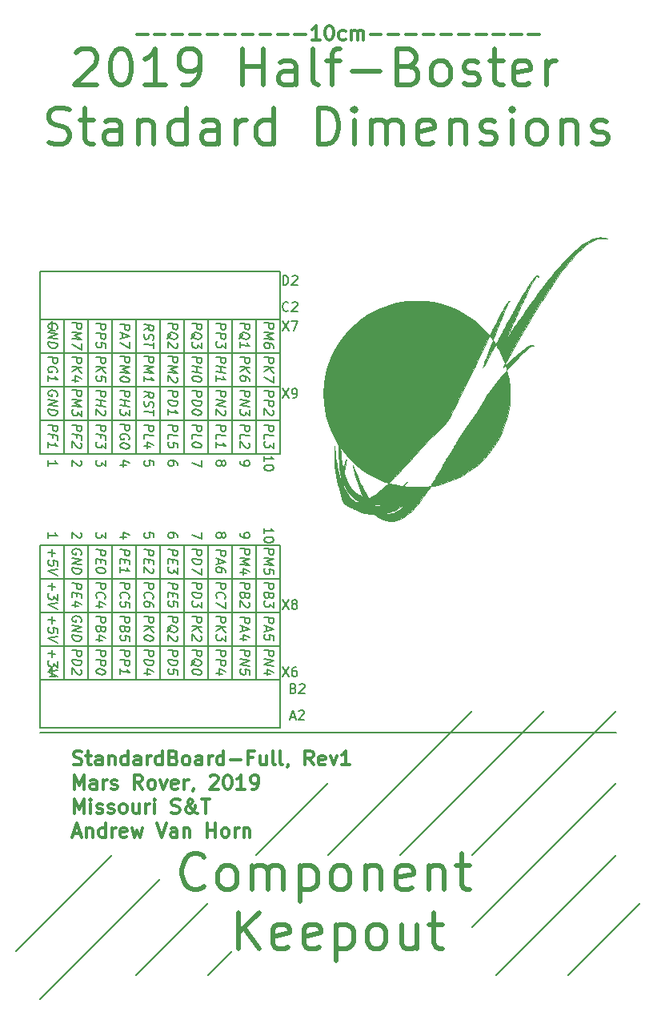
<source format=gbr>
G04 #@! TF.GenerationSoftware,KiCad,Pcbnew,(5.0.0)*
G04 #@! TF.CreationDate,2018-10-11T16:39:52-05:00*
G04 #@! TF.ProjectId,StandardBoard_HalfTiva,5374616E64617264426F6172645F4861,rev?*
G04 #@! TF.SameCoordinates,Original*
G04 #@! TF.FileFunction,Legend,Top*
G04 #@! TF.FilePolarity,Positive*
%FSLAX46Y46*%
G04 Gerber Fmt 4.6, Leading zero omitted, Abs format (unit mm)*
G04 Created by KiCad (PCBNEW (5.0.0)) date 10/11/18 16:39:52*
%MOMM*%
%LPD*%
G01*
G04 APERTURE LIST*
%ADD10C,0.150000*%
%ADD11C,0.300000*%
%ADD12C,0.148400*%
%ADD13C,0.508000*%
%ADD14C,0.010000*%
G04 APERTURE END LIST*
D10*
X157480000Y-137160000D02*
X152400000Y-142240000D01*
X200660000Y-116840000D02*
X198120000Y-119380000D01*
X208280000Y-116840000D02*
X205740000Y-119380000D01*
X215900000Y-116840000D02*
X213360000Y-119380000D01*
X210820000Y-144780000D02*
X218440000Y-137160000D01*
X203200000Y-144780000D02*
X205740000Y-142240000D01*
X205740000Y-142240000D02*
X215900000Y-132080000D01*
X200660000Y-139700000D02*
X215900000Y-124460000D01*
X200660000Y-132080000D02*
X213360000Y-119380000D01*
X193040000Y-132080000D02*
X205740000Y-119380000D01*
X185420000Y-132080000D02*
X198120000Y-119380000D01*
X177800000Y-132080000D02*
X180340000Y-129540000D01*
X180340000Y-129540000D02*
X185420000Y-124460000D01*
X172720000Y-144780000D02*
X175260000Y-142240000D01*
X165100000Y-144780000D02*
X172720000Y-137160000D01*
X167640000Y-134620000D02*
X154940000Y-147320000D01*
X162560000Y-132080000D02*
X157480000Y-137160000D01*
X154940000Y-119126000D02*
X215900000Y-119126000D01*
D11*
X165150285Y-45319142D02*
X166293142Y-45319142D01*
X167007428Y-45319142D02*
X168150285Y-45319142D01*
X168864571Y-45319142D02*
X170007428Y-45319142D01*
X170721714Y-45319142D02*
X171864571Y-45319142D01*
X172578857Y-45319142D02*
X173721714Y-45319142D01*
X174436000Y-45319142D02*
X175578857Y-45319142D01*
X176293142Y-45319142D02*
X177436000Y-45319142D01*
X178150285Y-45319142D02*
X179293142Y-45319142D01*
X180007428Y-45319142D02*
X181150285Y-45319142D01*
X181864571Y-45319142D02*
X183007428Y-45319142D01*
X184507428Y-45890571D02*
X183650285Y-45890571D01*
X184078857Y-45890571D02*
X184078857Y-44390571D01*
X183936000Y-44604857D01*
X183793142Y-44747714D01*
X183650285Y-44819142D01*
X185436000Y-44390571D02*
X185578857Y-44390571D01*
X185721714Y-44462000D01*
X185793142Y-44533428D01*
X185864571Y-44676285D01*
X185936000Y-44962000D01*
X185936000Y-45319142D01*
X185864571Y-45604857D01*
X185793142Y-45747714D01*
X185721714Y-45819142D01*
X185578857Y-45890571D01*
X185436000Y-45890571D01*
X185293142Y-45819142D01*
X185221714Y-45747714D01*
X185150285Y-45604857D01*
X185078857Y-45319142D01*
X185078857Y-44962000D01*
X185150285Y-44676285D01*
X185221714Y-44533428D01*
X185293142Y-44462000D01*
X185436000Y-44390571D01*
X187221714Y-45819142D02*
X187078857Y-45890571D01*
X186793142Y-45890571D01*
X186650285Y-45819142D01*
X186578857Y-45747714D01*
X186507428Y-45604857D01*
X186507428Y-45176285D01*
X186578857Y-45033428D01*
X186650285Y-44962000D01*
X186793142Y-44890571D01*
X187078857Y-44890571D01*
X187221714Y-44962000D01*
X187864571Y-45890571D02*
X187864571Y-44890571D01*
X187864571Y-45033428D02*
X187936000Y-44962000D01*
X188078857Y-44890571D01*
X188293142Y-44890571D01*
X188436000Y-44962000D01*
X188507428Y-45104857D01*
X188507428Y-45890571D01*
X188507428Y-45104857D02*
X188578857Y-44962000D01*
X188721714Y-44890571D01*
X188936000Y-44890571D01*
X189078857Y-44962000D01*
X189150285Y-45104857D01*
X189150285Y-45890571D01*
X189864571Y-45319142D02*
X191007428Y-45319142D01*
X191721714Y-45319142D02*
X192864571Y-45319142D01*
X193578857Y-45319142D02*
X194721714Y-45319142D01*
X195436000Y-45319142D02*
X196578857Y-45319142D01*
X197293142Y-45319142D02*
X198436000Y-45319142D01*
X199150285Y-45319142D02*
X200293142Y-45319142D01*
X201007428Y-45319142D02*
X202150285Y-45319142D01*
X202864571Y-45319142D02*
X204007428Y-45319142D01*
X204721714Y-45319142D02*
X205864571Y-45319142D01*
X206578857Y-45319142D02*
X207721714Y-45319142D01*
D10*
X180546476Y-105116380D02*
X181213142Y-106116380D01*
X181213142Y-105116380D02*
X180546476Y-106116380D01*
X181736952Y-105544952D02*
X181641714Y-105497333D01*
X181594095Y-105449714D01*
X181546476Y-105354476D01*
X181546476Y-105306857D01*
X181594095Y-105211619D01*
X181641714Y-105164000D01*
X181736952Y-105116380D01*
X181927428Y-105116380D01*
X182022666Y-105164000D01*
X182070285Y-105211619D01*
X182117904Y-105306857D01*
X182117904Y-105354476D01*
X182070285Y-105449714D01*
X182022666Y-105497333D01*
X181927428Y-105544952D01*
X181736952Y-105544952D01*
X181641714Y-105592571D01*
X181594095Y-105640190D01*
X181546476Y-105735428D01*
X181546476Y-105925904D01*
X181594095Y-106021142D01*
X181641714Y-106068761D01*
X181736952Y-106116380D01*
X181927428Y-106116380D01*
X182022666Y-106068761D01*
X182070285Y-106021142D01*
X182117904Y-105925904D01*
X182117904Y-105735428D01*
X182070285Y-105640190D01*
X182022666Y-105592571D01*
X181927428Y-105544952D01*
X180546476Y-82764380D02*
X181213142Y-83764380D01*
X181213142Y-82764380D02*
X180546476Y-83764380D01*
X181641714Y-83764380D02*
X181832190Y-83764380D01*
X181927428Y-83716761D01*
X181975047Y-83669142D01*
X182070285Y-83526285D01*
X182117904Y-83335809D01*
X182117904Y-82954857D01*
X182070285Y-82859619D01*
X182022666Y-82812000D01*
X181927428Y-82764380D01*
X181736952Y-82764380D01*
X181641714Y-82812000D01*
X181594095Y-82859619D01*
X181546476Y-82954857D01*
X181546476Y-83192952D01*
X181594095Y-83288190D01*
X181641714Y-83335809D01*
X181736952Y-83383428D01*
X181927428Y-83383428D01*
X182022666Y-83335809D01*
X182070285Y-83288190D01*
X182117904Y-83192952D01*
D12*
X165917619Y-99801668D02*
X166917619Y-99926668D01*
X166917619Y-100307621D01*
X166870000Y-100396906D01*
X166822380Y-100438573D01*
X166727142Y-100474287D01*
X166584285Y-100456430D01*
X166489047Y-100396906D01*
X166441428Y-100343335D01*
X166393809Y-100242144D01*
X166393809Y-99861192D01*
X166441428Y-100867144D02*
X166441428Y-101200478D01*
X165917619Y-101277859D02*
X165917619Y-100801668D01*
X166917619Y-100926668D01*
X166917619Y-101402859D01*
X166822380Y-101771906D02*
X166870000Y-101825478D01*
X166917619Y-101926668D01*
X166917619Y-102164763D01*
X166870000Y-102254049D01*
X166822380Y-102295716D01*
X166727142Y-102331430D01*
X166631904Y-102319525D01*
X166489047Y-102254049D01*
X165917619Y-101611192D01*
X165917619Y-102230240D01*
X173537619Y-99825478D02*
X174537619Y-99950478D01*
X174537619Y-100331430D01*
X174490000Y-100420716D01*
X174442380Y-100462382D01*
X174347142Y-100498097D01*
X174204285Y-100480240D01*
X174109047Y-100420716D01*
X174061428Y-100367144D01*
X174013809Y-100265954D01*
X174013809Y-99885002D01*
X173823333Y-100813573D02*
X173823333Y-101289763D01*
X173537619Y-100682621D02*
X174537619Y-101140954D01*
X173537619Y-101349287D01*
X174537619Y-102236192D02*
X174537619Y-102045716D01*
X174490000Y-101944525D01*
X174442380Y-101890954D01*
X174299523Y-101777859D01*
X174109047Y-101706430D01*
X173728095Y-101658811D01*
X173632857Y-101694525D01*
X173585238Y-101736192D01*
X173537619Y-101825478D01*
X173537619Y-102015954D01*
X173585238Y-102117144D01*
X173632857Y-102170716D01*
X173728095Y-102230240D01*
X173966190Y-102260002D01*
X174061428Y-102224287D01*
X174109047Y-102182621D01*
X174156666Y-102093335D01*
X174156666Y-101902859D01*
X174109047Y-101801668D01*
X174061428Y-101748097D01*
X173966190Y-101688573D01*
X165917619Y-103310049D02*
X166917619Y-103435049D01*
X166917619Y-103816002D01*
X166870000Y-103905287D01*
X166822380Y-103946954D01*
X166727142Y-103982668D01*
X166584285Y-103964811D01*
X166489047Y-103905287D01*
X166441428Y-103851716D01*
X166393809Y-103750525D01*
X166393809Y-103369573D01*
X166012857Y-104893382D02*
X165965238Y-104839811D01*
X165917619Y-104691002D01*
X165917619Y-104595763D01*
X165965238Y-104458859D01*
X166060476Y-104375525D01*
X166155714Y-104339811D01*
X166346190Y-104316002D01*
X166489047Y-104333859D01*
X166679523Y-104405287D01*
X166774761Y-104464811D01*
X166870000Y-104571954D01*
X166917619Y-104720763D01*
X166917619Y-104816002D01*
X166870000Y-104952906D01*
X166822380Y-104994573D01*
X166917619Y-105863621D02*
X166917619Y-105673144D01*
X166870000Y-105571954D01*
X166822380Y-105518382D01*
X166679523Y-105405287D01*
X166489047Y-105333859D01*
X166108095Y-105286240D01*
X166012857Y-105321954D01*
X165965238Y-105363621D01*
X165917619Y-105452906D01*
X165917619Y-105643382D01*
X165965238Y-105744573D01*
X166012857Y-105798144D01*
X166108095Y-105857668D01*
X166346190Y-105887430D01*
X166441428Y-105851716D01*
X166489047Y-105810049D01*
X166536666Y-105720763D01*
X166536666Y-105530287D01*
X166489047Y-105429097D01*
X166441428Y-105375525D01*
X166346190Y-105316002D01*
X156138571Y-99754049D02*
X156138571Y-100515954D01*
X155757619Y-100087382D02*
X156519523Y-100182621D01*
X156757619Y-101545716D02*
X156757619Y-101069525D01*
X156281428Y-100962382D01*
X156329047Y-101015954D01*
X156376666Y-101117144D01*
X156376666Y-101355240D01*
X156329047Y-101444525D01*
X156281428Y-101486192D01*
X156186190Y-101521906D01*
X155948095Y-101492144D01*
X155852857Y-101432621D01*
X155805238Y-101379049D01*
X155757619Y-101277859D01*
X155757619Y-101039763D01*
X155805238Y-100950478D01*
X155852857Y-100908811D01*
X156757619Y-101879049D02*
X155757619Y-102087382D01*
X156757619Y-102545716D01*
X160837619Y-99801668D02*
X161837619Y-99926668D01*
X161837619Y-100307621D01*
X161790000Y-100396906D01*
X161742380Y-100438573D01*
X161647142Y-100474287D01*
X161504285Y-100456430D01*
X161409047Y-100396906D01*
X161361428Y-100343335D01*
X161313809Y-100242144D01*
X161313809Y-99861192D01*
X161361428Y-100867144D02*
X161361428Y-101200478D01*
X160837619Y-101277859D02*
X160837619Y-100801668D01*
X161837619Y-100926668D01*
X161837619Y-101402859D01*
X161837619Y-102021906D02*
X161837619Y-102117144D01*
X161790000Y-102206430D01*
X161742380Y-102248097D01*
X161647142Y-102283811D01*
X161456666Y-102307621D01*
X161218571Y-102277859D01*
X161028095Y-102206430D01*
X160932857Y-102146906D01*
X160885238Y-102093335D01*
X160837619Y-101992144D01*
X160837619Y-101896906D01*
X160885238Y-101807621D01*
X160932857Y-101765954D01*
X161028095Y-101730240D01*
X161218571Y-101706430D01*
X161456666Y-101736192D01*
X161647142Y-101807621D01*
X161742380Y-101867144D01*
X161790000Y-101920716D01*
X161837619Y-102021906D01*
X170997619Y-99754049D02*
X171997619Y-99879049D01*
X171997619Y-100260002D01*
X171950000Y-100349287D01*
X171902380Y-100390954D01*
X171807142Y-100426668D01*
X171664285Y-100408811D01*
X171569047Y-100349287D01*
X171521428Y-100295716D01*
X171473809Y-100194525D01*
X171473809Y-99813573D01*
X170997619Y-100754049D02*
X171997619Y-100879049D01*
X171997619Y-101117144D01*
X171950000Y-101254049D01*
X171854761Y-101337382D01*
X171759523Y-101373097D01*
X171569047Y-101396906D01*
X171426190Y-101379049D01*
X171235714Y-101307621D01*
X171140476Y-101248097D01*
X171045238Y-101140954D01*
X170997619Y-100992144D01*
X170997619Y-100754049D01*
X171997619Y-101783811D02*
X171997619Y-102450478D01*
X170997619Y-101896906D01*
X158297619Y-103357668D02*
X159297619Y-103482668D01*
X159297619Y-103863621D01*
X159250000Y-103952906D01*
X159202380Y-103994573D01*
X159107142Y-104030287D01*
X158964285Y-104012430D01*
X158869047Y-103952906D01*
X158821428Y-103899335D01*
X158773809Y-103798144D01*
X158773809Y-103417192D01*
X158821428Y-104423144D02*
X158821428Y-104756478D01*
X158297619Y-104833859D02*
X158297619Y-104357668D01*
X159297619Y-104482668D01*
X159297619Y-104958859D01*
X158964285Y-105774335D02*
X158297619Y-105691002D01*
X159345238Y-105583859D02*
X158630952Y-105256478D01*
X158630952Y-105875525D01*
X178617619Y-99682621D02*
X179617619Y-99807621D01*
X179617619Y-100188573D01*
X179570000Y-100277859D01*
X179522380Y-100319525D01*
X179427142Y-100355240D01*
X179284285Y-100337382D01*
X179189047Y-100277859D01*
X179141428Y-100224287D01*
X179093809Y-100123097D01*
X179093809Y-99742144D01*
X178617619Y-100682621D02*
X179617619Y-100807621D01*
X178903333Y-101051668D01*
X179617619Y-101474287D01*
X178617619Y-101349287D01*
X179617619Y-102426668D02*
X179617619Y-101950478D01*
X179141428Y-101843335D01*
X179189047Y-101896906D01*
X179236666Y-101998097D01*
X179236666Y-102236192D01*
X179189047Y-102325478D01*
X179141428Y-102367144D01*
X179046190Y-102402859D01*
X178808095Y-102373097D01*
X178712857Y-102313573D01*
X178665238Y-102260002D01*
X178617619Y-102158811D01*
X178617619Y-101920716D01*
X178665238Y-101831430D01*
X178712857Y-101789763D01*
X159250000Y-100349287D02*
X159297619Y-100260002D01*
X159297619Y-100117144D01*
X159250000Y-99968335D01*
X159154761Y-99861192D01*
X159059523Y-99801668D01*
X158869047Y-99730240D01*
X158726190Y-99712382D01*
X158535714Y-99736192D01*
X158440476Y-99771906D01*
X158345238Y-99855240D01*
X158297619Y-99992144D01*
X158297619Y-100087382D01*
X158345238Y-100236192D01*
X158392857Y-100289763D01*
X158726190Y-100331430D01*
X158726190Y-100140954D01*
X158297619Y-100706430D02*
X159297619Y-100831430D01*
X158297619Y-101277859D01*
X159297619Y-101402859D01*
X158297619Y-101754049D02*
X159297619Y-101879049D01*
X159297619Y-102117144D01*
X159250000Y-102254049D01*
X159154761Y-102337382D01*
X159059523Y-102373097D01*
X158869047Y-102396906D01*
X158726190Y-102379049D01*
X158535714Y-102307621D01*
X158440476Y-102248097D01*
X158345238Y-102140954D01*
X158297619Y-101992144D01*
X158297619Y-101754049D01*
X168457619Y-103357668D02*
X169457619Y-103482668D01*
X169457619Y-103863621D01*
X169410000Y-103952906D01*
X169362380Y-103994573D01*
X169267142Y-104030287D01*
X169124285Y-104012430D01*
X169029047Y-103952906D01*
X168981428Y-103899335D01*
X168933809Y-103798144D01*
X168933809Y-103417192D01*
X168981428Y-104423144D02*
X168981428Y-104756478D01*
X168457619Y-104833859D02*
X168457619Y-104357668D01*
X169457619Y-104482668D01*
X169457619Y-104958859D01*
X169457619Y-105863621D02*
X169457619Y-105387430D01*
X168981428Y-105280287D01*
X169029047Y-105333859D01*
X169076666Y-105435049D01*
X169076666Y-105673144D01*
X169029047Y-105762430D01*
X168981428Y-105804097D01*
X168886190Y-105839811D01*
X168648095Y-105810049D01*
X168552857Y-105750525D01*
X168505238Y-105696954D01*
X168457619Y-105595763D01*
X168457619Y-105357668D01*
X168505238Y-105268382D01*
X168552857Y-105226716D01*
X163377619Y-103310049D02*
X164377619Y-103435049D01*
X164377619Y-103816002D01*
X164330000Y-103905287D01*
X164282380Y-103946954D01*
X164187142Y-103982668D01*
X164044285Y-103964811D01*
X163949047Y-103905287D01*
X163901428Y-103851716D01*
X163853809Y-103750525D01*
X163853809Y-103369573D01*
X163472857Y-104893382D02*
X163425238Y-104839811D01*
X163377619Y-104691002D01*
X163377619Y-104595763D01*
X163425238Y-104458859D01*
X163520476Y-104375525D01*
X163615714Y-104339811D01*
X163806190Y-104316002D01*
X163949047Y-104333859D01*
X164139523Y-104405287D01*
X164234761Y-104464811D01*
X164330000Y-104571954D01*
X164377619Y-104720763D01*
X164377619Y-104816002D01*
X164330000Y-104952906D01*
X164282380Y-104994573D01*
X164377619Y-105911240D02*
X164377619Y-105435049D01*
X163901428Y-105327906D01*
X163949047Y-105381478D01*
X163996666Y-105482668D01*
X163996666Y-105720763D01*
X163949047Y-105810049D01*
X163901428Y-105851716D01*
X163806190Y-105887430D01*
X163568095Y-105857668D01*
X163472857Y-105798144D01*
X163425238Y-105744573D01*
X163377619Y-105643382D01*
X163377619Y-105405287D01*
X163425238Y-105316002D01*
X163472857Y-105274335D01*
X176077619Y-99682621D02*
X177077619Y-99807621D01*
X177077619Y-100188573D01*
X177030000Y-100277859D01*
X176982380Y-100319525D01*
X176887142Y-100355240D01*
X176744285Y-100337382D01*
X176649047Y-100277859D01*
X176601428Y-100224287D01*
X176553809Y-100123097D01*
X176553809Y-99742144D01*
X176077619Y-100682621D02*
X177077619Y-100807621D01*
X176363333Y-101051668D01*
X177077619Y-101474287D01*
X176077619Y-101349287D01*
X176744285Y-102337382D02*
X176077619Y-102254049D01*
X177125238Y-102146906D02*
X176410952Y-101819525D01*
X176410952Y-102438573D01*
X170997619Y-103310049D02*
X171997619Y-103435049D01*
X171997619Y-103816002D01*
X171950000Y-103905287D01*
X171902380Y-103946954D01*
X171807142Y-103982668D01*
X171664285Y-103964811D01*
X171569047Y-103905287D01*
X171521428Y-103851716D01*
X171473809Y-103750525D01*
X171473809Y-103369573D01*
X170997619Y-104310049D02*
X171997619Y-104435049D01*
X171997619Y-104673144D01*
X171950000Y-104810049D01*
X171854761Y-104893382D01*
X171759523Y-104929097D01*
X171569047Y-104952906D01*
X171426190Y-104935049D01*
X171235714Y-104863621D01*
X171140476Y-104804097D01*
X171045238Y-104696954D01*
X170997619Y-104548144D01*
X170997619Y-104310049D01*
X171997619Y-105339811D02*
X171997619Y-105958859D01*
X171616666Y-105577906D01*
X171616666Y-105720763D01*
X171569047Y-105810049D01*
X171521428Y-105851716D01*
X171426190Y-105887430D01*
X171188095Y-105857668D01*
X171092857Y-105798144D01*
X171045238Y-105744573D01*
X170997619Y-105643382D01*
X170997619Y-105357668D01*
X171045238Y-105268382D01*
X171092857Y-105226716D01*
X168457619Y-99801668D02*
X169457619Y-99926668D01*
X169457619Y-100307621D01*
X169410000Y-100396906D01*
X169362380Y-100438573D01*
X169267142Y-100474287D01*
X169124285Y-100456430D01*
X169029047Y-100396906D01*
X168981428Y-100343335D01*
X168933809Y-100242144D01*
X168933809Y-99861192D01*
X168981428Y-100867144D02*
X168981428Y-101200478D01*
X168457619Y-101277859D02*
X168457619Y-100801668D01*
X169457619Y-100926668D01*
X169457619Y-101402859D01*
X169457619Y-101736192D02*
X169457619Y-102355240D01*
X169076666Y-101974287D01*
X169076666Y-102117144D01*
X169029047Y-102206430D01*
X168981428Y-102248097D01*
X168886190Y-102283811D01*
X168648095Y-102254049D01*
X168552857Y-102194525D01*
X168505238Y-102140954D01*
X168457619Y-102039763D01*
X168457619Y-101754049D01*
X168505238Y-101664763D01*
X168552857Y-101623097D01*
X156138571Y-103310049D02*
X156138571Y-104071954D01*
X155757619Y-103643382D02*
X156519523Y-103738621D01*
X156757619Y-104530287D02*
X156757619Y-105149335D01*
X156376666Y-104768382D01*
X156376666Y-104911240D01*
X156329047Y-105000525D01*
X156281428Y-105042192D01*
X156186190Y-105077906D01*
X155948095Y-105048144D01*
X155852857Y-104988621D01*
X155805238Y-104935049D01*
X155757619Y-104833859D01*
X155757619Y-104548144D01*
X155805238Y-104458859D01*
X155852857Y-104417192D01*
X156757619Y-105435049D02*
X155757619Y-105643382D01*
X156757619Y-106101716D01*
X160837619Y-103310049D02*
X161837619Y-103435049D01*
X161837619Y-103816002D01*
X161790000Y-103905287D01*
X161742380Y-103946954D01*
X161647142Y-103982668D01*
X161504285Y-103964811D01*
X161409047Y-103905287D01*
X161361428Y-103851716D01*
X161313809Y-103750525D01*
X161313809Y-103369573D01*
X160932857Y-104893382D02*
X160885238Y-104839811D01*
X160837619Y-104691002D01*
X160837619Y-104595763D01*
X160885238Y-104458859D01*
X160980476Y-104375525D01*
X161075714Y-104339811D01*
X161266190Y-104316002D01*
X161409047Y-104333859D01*
X161599523Y-104405287D01*
X161694761Y-104464811D01*
X161790000Y-104571954D01*
X161837619Y-104720763D01*
X161837619Y-104816002D01*
X161790000Y-104952906D01*
X161742380Y-104994573D01*
X161504285Y-105821954D02*
X160837619Y-105738621D01*
X161885238Y-105631478D02*
X161170952Y-105304097D01*
X161170952Y-105923144D01*
D10*
X166917619Y-98536095D02*
X166917619Y-98059904D01*
X166441428Y-98012285D01*
X166489047Y-98059904D01*
X166536666Y-98155142D01*
X166536666Y-98393238D01*
X166489047Y-98488476D01*
X166441428Y-98536095D01*
X166346190Y-98583714D01*
X166108095Y-98583714D01*
X166012857Y-98536095D01*
X165965238Y-98488476D01*
X165917619Y-98393238D01*
X165917619Y-98155142D01*
X165965238Y-98059904D01*
X166012857Y-98012285D01*
X161837619Y-97964666D02*
X161837619Y-98583714D01*
X161456666Y-98250380D01*
X161456666Y-98393238D01*
X161409047Y-98488476D01*
X161361428Y-98536095D01*
X161266190Y-98583714D01*
X161028095Y-98583714D01*
X160932857Y-98536095D01*
X160885238Y-98488476D01*
X160837619Y-98393238D01*
X160837619Y-98107523D01*
X160885238Y-98012285D01*
X160932857Y-97964666D01*
X178617619Y-98107523D02*
X178617619Y-97536095D01*
X178617619Y-97821809D02*
X179617619Y-97821809D01*
X179474761Y-97726571D01*
X179379523Y-97631333D01*
X179331904Y-97536095D01*
X179617619Y-98726571D02*
X179617619Y-98821809D01*
X179570000Y-98917047D01*
X179522380Y-98964666D01*
X179427142Y-99012285D01*
X179236666Y-99059904D01*
X178998571Y-99059904D01*
X178808095Y-99012285D01*
X178712857Y-98964666D01*
X178665238Y-98917047D01*
X178617619Y-98821809D01*
X178617619Y-98726571D01*
X178665238Y-98631333D01*
X178712857Y-98583714D01*
X178808095Y-98536095D01*
X178998571Y-98488476D01*
X179236666Y-98488476D01*
X179427142Y-98536095D01*
X179522380Y-98583714D01*
X179570000Y-98631333D01*
X179617619Y-98726571D01*
X155757619Y-98583714D02*
X155757619Y-98012285D01*
X155757619Y-98298000D02*
X156757619Y-98298000D01*
X156614761Y-98202761D01*
X156519523Y-98107523D01*
X156471904Y-98012285D01*
D12*
X178617619Y-103310049D02*
X179617619Y-103435049D01*
X179617619Y-103816002D01*
X179570000Y-103905287D01*
X179522380Y-103946954D01*
X179427142Y-103982668D01*
X179284285Y-103964811D01*
X179189047Y-103905287D01*
X179141428Y-103851716D01*
X179093809Y-103750525D01*
X179093809Y-103369573D01*
X179141428Y-104708859D02*
X179093809Y-104845763D01*
X179046190Y-104887430D01*
X178950952Y-104923144D01*
X178808095Y-104905287D01*
X178712857Y-104845763D01*
X178665238Y-104792192D01*
X178617619Y-104691002D01*
X178617619Y-104310049D01*
X179617619Y-104435049D01*
X179617619Y-104768382D01*
X179570000Y-104857668D01*
X179522380Y-104899335D01*
X179427142Y-104935049D01*
X179331904Y-104923144D01*
X179236666Y-104863621D01*
X179189047Y-104810049D01*
X179141428Y-104708859D01*
X179141428Y-104375525D01*
X179617619Y-105339811D02*
X179617619Y-105958859D01*
X179236666Y-105577906D01*
X179236666Y-105720763D01*
X179189047Y-105810049D01*
X179141428Y-105851716D01*
X179046190Y-105887430D01*
X178808095Y-105857668D01*
X178712857Y-105798144D01*
X178665238Y-105744573D01*
X178617619Y-105643382D01*
X178617619Y-105357668D01*
X178665238Y-105268382D01*
X178712857Y-105226716D01*
D10*
X164044285Y-98488476D02*
X163377619Y-98488476D01*
X164425238Y-98250380D02*
X163710952Y-98012285D01*
X163710952Y-98631333D01*
X176077619Y-98107523D02*
X176077619Y-98298000D01*
X176125238Y-98393238D01*
X176172857Y-98440857D01*
X176315714Y-98536095D01*
X176506190Y-98583714D01*
X176887142Y-98583714D01*
X176982380Y-98536095D01*
X177030000Y-98488476D01*
X177077619Y-98393238D01*
X177077619Y-98202761D01*
X177030000Y-98107523D01*
X176982380Y-98059904D01*
X176887142Y-98012285D01*
X176649047Y-98012285D01*
X176553809Y-98059904D01*
X176506190Y-98107523D01*
X176458571Y-98202761D01*
X176458571Y-98393238D01*
X176506190Y-98488476D01*
X176553809Y-98536095D01*
X176649047Y-98583714D01*
D12*
X163377619Y-99801668D02*
X164377619Y-99926668D01*
X164377619Y-100307621D01*
X164330000Y-100396906D01*
X164282380Y-100438573D01*
X164187142Y-100474287D01*
X164044285Y-100456430D01*
X163949047Y-100396906D01*
X163901428Y-100343335D01*
X163853809Y-100242144D01*
X163853809Y-99861192D01*
X163901428Y-100867144D02*
X163901428Y-101200478D01*
X163377619Y-101277859D02*
X163377619Y-100801668D01*
X164377619Y-100926668D01*
X164377619Y-101402859D01*
X163377619Y-102230240D02*
X163377619Y-101658811D01*
X163377619Y-101944525D02*
X164377619Y-102069525D01*
X164234761Y-101956430D01*
X164139523Y-101849287D01*
X164091904Y-101748097D01*
D10*
X171997619Y-97964666D02*
X171997619Y-98631333D01*
X170997619Y-98202761D01*
X159202380Y-98012285D02*
X159250000Y-98059904D01*
X159297619Y-98155142D01*
X159297619Y-98393238D01*
X159250000Y-98488476D01*
X159202380Y-98536095D01*
X159107142Y-98583714D01*
X159011904Y-98583714D01*
X158869047Y-98536095D01*
X158297619Y-97964666D01*
X158297619Y-98583714D01*
X174109047Y-98202761D02*
X174156666Y-98107523D01*
X174204285Y-98059904D01*
X174299523Y-98012285D01*
X174347142Y-98012285D01*
X174442380Y-98059904D01*
X174490000Y-98107523D01*
X174537619Y-98202761D01*
X174537619Y-98393238D01*
X174490000Y-98488476D01*
X174442380Y-98536095D01*
X174347142Y-98583714D01*
X174299523Y-98583714D01*
X174204285Y-98536095D01*
X174156666Y-98488476D01*
X174109047Y-98393238D01*
X174109047Y-98202761D01*
X174061428Y-98107523D01*
X174013809Y-98059904D01*
X173918571Y-98012285D01*
X173728095Y-98012285D01*
X173632857Y-98059904D01*
X173585238Y-98107523D01*
X173537619Y-98202761D01*
X173537619Y-98393238D01*
X173585238Y-98488476D01*
X173632857Y-98536095D01*
X173728095Y-98583714D01*
X173918571Y-98583714D01*
X174013809Y-98536095D01*
X174061428Y-98488476D01*
X174109047Y-98393238D01*
X169457619Y-98488476D02*
X169457619Y-98298000D01*
X169410000Y-98202761D01*
X169362380Y-98155142D01*
X169219523Y-98059904D01*
X169029047Y-98012285D01*
X168648095Y-98012285D01*
X168552857Y-98059904D01*
X168505238Y-98107523D01*
X168457619Y-98202761D01*
X168457619Y-98393238D01*
X168505238Y-98488476D01*
X168552857Y-98536095D01*
X168648095Y-98583714D01*
X168886190Y-98583714D01*
X168981428Y-98536095D01*
X169029047Y-98488476D01*
X169076666Y-98393238D01*
X169076666Y-98202761D01*
X169029047Y-98107523D01*
X168981428Y-98059904D01*
X168886190Y-98012285D01*
D12*
X176077619Y-103310049D02*
X177077619Y-103435049D01*
X177077619Y-103816002D01*
X177030000Y-103905287D01*
X176982380Y-103946954D01*
X176887142Y-103982668D01*
X176744285Y-103964811D01*
X176649047Y-103905287D01*
X176601428Y-103851716D01*
X176553809Y-103750525D01*
X176553809Y-103369573D01*
X176601428Y-104708859D02*
X176553809Y-104845763D01*
X176506190Y-104887430D01*
X176410952Y-104923144D01*
X176268095Y-104905287D01*
X176172857Y-104845763D01*
X176125238Y-104792192D01*
X176077619Y-104691002D01*
X176077619Y-104310049D01*
X177077619Y-104435049D01*
X177077619Y-104768382D01*
X177030000Y-104857668D01*
X176982380Y-104899335D01*
X176887142Y-104935049D01*
X176791904Y-104923144D01*
X176696666Y-104863621D01*
X176649047Y-104810049D01*
X176601428Y-104708859D01*
X176601428Y-104375525D01*
X176982380Y-105375525D02*
X177030000Y-105429097D01*
X177077619Y-105530287D01*
X177077619Y-105768382D01*
X177030000Y-105857668D01*
X176982380Y-105899335D01*
X176887142Y-105935049D01*
X176791904Y-105923144D01*
X176649047Y-105857668D01*
X176077619Y-105214811D01*
X176077619Y-105833859D01*
X173537619Y-103310049D02*
X174537619Y-103435049D01*
X174537619Y-103816002D01*
X174490000Y-103905287D01*
X174442380Y-103946954D01*
X174347142Y-103982668D01*
X174204285Y-103964811D01*
X174109047Y-103905287D01*
X174061428Y-103851716D01*
X174013809Y-103750525D01*
X174013809Y-103369573D01*
X173632857Y-104893382D02*
X173585238Y-104839811D01*
X173537619Y-104691002D01*
X173537619Y-104595763D01*
X173585238Y-104458859D01*
X173680476Y-104375525D01*
X173775714Y-104339811D01*
X173966190Y-104316002D01*
X174109047Y-104333859D01*
X174299523Y-104405287D01*
X174394761Y-104464811D01*
X174490000Y-104571954D01*
X174537619Y-104720763D01*
X174537619Y-104816002D01*
X174490000Y-104952906D01*
X174442380Y-104994573D01*
X174537619Y-105339811D02*
X174537619Y-106006478D01*
X173537619Y-105452906D01*
D10*
X172720000Y-99314000D02*
X172720000Y-106426000D01*
X170180000Y-99314000D02*
X170180000Y-106426000D01*
X157480000Y-99314000D02*
X157480000Y-106426000D01*
X175260000Y-99314000D02*
X175260000Y-106426000D01*
X180340000Y-99314000D02*
X180340000Y-106426000D01*
X167640000Y-99314000D02*
X167640000Y-106426000D01*
X177800000Y-99314000D02*
X177800000Y-106426000D01*
X154940000Y-102616000D02*
X154940000Y-99314000D01*
X154940000Y-106426000D02*
X154940000Y-102616000D01*
X165100000Y-99314000D02*
X165100000Y-106426000D01*
X180340000Y-99314000D02*
X154940000Y-99314000D01*
X162560000Y-99314000D02*
X162560000Y-106426000D01*
X154940000Y-102870000D02*
X180340000Y-102870000D01*
X160020000Y-99314000D02*
X160020000Y-106426000D01*
D12*
X176077619Y-110398240D02*
X177077619Y-110523240D01*
X177077619Y-110904192D01*
X177030000Y-110993478D01*
X176982380Y-111035144D01*
X176887142Y-111070859D01*
X176744285Y-111053002D01*
X176649047Y-110993478D01*
X176601428Y-110939906D01*
X176553809Y-110838716D01*
X176553809Y-110457763D01*
X176077619Y-111398240D02*
X177077619Y-111523240D01*
X176077619Y-111969668D01*
X177077619Y-112094668D01*
X177077619Y-113047049D02*
X177077619Y-112570859D01*
X176601428Y-112463716D01*
X176649047Y-112517287D01*
X176696666Y-112618478D01*
X176696666Y-112856573D01*
X176649047Y-112945859D01*
X176601428Y-112987525D01*
X176506190Y-113023240D01*
X176268095Y-112993478D01*
X176172857Y-112933954D01*
X176125238Y-112880382D01*
X176077619Y-112779192D01*
X176077619Y-112541097D01*
X176125238Y-112451811D01*
X176172857Y-112410144D01*
X178617619Y-110398240D02*
X179617619Y-110523240D01*
X179617619Y-110904192D01*
X179570000Y-110993478D01*
X179522380Y-111035144D01*
X179427142Y-111070859D01*
X179284285Y-111053002D01*
X179189047Y-110993478D01*
X179141428Y-110939906D01*
X179093809Y-110838716D01*
X179093809Y-110457763D01*
X178617619Y-111398240D02*
X179617619Y-111523240D01*
X178617619Y-111969668D01*
X179617619Y-112094668D01*
X179284285Y-112957763D02*
X178617619Y-112874430D01*
X179665238Y-112767287D02*
X178950952Y-112439906D01*
X178950952Y-113058954D01*
X173537619Y-110422049D02*
X174537619Y-110547049D01*
X174537619Y-110928002D01*
X174490000Y-111017287D01*
X174442380Y-111058954D01*
X174347142Y-111094668D01*
X174204285Y-111076811D01*
X174109047Y-111017287D01*
X174061428Y-110963716D01*
X174013809Y-110862525D01*
X174013809Y-110481573D01*
X173537619Y-111422049D02*
X174537619Y-111547049D01*
X174537619Y-111928002D01*
X174490000Y-112017287D01*
X174442380Y-112058954D01*
X174347142Y-112094668D01*
X174204285Y-112076811D01*
X174109047Y-112017287D01*
X174061428Y-111963716D01*
X174013809Y-111862525D01*
X174013809Y-111481573D01*
X174204285Y-112933954D02*
X173537619Y-112850621D01*
X174585238Y-112743478D02*
X173870952Y-112416097D01*
X173870952Y-113035144D01*
X163377619Y-106866049D02*
X164377619Y-106991049D01*
X164377619Y-107372002D01*
X164330000Y-107461287D01*
X164282380Y-107502954D01*
X164187142Y-107538668D01*
X164044285Y-107520811D01*
X163949047Y-107461287D01*
X163901428Y-107407716D01*
X163853809Y-107306525D01*
X163853809Y-106925573D01*
X163901428Y-108264859D02*
X163853809Y-108401763D01*
X163806190Y-108443430D01*
X163710952Y-108479144D01*
X163568095Y-108461287D01*
X163472857Y-108401763D01*
X163425238Y-108348192D01*
X163377619Y-108247002D01*
X163377619Y-107866049D01*
X164377619Y-107991049D01*
X164377619Y-108324382D01*
X164330000Y-108413668D01*
X164282380Y-108455335D01*
X164187142Y-108491049D01*
X164091904Y-108479144D01*
X163996666Y-108419621D01*
X163949047Y-108366049D01*
X163901428Y-108264859D01*
X163901428Y-107931525D01*
X164377619Y-109467240D02*
X164377619Y-108991049D01*
X163901428Y-108883906D01*
X163949047Y-108937478D01*
X163996666Y-109038668D01*
X163996666Y-109276763D01*
X163949047Y-109366049D01*
X163901428Y-109407716D01*
X163806190Y-109443430D01*
X163568095Y-109413668D01*
X163472857Y-109354144D01*
X163425238Y-109300573D01*
X163377619Y-109199382D01*
X163377619Y-108961287D01*
X163425238Y-108872002D01*
X163472857Y-108830335D01*
X173537619Y-106866049D02*
X174537619Y-106991049D01*
X174537619Y-107372002D01*
X174490000Y-107461287D01*
X174442380Y-107502954D01*
X174347142Y-107538668D01*
X174204285Y-107520811D01*
X174109047Y-107461287D01*
X174061428Y-107407716D01*
X174013809Y-107306525D01*
X174013809Y-106925573D01*
X173537619Y-107866049D02*
X174537619Y-107991049D01*
X173537619Y-108437478D02*
X174109047Y-108080335D01*
X174537619Y-108562478D02*
X173966190Y-107919621D01*
X174537619Y-108895811D02*
X174537619Y-109514859D01*
X174156666Y-109133906D01*
X174156666Y-109276763D01*
X174109047Y-109366049D01*
X174061428Y-109407716D01*
X173966190Y-109443430D01*
X173728095Y-109413668D01*
X173632857Y-109354144D01*
X173585238Y-109300573D01*
X173537619Y-109199382D01*
X173537619Y-108913668D01*
X173585238Y-108824382D01*
X173632857Y-108782716D01*
X165917619Y-110422049D02*
X166917619Y-110547049D01*
X166917619Y-110928002D01*
X166870000Y-111017287D01*
X166822380Y-111058954D01*
X166727142Y-111094668D01*
X166584285Y-111076811D01*
X166489047Y-111017287D01*
X166441428Y-110963716D01*
X166393809Y-110862525D01*
X166393809Y-110481573D01*
X165917619Y-111422049D02*
X166917619Y-111547049D01*
X166917619Y-111785144D01*
X166870000Y-111922049D01*
X166774761Y-112005382D01*
X166679523Y-112041097D01*
X166489047Y-112064906D01*
X166346190Y-112047049D01*
X166155714Y-111975621D01*
X166060476Y-111916097D01*
X165965238Y-111808954D01*
X165917619Y-111660144D01*
X165917619Y-111422049D01*
X166584285Y-112933954D02*
X165917619Y-112850621D01*
X166965238Y-112743478D02*
X166250952Y-112416097D01*
X166250952Y-113035144D01*
X156138571Y-106866049D02*
X156138571Y-107627954D01*
X155757619Y-107199382D02*
X156519523Y-107294621D01*
X156757619Y-108657716D02*
X156757619Y-108181525D01*
X156281428Y-108074382D01*
X156329047Y-108127954D01*
X156376666Y-108229144D01*
X156376666Y-108467240D01*
X156329047Y-108556525D01*
X156281428Y-108598192D01*
X156186190Y-108633906D01*
X155948095Y-108604144D01*
X155852857Y-108544621D01*
X155805238Y-108491049D01*
X155757619Y-108389859D01*
X155757619Y-108151763D01*
X155805238Y-108062478D01*
X155852857Y-108020811D01*
X156757619Y-108991049D02*
X155757619Y-109199382D01*
X156757619Y-109657716D01*
X160837619Y-106866049D02*
X161837619Y-106991049D01*
X161837619Y-107372002D01*
X161790000Y-107461287D01*
X161742380Y-107502954D01*
X161647142Y-107538668D01*
X161504285Y-107520811D01*
X161409047Y-107461287D01*
X161361428Y-107407716D01*
X161313809Y-107306525D01*
X161313809Y-106925573D01*
X161361428Y-108264859D02*
X161313809Y-108401763D01*
X161266190Y-108443430D01*
X161170952Y-108479144D01*
X161028095Y-108461287D01*
X160932857Y-108401763D01*
X160885238Y-108348192D01*
X160837619Y-108247002D01*
X160837619Y-107866049D01*
X161837619Y-107991049D01*
X161837619Y-108324382D01*
X161790000Y-108413668D01*
X161742380Y-108455335D01*
X161647142Y-108491049D01*
X161551904Y-108479144D01*
X161456666Y-108419621D01*
X161409047Y-108366049D01*
X161361428Y-108264859D01*
X161361428Y-107931525D01*
X161504285Y-109377954D02*
X160837619Y-109294621D01*
X161885238Y-109187478D02*
X161170952Y-108860097D01*
X161170952Y-109479144D01*
X158297619Y-110422049D02*
X159297619Y-110547049D01*
X159297619Y-110928002D01*
X159250000Y-111017287D01*
X159202380Y-111058954D01*
X159107142Y-111094668D01*
X158964285Y-111076811D01*
X158869047Y-111017287D01*
X158821428Y-110963716D01*
X158773809Y-110862525D01*
X158773809Y-110481573D01*
X158297619Y-111422049D02*
X159297619Y-111547049D01*
X159297619Y-111785144D01*
X159250000Y-111922049D01*
X159154761Y-112005382D01*
X159059523Y-112041097D01*
X158869047Y-112064906D01*
X158726190Y-112047049D01*
X158535714Y-111975621D01*
X158440476Y-111916097D01*
X158345238Y-111808954D01*
X158297619Y-111660144D01*
X158297619Y-111422049D01*
X159202380Y-112487525D02*
X159250000Y-112541097D01*
X159297619Y-112642287D01*
X159297619Y-112880382D01*
X159250000Y-112969668D01*
X159202380Y-113011335D01*
X159107142Y-113047049D01*
X159011904Y-113035144D01*
X158869047Y-112969668D01*
X158297619Y-112326811D01*
X158297619Y-112945859D01*
X168457619Y-110422049D02*
X169457619Y-110547049D01*
X169457619Y-110928002D01*
X169410000Y-111017287D01*
X169362380Y-111058954D01*
X169267142Y-111094668D01*
X169124285Y-111076811D01*
X169029047Y-111017287D01*
X168981428Y-110963716D01*
X168933809Y-110862525D01*
X168933809Y-110481573D01*
X168457619Y-111422049D02*
X169457619Y-111547049D01*
X169457619Y-111785144D01*
X169410000Y-111922049D01*
X169314761Y-112005382D01*
X169219523Y-112041097D01*
X169029047Y-112064906D01*
X168886190Y-112047049D01*
X168695714Y-111975621D01*
X168600476Y-111916097D01*
X168505238Y-111808954D01*
X168457619Y-111660144D01*
X168457619Y-111422049D01*
X169457619Y-113023240D02*
X169457619Y-112547049D01*
X168981428Y-112439906D01*
X169029047Y-112493478D01*
X169076666Y-112594668D01*
X169076666Y-112832763D01*
X169029047Y-112922049D01*
X168981428Y-112963716D01*
X168886190Y-112999430D01*
X168648095Y-112969668D01*
X168552857Y-112910144D01*
X168505238Y-112856573D01*
X168457619Y-112755382D01*
X168457619Y-112517287D01*
X168505238Y-112428002D01*
X168552857Y-112386335D01*
X170997619Y-106866049D02*
X171997619Y-106991049D01*
X171997619Y-107372002D01*
X171950000Y-107461287D01*
X171902380Y-107502954D01*
X171807142Y-107538668D01*
X171664285Y-107520811D01*
X171569047Y-107461287D01*
X171521428Y-107407716D01*
X171473809Y-107306525D01*
X171473809Y-106925573D01*
X170997619Y-107866049D02*
X171997619Y-107991049D01*
X170997619Y-108437478D02*
X171569047Y-108080335D01*
X171997619Y-108562478D02*
X171426190Y-107919621D01*
X171902380Y-108931525D02*
X171950000Y-108985097D01*
X171997619Y-109086287D01*
X171997619Y-109324382D01*
X171950000Y-109413668D01*
X171902380Y-109455335D01*
X171807142Y-109491049D01*
X171711904Y-109479144D01*
X171569047Y-109413668D01*
X170997619Y-108770811D01*
X170997619Y-109389859D01*
X163377619Y-110422049D02*
X164377619Y-110547049D01*
X164377619Y-110928002D01*
X164330000Y-111017287D01*
X164282380Y-111058954D01*
X164187142Y-111094668D01*
X164044285Y-111076811D01*
X163949047Y-111017287D01*
X163901428Y-110963716D01*
X163853809Y-110862525D01*
X163853809Y-110481573D01*
X163377619Y-111422049D02*
X164377619Y-111547049D01*
X164377619Y-111928002D01*
X164330000Y-112017287D01*
X164282380Y-112058954D01*
X164187142Y-112094668D01*
X164044285Y-112076811D01*
X163949047Y-112017287D01*
X163901428Y-111963716D01*
X163853809Y-111862525D01*
X163853809Y-111481573D01*
X163377619Y-112945859D02*
X163377619Y-112374430D01*
X163377619Y-112660144D02*
X164377619Y-112785144D01*
X164234761Y-112672049D01*
X164139523Y-112564906D01*
X164091904Y-112463716D01*
X170997619Y-110398240D02*
X171997619Y-110523240D01*
X171997619Y-110904192D01*
X171950000Y-110993478D01*
X171902380Y-111035144D01*
X171807142Y-111070859D01*
X171664285Y-111053002D01*
X171569047Y-110993478D01*
X171521428Y-110939906D01*
X171473809Y-110838716D01*
X171473809Y-110457763D01*
X170902380Y-112053002D02*
X170950000Y-111963716D01*
X171045238Y-111880382D01*
X171188095Y-111755382D01*
X171235714Y-111666097D01*
X171235714Y-111570859D01*
X170997619Y-111588716D02*
X171045238Y-111499430D01*
X171140476Y-111416097D01*
X171330952Y-111392287D01*
X171664285Y-111433954D01*
X171854761Y-111505382D01*
X171950000Y-111612525D01*
X171997619Y-111713716D01*
X171997619Y-111904192D01*
X171950000Y-111993478D01*
X171854761Y-112076811D01*
X171664285Y-112100621D01*
X171330952Y-112058954D01*
X171140476Y-111987525D01*
X171045238Y-111880382D01*
X170997619Y-111779192D01*
X170997619Y-111588716D01*
X171997619Y-112761335D02*
X171997619Y-112856573D01*
X171950000Y-112945859D01*
X171902380Y-112987525D01*
X171807142Y-113023240D01*
X171616666Y-113047049D01*
X171378571Y-113017287D01*
X171188095Y-112945859D01*
X171092857Y-112886335D01*
X171045238Y-112832763D01*
X170997619Y-112731573D01*
X170997619Y-112636335D01*
X171045238Y-112547049D01*
X171092857Y-112505382D01*
X171188095Y-112469668D01*
X171378571Y-112445859D01*
X171616666Y-112475621D01*
X171807142Y-112547049D01*
X171902380Y-112606573D01*
X171950000Y-112660144D01*
X171997619Y-112761335D01*
X159250000Y-107461287D02*
X159297619Y-107372002D01*
X159297619Y-107229144D01*
X159250000Y-107080335D01*
X159154761Y-106973192D01*
X159059523Y-106913668D01*
X158869047Y-106842240D01*
X158726190Y-106824382D01*
X158535714Y-106848192D01*
X158440476Y-106883906D01*
X158345238Y-106967240D01*
X158297619Y-107104144D01*
X158297619Y-107199382D01*
X158345238Y-107348192D01*
X158392857Y-107401763D01*
X158726190Y-107443430D01*
X158726190Y-107252954D01*
X158297619Y-107818430D02*
X159297619Y-107943430D01*
X158297619Y-108389859D01*
X159297619Y-108514859D01*
X158297619Y-108866049D02*
X159297619Y-108991049D01*
X159297619Y-109229144D01*
X159250000Y-109366049D01*
X159154761Y-109449382D01*
X159059523Y-109485097D01*
X158869047Y-109508906D01*
X158726190Y-109491049D01*
X158535714Y-109419621D01*
X158440476Y-109360097D01*
X158345238Y-109252954D01*
X158297619Y-109104144D01*
X158297619Y-108866049D01*
X165917619Y-106866049D02*
X166917619Y-106991049D01*
X166917619Y-107372002D01*
X166870000Y-107461287D01*
X166822380Y-107502954D01*
X166727142Y-107538668D01*
X166584285Y-107520811D01*
X166489047Y-107461287D01*
X166441428Y-107407716D01*
X166393809Y-107306525D01*
X166393809Y-106925573D01*
X165917619Y-107866049D02*
X166917619Y-107991049D01*
X165917619Y-108437478D02*
X166489047Y-108080335D01*
X166917619Y-108562478D02*
X166346190Y-107919621D01*
X166917619Y-109181525D02*
X166917619Y-109276763D01*
X166870000Y-109366049D01*
X166822380Y-109407716D01*
X166727142Y-109443430D01*
X166536666Y-109467240D01*
X166298571Y-109437478D01*
X166108095Y-109366049D01*
X166012857Y-109306525D01*
X165965238Y-109252954D01*
X165917619Y-109151763D01*
X165917619Y-109056525D01*
X165965238Y-108967240D01*
X166012857Y-108925573D01*
X166108095Y-108889859D01*
X166298571Y-108866049D01*
X166536666Y-108895811D01*
X166727142Y-108967240D01*
X166822380Y-109026763D01*
X166870000Y-109080335D01*
X166917619Y-109181525D01*
X168457619Y-106842240D02*
X169457619Y-106967240D01*
X169457619Y-107348192D01*
X169410000Y-107437478D01*
X169362380Y-107479144D01*
X169267142Y-107514859D01*
X169124285Y-107497002D01*
X169029047Y-107437478D01*
X168981428Y-107383906D01*
X168933809Y-107282716D01*
X168933809Y-106901763D01*
X168362380Y-108497002D02*
X168410000Y-108407716D01*
X168505238Y-108324382D01*
X168648095Y-108199382D01*
X168695714Y-108110097D01*
X168695714Y-108014859D01*
X168457619Y-108032716D02*
X168505238Y-107943430D01*
X168600476Y-107860097D01*
X168790952Y-107836287D01*
X169124285Y-107877954D01*
X169314761Y-107949382D01*
X169410000Y-108056525D01*
X169457619Y-108157716D01*
X169457619Y-108348192D01*
X169410000Y-108437478D01*
X169314761Y-108520811D01*
X169124285Y-108544621D01*
X168790952Y-108502954D01*
X168600476Y-108431525D01*
X168505238Y-108324382D01*
X168457619Y-108223192D01*
X168457619Y-108032716D01*
X169362380Y-108955335D02*
X169410000Y-109008906D01*
X169457619Y-109110097D01*
X169457619Y-109348192D01*
X169410000Y-109437478D01*
X169362380Y-109479144D01*
X169267142Y-109514859D01*
X169171904Y-109502954D01*
X169029047Y-109437478D01*
X168457619Y-108794621D01*
X168457619Y-109413668D01*
X156138571Y-110422049D02*
X156138571Y-111183954D01*
X155757619Y-110755382D02*
X156519523Y-110850621D01*
X156757619Y-111642287D02*
X156757619Y-112261335D01*
X156376666Y-111880382D01*
X156376666Y-112023240D01*
X156329047Y-112112525D01*
X156281428Y-112154192D01*
X156186190Y-112189906D01*
X155948095Y-112160144D01*
X155852857Y-112100621D01*
X155805238Y-112047049D01*
X155757619Y-111945859D01*
X155757619Y-111660144D01*
X155805238Y-111570859D01*
X155852857Y-111529192D01*
X156757619Y-112547049D02*
X155757619Y-112755382D01*
X156757619Y-113213716D01*
X160837619Y-110422049D02*
X161837619Y-110547049D01*
X161837619Y-110928002D01*
X161790000Y-111017287D01*
X161742380Y-111058954D01*
X161647142Y-111094668D01*
X161504285Y-111076811D01*
X161409047Y-111017287D01*
X161361428Y-110963716D01*
X161313809Y-110862525D01*
X161313809Y-110481573D01*
X160837619Y-111422049D02*
X161837619Y-111547049D01*
X161837619Y-111928002D01*
X161790000Y-112017287D01*
X161742380Y-112058954D01*
X161647142Y-112094668D01*
X161504285Y-112076811D01*
X161409047Y-112017287D01*
X161361428Y-111963716D01*
X161313809Y-111862525D01*
X161313809Y-111481573D01*
X161837619Y-112737525D02*
X161837619Y-112832763D01*
X161790000Y-112922049D01*
X161742380Y-112963716D01*
X161647142Y-112999430D01*
X161456666Y-113023240D01*
X161218571Y-112993478D01*
X161028095Y-112922049D01*
X160932857Y-112862525D01*
X160885238Y-112808954D01*
X160837619Y-112707763D01*
X160837619Y-112612525D01*
X160885238Y-112523240D01*
X160932857Y-112481573D01*
X161028095Y-112445859D01*
X161218571Y-112422049D01*
X161456666Y-112451811D01*
X161647142Y-112523240D01*
X161742380Y-112582763D01*
X161790000Y-112636335D01*
X161837619Y-112737525D01*
X176077619Y-106937478D02*
X177077619Y-107062478D01*
X177077619Y-107443430D01*
X177030000Y-107532716D01*
X176982380Y-107574382D01*
X176887142Y-107610097D01*
X176744285Y-107592240D01*
X176649047Y-107532716D01*
X176601428Y-107479144D01*
X176553809Y-107377954D01*
X176553809Y-106997002D01*
X176363333Y-107925573D02*
X176363333Y-108401763D01*
X176077619Y-107794621D02*
X177077619Y-108252954D01*
X176077619Y-108461287D01*
X176744285Y-109306525D02*
X176077619Y-109223192D01*
X177125238Y-109116049D02*
X176410952Y-108788668D01*
X176410952Y-109407716D01*
X178617619Y-106937478D02*
X179617619Y-107062478D01*
X179617619Y-107443430D01*
X179570000Y-107532716D01*
X179522380Y-107574382D01*
X179427142Y-107610097D01*
X179284285Y-107592240D01*
X179189047Y-107532716D01*
X179141428Y-107479144D01*
X179093809Y-107377954D01*
X179093809Y-106997002D01*
X178903333Y-107925573D02*
X178903333Y-108401763D01*
X178617619Y-107794621D02*
X179617619Y-108252954D01*
X178617619Y-108461287D01*
X179617619Y-109395811D02*
X179617619Y-108919621D01*
X179141428Y-108812478D01*
X179189047Y-108866049D01*
X179236666Y-108967240D01*
X179236666Y-109205335D01*
X179189047Y-109294621D01*
X179141428Y-109336287D01*
X179046190Y-109372002D01*
X178808095Y-109342240D01*
X178712857Y-109282716D01*
X178665238Y-109229144D01*
X178617619Y-109127954D01*
X178617619Y-108889859D01*
X178665238Y-108800573D01*
X178712857Y-108758906D01*
D10*
X165100000Y-106426000D02*
X165100000Y-113538000D01*
X162560000Y-106426000D02*
X162560000Y-113538000D01*
X175260000Y-106426000D02*
X175260000Y-113538000D01*
X160020000Y-106426000D02*
X160020000Y-113538000D01*
X180340000Y-106426000D02*
X180340000Y-113538000D01*
X177800000Y-106426000D02*
X177800000Y-113538000D01*
X167640000Y-106426000D02*
X167640000Y-113538000D01*
X172720000Y-106426000D02*
X172720000Y-113538000D01*
X170180000Y-106426000D02*
X170180000Y-113538000D01*
X157480000Y-106426000D02*
X157480000Y-113538000D01*
X154940000Y-109982000D02*
X180340000Y-109982000D01*
X154940000Y-109728000D02*
X154940000Y-106426000D01*
X154940000Y-113538000D02*
X154940000Y-109728000D01*
X180340000Y-106426000D02*
X154940000Y-106426000D01*
X176077619Y-90487523D02*
X176077619Y-90678000D01*
X176125238Y-90773238D01*
X176172857Y-90820857D01*
X176315714Y-90916095D01*
X176506190Y-90963714D01*
X176887142Y-90963714D01*
X176982380Y-90916095D01*
X177030000Y-90868476D01*
X177077619Y-90773238D01*
X177077619Y-90582761D01*
X177030000Y-90487523D01*
X176982380Y-90439904D01*
X176887142Y-90392285D01*
X176649047Y-90392285D01*
X176553809Y-90439904D01*
X176506190Y-90487523D01*
X176458571Y-90582761D01*
X176458571Y-90773238D01*
X176506190Y-90868476D01*
X176553809Y-90916095D01*
X176649047Y-90963714D01*
X171997619Y-90344666D02*
X171997619Y-91011333D01*
X170997619Y-90582761D01*
X159202380Y-90392285D02*
X159250000Y-90439904D01*
X159297619Y-90535142D01*
X159297619Y-90773238D01*
X159250000Y-90868476D01*
X159202380Y-90916095D01*
X159107142Y-90963714D01*
X159011904Y-90963714D01*
X158869047Y-90916095D01*
X158297619Y-90344666D01*
X158297619Y-90963714D01*
X174109047Y-90582761D02*
X174156666Y-90487523D01*
X174204285Y-90439904D01*
X174299523Y-90392285D01*
X174347142Y-90392285D01*
X174442380Y-90439904D01*
X174490000Y-90487523D01*
X174537619Y-90582761D01*
X174537619Y-90773238D01*
X174490000Y-90868476D01*
X174442380Y-90916095D01*
X174347142Y-90963714D01*
X174299523Y-90963714D01*
X174204285Y-90916095D01*
X174156666Y-90868476D01*
X174109047Y-90773238D01*
X174109047Y-90582761D01*
X174061428Y-90487523D01*
X174013809Y-90439904D01*
X173918571Y-90392285D01*
X173728095Y-90392285D01*
X173632857Y-90439904D01*
X173585238Y-90487523D01*
X173537619Y-90582761D01*
X173537619Y-90773238D01*
X173585238Y-90868476D01*
X173632857Y-90916095D01*
X173728095Y-90963714D01*
X173918571Y-90963714D01*
X174013809Y-90916095D01*
X174061428Y-90868476D01*
X174109047Y-90773238D01*
X169457619Y-90868476D02*
X169457619Y-90678000D01*
X169410000Y-90582761D01*
X169362380Y-90535142D01*
X169219523Y-90439904D01*
X169029047Y-90392285D01*
X168648095Y-90392285D01*
X168552857Y-90439904D01*
X168505238Y-90487523D01*
X168457619Y-90582761D01*
X168457619Y-90773238D01*
X168505238Y-90868476D01*
X168552857Y-90916095D01*
X168648095Y-90963714D01*
X168886190Y-90963714D01*
X168981428Y-90916095D01*
X169029047Y-90868476D01*
X169076666Y-90773238D01*
X169076666Y-90582761D01*
X169029047Y-90487523D01*
X168981428Y-90439904D01*
X168886190Y-90392285D01*
X164044285Y-90868476D02*
X163377619Y-90868476D01*
X164425238Y-90630380D02*
X163710952Y-90392285D01*
X163710952Y-91011333D01*
X166917619Y-90916095D02*
X166917619Y-90439904D01*
X166441428Y-90392285D01*
X166489047Y-90439904D01*
X166536666Y-90535142D01*
X166536666Y-90773238D01*
X166489047Y-90868476D01*
X166441428Y-90916095D01*
X166346190Y-90963714D01*
X166108095Y-90963714D01*
X166012857Y-90916095D01*
X165965238Y-90868476D01*
X165917619Y-90773238D01*
X165917619Y-90535142D01*
X165965238Y-90439904D01*
X166012857Y-90392285D01*
X161837619Y-90344666D02*
X161837619Y-90963714D01*
X161456666Y-90630380D01*
X161456666Y-90773238D01*
X161409047Y-90868476D01*
X161361428Y-90916095D01*
X161266190Y-90963714D01*
X161028095Y-90963714D01*
X160932857Y-90916095D01*
X160885238Y-90868476D01*
X160837619Y-90773238D01*
X160837619Y-90487523D01*
X160885238Y-90392285D01*
X160932857Y-90344666D01*
X178617619Y-90487523D02*
X178617619Y-89916095D01*
X178617619Y-90201809D02*
X179617619Y-90201809D01*
X179474761Y-90106571D01*
X179379523Y-90011333D01*
X179331904Y-89916095D01*
X179617619Y-91106571D02*
X179617619Y-91201809D01*
X179570000Y-91297047D01*
X179522380Y-91344666D01*
X179427142Y-91392285D01*
X179236666Y-91439904D01*
X178998571Y-91439904D01*
X178808095Y-91392285D01*
X178712857Y-91344666D01*
X178665238Y-91297047D01*
X178617619Y-91201809D01*
X178617619Y-91106571D01*
X178665238Y-91011333D01*
X178712857Y-90963714D01*
X178808095Y-90916095D01*
X178998571Y-90868476D01*
X179236666Y-90868476D01*
X179427142Y-90916095D01*
X179522380Y-90963714D01*
X179570000Y-91011333D01*
X179617619Y-91106571D01*
D12*
X176077619Y-86641287D02*
X177077619Y-86766287D01*
X177077619Y-87147240D01*
X177030000Y-87236525D01*
X176982380Y-87278192D01*
X176887142Y-87313906D01*
X176744285Y-87296049D01*
X176649047Y-87236525D01*
X176601428Y-87182954D01*
X176553809Y-87081763D01*
X176553809Y-86700811D01*
X176077619Y-88117478D02*
X176077619Y-87641287D01*
X177077619Y-87766287D01*
X176982380Y-88516287D02*
X177030000Y-88569859D01*
X177077619Y-88671049D01*
X177077619Y-88909144D01*
X177030000Y-88998430D01*
X176982380Y-89040097D01*
X176887142Y-89075811D01*
X176791904Y-89063906D01*
X176649047Y-88998430D01*
X176077619Y-88355573D01*
X176077619Y-88974621D01*
X178617619Y-86641287D02*
X179617619Y-86766287D01*
X179617619Y-87147240D01*
X179570000Y-87236525D01*
X179522380Y-87278192D01*
X179427142Y-87313906D01*
X179284285Y-87296049D01*
X179189047Y-87236525D01*
X179141428Y-87182954D01*
X179093809Y-87081763D01*
X179093809Y-86700811D01*
X178617619Y-88117478D02*
X178617619Y-87641287D01*
X179617619Y-87766287D01*
X179617619Y-88480573D02*
X179617619Y-89099621D01*
X179236666Y-88718668D01*
X179236666Y-88861525D01*
X179189047Y-88950811D01*
X179141428Y-88992478D01*
X179046190Y-89028192D01*
X178808095Y-88998430D01*
X178712857Y-88938906D01*
X178665238Y-88885335D01*
X178617619Y-88784144D01*
X178617619Y-88498430D01*
X178665238Y-88409144D01*
X178712857Y-88367478D01*
X173537619Y-86641287D02*
X174537619Y-86766287D01*
X174537619Y-87147240D01*
X174490000Y-87236525D01*
X174442380Y-87278192D01*
X174347142Y-87313906D01*
X174204285Y-87296049D01*
X174109047Y-87236525D01*
X174061428Y-87182954D01*
X174013809Y-87081763D01*
X174013809Y-86700811D01*
X173537619Y-88117478D02*
X173537619Y-87641287D01*
X174537619Y-87766287D01*
X173537619Y-88974621D02*
X173537619Y-88403192D01*
X173537619Y-88688906D02*
X174537619Y-88813906D01*
X174394761Y-88700811D01*
X174299523Y-88593668D01*
X174251904Y-88492478D01*
X163377619Y-82966240D02*
X164377619Y-83091240D01*
X164377619Y-83472192D01*
X164330000Y-83561478D01*
X164282380Y-83603144D01*
X164187142Y-83638859D01*
X164044285Y-83621002D01*
X163949047Y-83561478D01*
X163901428Y-83507906D01*
X163853809Y-83406716D01*
X163853809Y-83025763D01*
X163377619Y-83966240D02*
X164377619Y-84091240D01*
X163901428Y-84031716D02*
X163901428Y-84603144D01*
X163377619Y-84537668D02*
X164377619Y-84662668D01*
X164377619Y-85043621D02*
X164377619Y-85662668D01*
X163996666Y-85281716D01*
X163996666Y-85424573D01*
X163949047Y-85513859D01*
X163901428Y-85555525D01*
X163806190Y-85591240D01*
X163568095Y-85561478D01*
X163472857Y-85501954D01*
X163425238Y-85448382D01*
X163377619Y-85347192D01*
X163377619Y-85061478D01*
X163425238Y-84972192D01*
X163472857Y-84930525D01*
X173537619Y-82966240D02*
X174537619Y-83091240D01*
X174537619Y-83472192D01*
X174490000Y-83561478D01*
X174442380Y-83603144D01*
X174347142Y-83638859D01*
X174204285Y-83621002D01*
X174109047Y-83561478D01*
X174061428Y-83507906D01*
X174013809Y-83406716D01*
X174013809Y-83025763D01*
X173537619Y-83966240D02*
X174537619Y-84091240D01*
X173537619Y-84537668D01*
X174537619Y-84662668D01*
X174442380Y-85079335D02*
X174490000Y-85132906D01*
X174537619Y-85234097D01*
X174537619Y-85472192D01*
X174490000Y-85561478D01*
X174442380Y-85603144D01*
X174347142Y-85638859D01*
X174251904Y-85626954D01*
X174109047Y-85561478D01*
X173537619Y-84918621D01*
X173537619Y-85537668D01*
X165917619Y-86641287D02*
X166917619Y-86766287D01*
X166917619Y-87147240D01*
X166870000Y-87236525D01*
X166822380Y-87278192D01*
X166727142Y-87313906D01*
X166584285Y-87296049D01*
X166489047Y-87236525D01*
X166441428Y-87182954D01*
X166393809Y-87081763D01*
X166393809Y-86700811D01*
X165917619Y-88117478D02*
X165917619Y-87641287D01*
X166917619Y-87766287D01*
X166584285Y-88962716D02*
X165917619Y-88879382D01*
X166965238Y-88772240D02*
X166250952Y-88444859D01*
X166250952Y-89063906D01*
X156710000Y-83585287D02*
X156757619Y-83496002D01*
X156757619Y-83353144D01*
X156710000Y-83204335D01*
X156614761Y-83097192D01*
X156519523Y-83037668D01*
X156329047Y-82966240D01*
X156186190Y-82948382D01*
X155995714Y-82972192D01*
X155900476Y-83007906D01*
X155805238Y-83091240D01*
X155757619Y-83228144D01*
X155757619Y-83323382D01*
X155805238Y-83472192D01*
X155852857Y-83525763D01*
X156186190Y-83567430D01*
X156186190Y-83376954D01*
X155757619Y-83942430D02*
X156757619Y-84067430D01*
X155757619Y-84513859D01*
X156757619Y-84638859D01*
X155757619Y-84990049D02*
X156757619Y-85115049D01*
X156757619Y-85353144D01*
X156710000Y-85490049D01*
X156614761Y-85573382D01*
X156519523Y-85609097D01*
X156329047Y-85632906D01*
X156186190Y-85615049D01*
X155995714Y-85543621D01*
X155900476Y-85484097D01*
X155805238Y-85376954D01*
X155757619Y-85228144D01*
X155757619Y-84990049D01*
X160837619Y-82966240D02*
X161837619Y-83091240D01*
X161837619Y-83472192D01*
X161790000Y-83561478D01*
X161742380Y-83603144D01*
X161647142Y-83638859D01*
X161504285Y-83621002D01*
X161409047Y-83561478D01*
X161361428Y-83507906D01*
X161313809Y-83406716D01*
X161313809Y-83025763D01*
X160837619Y-83966240D02*
X161837619Y-84091240D01*
X161361428Y-84031716D02*
X161361428Y-84603144D01*
X160837619Y-84537668D02*
X161837619Y-84662668D01*
X161742380Y-85079335D02*
X161790000Y-85132906D01*
X161837619Y-85234097D01*
X161837619Y-85472192D01*
X161790000Y-85561478D01*
X161742380Y-85603144D01*
X161647142Y-85638859D01*
X161551904Y-85626954D01*
X161409047Y-85561478D01*
X160837619Y-84918621D01*
X160837619Y-85537668D01*
X158297619Y-86617478D02*
X159297619Y-86742478D01*
X159297619Y-87123430D01*
X159250000Y-87212716D01*
X159202380Y-87254382D01*
X159107142Y-87290097D01*
X158964285Y-87272240D01*
X158869047Y-87212716D01*
X158821428Y-87159144D01*
X158773809Y-87057954D01*
X158773809Y-86677002D01*
X158821428Y-88016287D02*
X158821428Y-87682954D01*
X158297619Y-87617478D02*
X159297619Y-87742478D01*
X159297619Y-88218668D01*
X159202380Y-88540097D02*
X159250000Y-88593668D01*
X159297619Y-88694859D01*
X159297619Y-88932954D01*
X159250000Y-89022240D01*
X159202380Y-89063906D01*
X159107142Y-89099621D01*
X159011904Y-89087716D01*
X158869047Y-89022240D01*
X158297619Y-88379382D01*
X158297619Y-88998430D01*
X168457619Y-86641287D02*
X169457619Y-86766287D01*
X169457619Y-87147240D01*
X169410000Y-87236525D01*
X169362380Y-87278192D01*
X169267142Y-87313906D01*
X169124285Y-87296049D01*
X169029047Y-87236525D01*
X168981428Y-87182954D01*
X168933809Y-87081763D01*
X168933809Y-86700811D01*
X168457619Y-88117478D02*
X168457619Y-87641287D01*
X169457619Y-87766287D01*
X169457619Y-89052002D02*
X169457619Y-88575811D01*
X168981428Y-88468668D01*
X169029047Y-88522240D01*
X169076666Y-88623430D01*
X169076666Y-88861525D01*
X169029047Y-88950811D01*
X168981428Y-88992478D01*
X168886190Y-89028192D01*
X168648095Y-88998430D01*
X168552857Y-88938906D01*
X168505238Y-88885335D01*
X168457619Y-88784144D01*
X168457619Y-88546049D01*
X168505238Y-88456763D01*
X168552857Y-88415097D01*
X170997619Y-82990049D02*
X171997619Y-83115049D01*
X171997619Y-83496002D01*
X171950000Y-83585287D01*
X171902380Y-83626954D01*
X171807142Y-83662668D01*
X171664285Y-83644811D01*
X171569047Y-83585287D01*
X171521428Y-83531716D01*
X171473809Y-83430525D01*
X171473809Y-83049573D01*
X170997619Y-83990049D02*
X171997619Y-84115049D01*
X171997619Y-84353144D01*
X171950000Y-84490049D01*
X171854761Y-84573382D01*
X171759523Y-84609097D01*
X171569047Y-84632906D01*
X171426190Y-84615049D01*
X171235714Y-84543621D01*
X171140476Y-84484097D01*
X171045238Y-84376954D01*
X170997619Y-84228144D01*
X170997619Y-83990049D01*
X171997619Y-85305525D02*
X171997619Y-85400763D01*
X171950000Y-85490049D01*
X171902380Y-85531716D01*
X171807142Y-85567430D01*
X171616666Y-85591240D01*
X171378571Y-85561478D01*
X171188095Y-85490049D01*
X171092857Y-85430525D01*
X171045238Y-85376954D01*
X170997619Y-85275763D01*
X170997619Y-85180525D01*
X171045238Y-85091240D01*
X171092857Y-85049573D01*
X171188095Y-85013859D01*
X171378571Y-84990049D01*
X171616666Y-85019811D01*
X171807142Y-85091240D01*
X171902380Y-85150763D01*
X171950000Y-85204335D01*
X171997619Y-85305525D01*
X163377619Y-86546049D02*
X164377619Y-86671049D01*
X164377619Y-87052002D01*
X164330000Y-87141287D01*
X164282380Y-87182954D01*
X164187142Y-87218668D01*
X164044285Y-87200811D01*
X163949047Y-87141287D01*
X163901428Y-87087716D01*
X163853809Y-86986525D01*
X163853809Y-86605573D01*
X164330000Y-88188906D02*
X164377619Y-88099621D01*
X164377619Y-87956763D01*
X164330000Y-87807954D01*
X164234761Y-87700811D01*
X164139523Y-87641287D01*
X163949047Y-87569859D01*
X163806190Y-87552002D01*
X163615714Y-87575811D01*
X163520476Y-87611525D01*
X163425238Y-87694859D01*
X163377619Y-87831763D01*
X163377619Y-87927002D01*
X163425238Y-88075811D01*
X163472857Y-88129382D01*
X163806190Y-88171049D01*
X163806190Y-87980573D01*
X164377619Y-88861525D02*
X164377619Y-88956763D01*
X164330000Y-89046049D01*
X164282380Y-89087716D01*
X164187142Y-89123430D01*
X163996666Y-89147240D01*
X163758571Y-89117478D01*
X163568095Y-89046049D01*
X163472857Y-88986525D01*
X163425238Y-88932954D01*
X163377619Y-88831763D01*
X163377619Y-88736525D01*
X163425238Y-88647240D01*
X163472857Y-88605573D01*
X163568095Y-88569859D01*
X163758571Y-88546049D01*
X163996666Y-88575811D01*
X164187142Y-88647240D01*
X164282380Y-88706763D01*
X164330000Y-88760335D01*
X164377619Y-88861525D01*
X170997619Y-86641287D02*
X171997619Y-86766287D01*
X171997619Y-87147240D01*
X171950000Y-87236525D01*
X171902380Y-87278192D01*
X171807142Y-87313906D01*
X171664285Y-87296049D01*
X171569047Y-87236525D01*
X171521428Y-87182954D01*
X171473809Y-87081763D01*
X171473809Y-86700811D01*
X170997619Y-88117478D02*
X170997619Y-87641287D01*
X171997619Y-87766287D01*
X171997619Y-88766287D02*
X171997619Y-88861525D01*
X171950000Y-88950811D01*
X171902380Y-88992478D01*
X171807142Y-89028192D01*
X171616666Y-89052002D01*
X171378571Y-89022240D01*
X171188095Y-88950811D01*
X171092857Y-88891287D01*
X171045238Y-88837716D01*
X170997619Y-88736525D01*
X170997619Y-88641287D01*
X171045238Y-88552002D01*
X171092857Y-88510335D01*
X171188095Y-88474621D01*
X171378571Y-88450811D01*
X171616666Y-88480573D01*
X171807142Y-88552002D01*
X171902380Y-88611525D01*
X171950000Y-88665097D01*
X171997619Y-88766287D01*
X158297619Y-82918621D02*
X159297619Y-83043621D01*
X159297619Y-83424573D01*
X159250000Y-83513859D01*
X159202380Y-83555525D01*
X159107142Y-83591240D01*
X158964285Y-83573382D01*
X158869047Y-83513859D01*
X158821428Y-83460287D01*
X158773809Y-83359097D01*
X158773809Y-82978144D01*
X158297619Y-83918621D02*
X159297619Y-84043621D01*
X158583333Y-84287668D01*
X159297619Y-84710287D01*
X158297619Y-84585287D01*
X159297619Y-85091240D02*
X159297619Y-85710287D01*
X158916666Y-85329335D01*
X158916666Y-85472192D01*
X158869047Y-85561478D01*
X158821428Y-85603144D01*
X158726190Y-85638859D01*
X158488095Y-85609097D01*
X158392857Y-85549573D01*
X158345238Y-85496002D01*
X158297619Y-85394811D01*
X158297619Y-85109097D01*
X158345238Y-85019811D01*
X158392857Y-84978144D01*
X165917619Y-83680525D02*
X166393809Y-83406716D01*
X165917619Y-83109097D02*
X166917619Y-83234097D01*
X166917619Y-83615049D01*
X166870000Y-83704335D01*
X166822380Y-83746002D01*
X166727142Y-83781716D01*
X166584285Y-83763859D01*
X166489047Y-83704335D01*
X166441428Y-83650763D01*
X166393809Y-83549573D01*
X166393809Y-83168621D01*
X165965238Y-84067430D02*
X165917619Y-84204335D01*
X165917619Y-84442430D01*
X165965238Y-84543621D01*
X166012857Y-84597192D01*
X166108095Y-84656716D01*
X166203333Y-84668621D01*
X166298571Y-84632906D01*
X166346190Y-84591240D01*
X166393809Y-84501954D01*
X166441428Y-84317430D01*
X166489047Y-84228144D01*
X166536666Y-84186478D01*
X166631904Y-84150763D01*
X166727142Y-84162668D01*
X166822380Y-84222192D01*
X166870000Y-84275763D01*
X166917619Y-84376954D01*
X166917619Y-84615049D01*
X166870000Y-84751954D01*
X166917619Y-85043621D02*
X166917619Y-85615049D01*
X165917619Y-85204335D02*
X166917619Y-85329335D01*
X168457619Y-82990049D02*
X169457619Y-83115049D01*
X169457619Y-83496002D01*
X169410000Y-83585287D01*
X169362380Y-83626954D01*
X169267142Y-83662668D01*
X169124285Y-83644811D01*
X169029047Y-83585287D01*
X168981428Y-83531716D01*
X168933809Y-83430525D01*
X168933809Y-83049573D01*
X168457619Y-83990049D02*
X169457619Y-84115049D01*
X169457619Y-84353144D01*
X169410000Y-84490049D01*
X169314761Y-84573382D01*
X169219523Y-84609097D01*
X169029047Y-84632906D01*
X168886190Y-84615049D01*
X168695714Y-84543621D01*
X168600476Y-84484097D01*
X168505238Y-84376954D01*
X168457619Y-84228144D01*
X168457619Y-83990049D01*
X168457619Y-85513859D02*
X168457619Y-84942430D01*
X168457619Y-85228144D02*
X169457619Y-85353144D01*
X169314761Y-85240049D01*
X169219523Y-85132906D01*
X169171904Y-85031716D01*
D10*
X155757619Y-90963714D02*
X155757619Y-90392285D01*
X155757619Y-90678000D02*
X156757619Y-90678000D01*
X156614761Y-90582761D01*
X156519523Y-90487523D01*
X156471904Y-90392285D01*
D12*
X155757619Y-86617478D02*
X156757619Y-86742478D01*
X156757619Y-87123430D01*
X156710000Y-87212716D01*
X156662380Y-87254382D01*
X156567142Y-87290097D01*
X156424285Y-87272240D01*
X156329047Y-87212716D01*
X156281428Y-87159144D01*
X156233809Y-87057954D01*
X156233809Y-86677002D01*
X156281428Y-88016287D02*
X156281428Y-87682954D01*
X155757619Y-87617478D02*
X156757619Y-87742478D01*
X156757619Y-88218668D01*
X155757619Y-88998430D02*
X155757619Y-88427002D01*
X155757619Y-88712716D02*
X156757619Y-88837716D01*
X156614761Y-88724621D01*
X156519523Y-88617478D01*
X156471904Y-88516287D01*
X160837619Y-86617478D02*
X161837619Y-86742478D01*
X161837619Y-87123430D01*
X161790000Y-87212716D01*
X161742380Y-87254382D01*
X161647142Y-87290097D01*
X161504285Y-87272240D01*
X161409047Y-87212716D01*
X161361428Y-87159144D01*
X161313809Y-87057954D01*
X161313809Y-86677002D01*
X161361428Y-88016287D02*
X161361428Y-87682954D01*
X160837619Y-87617478D02*
X161837619Y-87742478D01*
X161837619Y-88218668D01*
X161837619Y-88504382D02*
X161837619Y-89123430D01*
X161456666Y-88742478D01*
X161456666Y-88885335D01*
X161409047Y-88974621D01*
X161361428Y-89016287D01*
X161266190Y-89052002D01*
X161028095Y-89022240D01*
X160932857Y-88962716D01*
X160885238Y-88909144D01*
X160837619Y-88807954D01*
X160837619Y-88522240D01*
X160885238Y-88432954D01*
X160932857Y-88391287D01*
X176077619Y-82966240D02*
X177077619Y-83091240D01*
X177077619Y-83472192D01*
X177030000Y-83561478D01*
X176982380Y-83603144D01*
X176887142Y-83638859D01*
X176744285Y-83621002D01*
X176649047Y-83561478D01*
X176601428Y-83507906D01*
X176553809Y-83406716D01*
X176553809Y-83025763D01*
X176077619Y-83966240D02*
X177077619Y-84091240D01*
X176077619Y-84537668D01*
X177077619Y-84662668D01*
X177077619Y-85043621D02*
X177077619Y-85662668D01*
X176696666Y-85281716D01*
X176696666Y-85424573D01*
X176649047Y-85513859D01*
X176601428Y-85555525D01*
X176506190Y-85591240D01*
X176268095Y-85561478D01*
X176172857Y-85501954D01*
X176125238Y-85448382D01*
X176077619Y-85347192D01*
X176077619Y-85061478D01*
X176125238Y-84972192D01*
X176172857Y-84930525D01*
X178617619Y-82990049D02*
X179617619Y-83115049D01*
X179617619Y-83496002D01*
X179570000Y-83585287D01*
X179522380Y-83626954D01*
X179427142Y-83662668D01*
X179284285Y-83644811D01*
X179189047Y-83585287D01*
X179141428Y-83531716D01*
X179093809Y-83430525D01*
X179093809Y-83049573D01*
X178617619Y-83990049D02*
X179617619Y-84115049D01*
X179617619Y-84496002D01*
X179570000Y-84585287D01*
X179522380Y-84626954D01*
X179427142Y-84662668D01*
X179284285Y-84644811D01*
X179189047Y-84585287D01*
X179141428Y-84531716D01*
X179093809Y-84430525D01*
X179093809Y-84049573D01*
X179522380Y-85055525D02*
X179570000Y-85109097D01*
X179617619Y-85210287D01*
X179617619Y-85448382D01*
X179570000Y-85537668D01*
X179522380Y-85579335D01*
X179427142Y-85615049D01*
X179331904Y-85603144D01*
X179189047Y-85537668D01*
X178617619Y-84894811D01*
X178617619Y-85513859D01*
D10*
X165100000Y-82550000D02*
X165100000Y-89662000D01*
X162560000Y-82550000D02*
X162560000Y-89662000D01*
X175260000Y-82550000D02*
X175260000Y-89662000D01*
X160020000Y-82550000D02*
X160020000Y-89662000D01*
X180340000Y-82550000D02*
X180340000Y-89662000D01*
X177800000Y-82550000D02*
X177800000Y-89662000D01*
X167640000Y-82550000D02*
X167640000Y-89662000D01*
X172720000Y-82550000D02*
X172720000Y-89662000D01*
X170180000Y-82550000D02*
X170180000Y-89662000D01*
X157480000Y-82550000D02*
X157480000Y-89662000D01*
X154940000Y-86106000D02*
X180340000Y-86106000D01*
X154940000Y-85852000D02*
X154940000Y-82550000D01*
X154940000Y-89662000D02*
X154940000Y-85852000D01*
X180340000Y-89662000D02*
X154940000Y-89662000D01*
X180340000Y-75438000D02*
X180340000Y-82550000D01*
X177800000Y-75438000D02*
X177800000Y-82550000D01*
X175260000Y-75438000D02*
X175260000Y-82550000D01*
X172720000Y-75438000D02*
X172720000Y-82550000D01*
X170180000Y-75438000D02*
X170180000Y-82550000D01*
X167640000Y-75438000D02*
X167640000Y-82550000D01*
X165100000Y-75438000D02*
X165100000Y-82550000D01*
X162560000Y-75438000D02*
X162560000Y-82550000D01*
X160020000Y-75438000D02*
X160020000Y-82550000D01*
X157480000Y-75438000D02*
X157480000Y-82550000D01*
X154940000Y-78994000D02*
X180340000Y-78994000D01*
X154940000Y-82550000D02*
X154940000Y-78740000D01*
X180340000Y-82550000D02*
X154940000Y-82550000D01*
X154940000Y-78740000D02*
X154940000Y-75438000D01*
D12*
X155757619Y-79434049D02*
X156757619Y-79559049D01*
X156757619Y-79940002D01*
X156710000Y-80029287D01*
X156662380Y-80070954D01*
X156567142Y-80106668D01*
X156424285Y-80088811D01*
X156329047Y-80029287D01*
X156281428Y-79975716D01*
X156233809Y-79874525D01*
X156233809Y-79493573D01*
X156710000Y-81076906D02*
X156757619Y-80987621D01*
X156757619Y-80844763D01*
X156710000Y-80695954D01*
X156614761Y-80588811D01*
X156519523Y-80529287D01*
X156329047Y-80457859D01*
X156186190Y-80440002D01*
X155995714Y-80463811D01*
X155900476Y-80499525D01*
X155805238Y-80582859D01*
X155757619Y-80719763D01*
X155757619Y-80815002D01*
X155805238Y-80963811D01*
X155852857Y-81017382D01*
X156186190Y-81059049D01*
X156186190Y-80868573D01*
X155757619Y-81957859D02*
X155757619Y-81386430D01*
X155757619Y-81672144D02*
X156757619Y-81797144D01*
X156614761Y-81684049D01*
X156519523Y-81576906D01*
X156471904Y-81475716D01*
X158297619Y-79434049D02*
X159297619Y-79559049D01*
X159297619Y-79940002D01*
X159250000Y-80029287D01*
X159202380Y-80070954D01*
X159107142Y-80106668D01*
X158964285Y-80088811D01*
X158869047Y-80029287D01*
X158821428Y-79975716D01*
X158773809Y-79874525D01*
X158773809Y-79493573D01*
X158297619Y-80434049D02*
X159297619Y-80559049D01*
X158297619Y-81005478D02*
X158869047Y-80648335D01*
X159297619Y-81130478D02*
X158726190Y-80487621D01*
X158964285Y-81945954D02*
X158297619Y-81862621D01*
X159345238Y-81755478D02*
X158630952Y-81428097D01*
X158630952Y-82047144D01*
X160837619Y-79434049D02*
X161837619Y-79559049D01*
X161837619Y-79940002D01*
X161790000Y-80029287D01*
X161742380Y-80070954D01*
X161647142Y-80106668D01*
X161504285Y-80088811D01*
X161409047Y-80029287D01*
X161361428Y-79975716D01*
X161313809Y-79874525D01*
X161313809Y-79493573D01*
X160837619Y-80434049D02*
X161837619Y-80559049D01*
X160837619Y-81005478D02*
X161409047Y-80648335D01*
X161837619Y-81130478D02*
X161266190Y-80487621D01*
X161837619Y-82035240D02*
X161837619Y-81559049D01*
X161361428Y-81451906D01*
X161409047Y-81505478D01*
X161456666Y-81606668D01*
X161456666Y-81844763D01*
X161409047Y-81934049D01*
X161361428Y-81975716D01*
X161266190Y-82011430D01*
X161028095Y-81981668D01*
X160932857Y-81922144D01*
X160885238Y-81868573D01*
X160837619Y-81767382D01*
X160837619Y-81529287D01*
X160885238Y-81440002D01*
X160932857Y-81398335D01*
X163377619Y-79362621D02*
X164377619Y-79487621D01*
X164377619Y-79868573D01*
X164330000Y-79957859D01*
X164282380Y-79999525D01*
X164187142Y-80035240D01*
X164044285Y-80017382D01*
X163949047Y-79957859D01*
X163901428Y-79904287D01*
X163853809Y-79803097D01*
X163853809Y-79422144D01*
X163377619Y-80362621D02*
X164377619Y-80487621D01*
X163663333Y-80731668D01*
X164377619Y-81154287D01*
X163377619Y-81029287D01*
X164377619Y-81820954D02*
X164377619Y-81916192D01*
X164330000Y-82005478D01*
X164282380Y-82047144D01*
X164187142Y-82082859D01*
X163996666Y-82106668D01*
X163758571Y-82076906D01*
X163568095Y-82005478D01*
X163472857Y-81945954D01*
X163425238Y-81892382D01*
X163377619Y-81791192D01*
X163377619Y-81695954D01*
X163425238Y-81606668D01*
X163472857Y-81565002D01*
X163568095Y-81529287D01*
X163758571Y-81505478D01*
X163996666Y-81535240D01*
X164187142Y-81606668D01*
X164282380Y-81666192D01*
X164330000Y-81719763D01*
X164377619Y-81820954D01*
X165917619Y-79362621D02*
X166917619Y-79487621D01*
X166917619Y-79868573D01*
X166870000Y-79957859D01*
X166822380Y-79999525D01*
X166727142Y-80035240D01*
X166584285Y-80017382D01*
X166489047Y-79957859D01*
X166441428Y-79904287D01*
X166393809Y-79803097D01*
X166393809Y-79422144D01*
X165917619Y-80362621D02*
X166917619Y-80487621D01*
X166203333Y-80731668D01*
X166917619Y-81154287D01*
X165917619Y-81029287D01*
X165917619Y-82029287D02*
X165917619Y-81457859D01*
X165917619Y-81743573D02*
X166917619Y-81868573D01*
X166774761Y-81755478D01*
X166679523Y-81648335D01*
X166631904Y-81547144D01*
X168457619Y-79362621D02*
X169457619Y-79487621D01*
X169457619Y-79868573D01*
X169410000Y-79957859D01*
X169362380Y-79999525D01*
X169267142Y-80035240D01*
X169124285Y-80017382D01*
X169029047Y-79957859D01*
X168981428Y-79904287D01*
X168933809Y-79803097D01*
X168933809Y-79422144D01*
X168457619Y-80362621D02*
X169457619Y-80487621D01*
X168743333Y-80731668D01*
X169457619Y-81154287D01*
X168457619Y-81029287D01*
X169362380Y-81570954D02*
X169410000Y-81624525D01*
X169457619Y-81725716D01*
X169457619Y-81963811D01*
X169410000Y-82053097D01*
X169362380Y-82094763D01*
X169267142Y-82130478D01*
X169171904Y-82118573D01*
X169029047Y-82053097D01*
X168457619Y-81410240D01*
X168457619Y-82029287D01*
X170997619Y-79410240D02*
X171997619Y-79535240D01*
X171997619Y-79916192D01*
X171950000Y-80005478D01*
X171902380Y-80047144D01*
X171807142Y-80082859D01*
X171664285Y-80065002D01*
X171569047Y-80005478D01*
X171521428Y-79951906D01*
X171473809Y-79850716D01*
X171473809Y-79469763D01*
X170997619Y-80410240D02*
X171997619Y-80535240D01*
X171521428Y-80475716D02*
X171521428Y-81047144D01*
X170997619Y-80981668D02*
X171997619Y-81106668D01*
X171997619Y-81773335D02*
X171997619Y-81868573D01*
X171950000Y-81957859D01*
X171902380Y-81999525D01*
X171807142Y-82035240D01*
X171616666Y-82059049D01*
X171378571Y-82029287D01*
X171188095Y-81957859D01*
X171092857Y-81898335D01*
X171045238Y-81844763D01*
X170997619Y-81743573D01*
X170997619Y-81648335D01*
X171045238Y-81559049D01*
X171092857Y-81517382D01*
X171188095Y-81481668D01*
X171378571Y-81457859D01*
X171616666Y-81487621D01*
X171807142Y-81559049D01*
X171902380Y-81618573D01*
X171950000Y-81672144D01*
X171997619Y-81773335D01*
X173537619Y-79410240D02*
X174537619Y-79535240D01*
X174537619Y-79916192D01*
X174490000Y-80005478D01*
X174442380Y-80047144D01*
X174347142Y-80082859D01*
X174204285Y-80065002D01*
X174109047Y-80005478D01*
X174061428Y-79951906D01*
X174013809Y-79850716D01*
X174013809Y-79469763D01*
X173537619Y-80410240D02*
X174537619Y-80535240D01*
X174061428Y-80475716D02*
X174061428Y-81047144D01*
X173537619Y-80981668D02*
X174537619Y-81106668D01*
X173537619Y-81981668D02*
X173537619Y-81410240D01*
X173537619Y-81695954D02*
X174537619Y-81820954D01*
X174394761Y-81707859D01*
X174299523Y-81600716D01*
X174251904Y-81499525D01*
X176077619Y-79434049D02*
X177077619Y-79559049D01*
X177077619Y-79940002D01*
X177030000Y-80029287D01*
X176982380Y-80070954D01*
X176887142Y-80106668D01*
X176744285Y-80088811D01*
X176649047Y-80029287D01*
X176601428Y-79975716D01*
X176553809Y-79874525D01*
X176553809Y-79493573D01*
X176077619Y-80434049D02*
X177077619Y-80559049D01*
X176077619Y-81005478D02*
X176649047Y-80648335D01*
X177077619Y-81130478D02*
X176506190Y-80487621D01*
X177077619Y-81987621D02*
X177077619Y-81797144D01*
X177030000Y-81695954D01*
X176982380Y-81642382D01*
X176839523Y-81529287D01*
X176649047Y-81457859D01*
X176268095Y-81410240D01*
X176172857Y-81445954D01*
X176125238Y-81487621D01*
X176077619Y-81576906D01*
X176077619Y-81767382D01*
X176125238Y-81868573D01*
X176172857Y-81922144D01*
X176268095Y-81981668D01*
X176506190Y-82011430D01*
X176601428Y-81975716D01*
X176649047Y-81934049D01*
X176696666Y-81844763D01*
X176696666Y-81654287D01*
X176649047Y-81553097D01*
X176601428Y-81499525D01*
X176506190Y-81440002D01*
X156710000Y-76473287D02*
X156757619Y-76384002D01*
X156757619Y-76241144D01*
X156710000Y-76092335D01*
X156614761Y-75985192D01*
X156519523Y-75925668D01*
X156329047Y-75854240D01*
X156186190Y-75836382D01*
X155995714Y-75860192D01*
X155900476Y-75895906D01*
X155805238Y-75979240D01*
X155757619Y-76116144D01*
X155757619Y-76211382D01*
X155805238Y-76360192D01*
X155852857Y-76413763D01*
X156186190Y-76455430D01*
X156186190Y-76264954D01*
X155757619Y-76830430D02*
X156757619Y-76955430D01*
X155757619Y-77401859D01*
X156757619Y-77526859D01*
X155757619Y-77878049D02*
X156757619Y-78003049D01*
X156757619Y-78241144D01*
X156710000Y-78378049D01*
X156614761Y-78461382D01*
X156519523Y-78497097D01*
X156329047Y-78520906D01*
X156186190Y-78503049D01*
X155995714Y-78431621D01*
X155900476Y-78372097D01*
X155805238Y-78264954D01*
X155757619Y-78116144D01*
X155757619Y-77878049D01*
X158297619Y-75806621D02*
X159297619Y-75931621D01*
X159297619Y-76312573D01*
X159250000Y-76401859D01*
X159202380Y-76443525D01*
X159107142Y-76479240D01*
X158964285Y-76461382D01*
X158869047Y-76401859D01*
X158821428Y-76348287D01*
X158773809Y-76247097D01*
X158773809Y-75866144D01*
X158297619Y-76806621D02*
X159297619Y-76931621D01*
X158583333Y-77175668D01*
X159297619Y-77598287D01*
X158297619Y-77473287D01*
X159297619Y-77979240D02*
X159297619Y-78645906D01*
X158297619Y-78092335D01*
X160837619Y-75878049D02*
X161837619Y-76003049D01*
X161837619Y-76384002D01*
X161790000Y-76473287D01*
X161742380Y-76514954D01*
X161647142Y-76550668D01*
X161504285Y-76532811D01*
X161409047Y-76473287D01*
X161361428Y-76419716D01*
X161313809Y-76318525D01*
X161313809Y-75937573D01*
X160837619Y-76878049D02*
X161837619Y-77003049D01*
X161837619Y-77384002D01*
X161790000Y-77473287D01*
X161742380Y-77514954D01*
X161647142Y-77550668D01*
X161504285Y-77532811D01*
X161409047Y-77473287D01*
X161361428Y-77419716D01*
X161313809Y-77318525D01*
X161313809Y-76937573D01*
X161837619Y-78479240D02*
X161837619Y-78003049D01*
X161361428Y-77895906D01*
X161409047Y-77949478D01*
X161456666Y-78050668D01*
X161456666Y-78288763D01*
X161409047Y-78378049D01*
X161361428Y-78419716D01*
X161266190Y-78455430D01*
X161028095Y-78425668D01*
X160932857Y-78366144D01*
X160885238Y-78312573D01*
X160837619Y-78211382D01*
X160837619Y-77973287D01*
X160885238Y-77884002D01*
X160932857Y-77842335D01*
X163377619Y-75949478D02*
X164377619Y-76074478D01*
X164377619Y-76455430D01*
X164330000Y-76544716D01*
X164282380Y-76586382D01*
X164187142Y-76622097D01*
X164044285Y-76604240D01*
X163949047Y-76544716D01*
X163901428Y-76491144D01*
X163853809Y-76389954D01*
X163853809Y-76009002D01*
X163663333Y-76937573D02*
X163663333Y-77413763D01*
X163377619Y-76806621D02*
X164377619Y-77264954D01*
X163377619Y-77473287D01*
X164377619Y-77836382D02*
X164377619Y-78503049D01*
X163377619Y-77949478D01*
X165917619Y-76568525D02*
X166393809Y-76294716D01*
X165917619Y-75997097D02*
X166917619Y-76122097D01*
X166917619Y-76503049D01*
X166870000Y-76592335D01*
X166822380Y-76634002D01*
X166727142Y-76669716D01*
X166584285Y-76651859D01*
X166489047Y-76592335D01*
X166441428Y-76538763D01*
X166393809Y-76437573D01*
X166393809Y-76056621D01*
X165965238Y-76955430D02*
X165917619Y-77092335D01*
X165917619Y-77330430D01*
X165965238Y-77431621D01*
X166012857Y-77485192D01*
X166108095Y-77544716D01*
X166203333Y-77556621D01*
X166298571Y-77520906D01*
X166346190Y-77479240D01*
X166393809Y-77389954D01*
X166441428Y-77205430D01*
X166489047Y-77116144D01*
X166536666Y-77074478D01*
X166631904Y-77038763D01*
X166727142Y-77050668D01*
X166822380Y-77110192D01*
X166870000Y-77163763D01*
X166917619Y-77264954D01*
X166917619Y-77503049D01*
X166870000Y-77639954D01*
X166917619Y-77931621D02*
X166917619Y-78503049D01*
X165917619Y-78092335D02*
X166917619Y-78217335D01*
X168457619Y-75854240D02*
X169457619Y-75979240D01*
X169457619Y-76360192D01*
X169410000Y-76449478D01*
X169362380Y-76491144D01*
X169267142Y-76526859D01*
X169124285Y-76509002D01*
X169029047Y-76449478D01*
X168981428Y-76395906D01*
X168933809Y-76294716D01*
X168933809Y-75913763D01*
X168362380Y-77509002D02*
X168410000Y-77419716D01*
X168505238Y-77336382D01*
X168648095Y-77211382D01*
X168695714Y-77122097D01*
X168695714Y-77026859D01*
X168457619Y-77044716D02*
X168505238Y-76955430D01*
X168600476Y-76872097D01*
X168790952Y-76848287D01*
X169124285Y-76889954D01*
X169314761Y-76961382D01*
X169410000Y-77068525D01*
X169457619Y-77169716D01*
X169457619Y-77360192D01*
X169410000Y-77449478D01*
X169314761Y-77532811D01*
X169124285Y-77556621D01*
X168790952Y-77514954D01*
X168600476Y-77443525D01*
X168505238Y-77336382D01*
X168457619Y-77235192D01*
X168457619Y-77044716D01*
X169362380Y-77967335D02*
X169410000Y-78020906D01*
X169457619Y-78122097D01*
X169457619Y-78360192D01*
X169410000Y-78449478D01*
X169362380Y-78491144D01*
X169267142Y-78526859D01*
X169171904Y-78514954D01*
X169029047Y-78449478D01*
X168457619Y-77806621D01*
X168457619Y-78425668D01*
X170997619Y-75854240D02*
X171997619Y-75979240D01*
X171997619Y-76360192D01*
X171950000Y-76449478D01*
X171902380Y-76491144D01*
X171807142Y-76526859D01*
X171664285Y-76509002D01*
X171569047Y-76449478D01*
X171521428Y-76395906D01*
X171473809Y-76294716D01*
X171473809Y-75913763D01*
X170902380Y-77509002D02*
X170950000Y-77419716D01*
X171045238Y-77336382D01*
X171188095Y-77211382D01*
X171235714Y-77122097D01*
X171235714Y-77026859D01*
X170997619Y-77044716D02*
X171045238Y-76955430D01*
X171140476Y-76872097D01*
X171330952Y-76848287D01*
X171664285Y-76889954D01*
X171854761Y-76961382D01*
X171950000Y-77068525D01*
X171997619Y-77169716D01*
X171997619Y-77360192D01*
X171950000Y-77449478D01*
X171854761Y-77532811D01*
X171664285Y-77556621D01*
X171330952Y-77514954D01*
X171140476Y-77443525D01*
X171045238Y-77336382D01*
X170997619Y-77235192D01*
X170997619Y-77044716D01*
X171997619Y-77931621D02*
X171997619Y-78550668D01*
X171616666Y-78169716D01*
X171616666Y-78312573D01*
X171569047Y-78401859D01*
X171521428Y-78443525D01*
X171426190Y-78479240D01*
X171188095Y-78449478D01*
X171092857Y-78389954D01*
X171045238Y-78336382D01*
X170997619Y-78235192D01*
X170997619Y-77949478D01*
X171045238Y-77860192D01*
X171092857Y-77818525D01*
X173537619Y-75878049D02*
X174537619Y-76003049D01*
X174537619Y-76384002D01*
X174490000Y-76473287D01*
X174442380Y-76514954D01*
X174347142Y-76550668D01*
X174204285Y-76532811D01*
X174109047Y-76473287D01*
X174061428Y-76419716D01*
X174013809Y-76318525D01*
X174013809Y-75937573D01*
X173537619Y-76878049D02*
X174537619Y-77003049D01*
X174537619Y-77384002D01*
X174490000Y-77473287D01*
X174442380Y-77514954D01*
X174347142Y-77550668D01*
X174204285Y-77532811D01*
X174109047Y-77473287D01*
X174061428Y-77419716D01*
X174013809Y-77318525D01*
X174013809Y-76937573D01*
X174537619Y-77907811D02*
X174537619Y-78526859D01*
X174156666Y-78145906D01*
X174156666Y-78288763D01*
X174109047Y-78378049D01*
X174061428Y-78419716D01*
X173966190Y-78455430D01*
X173728095Y-78425668D01*
X173632857Y-78366144D01*
X173585238Y-78312573D01*
X173537619Y-78211382D01*
X173537619Y-77925668D01*
X173585238Y-77836382D01*
X173632857Y-77794716D01*
X176077619Y-75854240D02*
X177077619Y-75979240D01*
X177077619Y-76360192D01*
X177030000Y-76449478D01*
X176982380Y-76491144D01*
X176887142Y-76526859D01*
X176744285Y-76509002D01*
X176649047Y-76449478D01*
X176601428Y-76395906D01*
X176553809Y-76294716D01*
X176553809Y-75913763D01*
X175982380Y-77509002D02*
X176030000Y-77419716D01*
X176125238Y-77336382D01*
X176268095Y-77211382D01*
X176315714Y-77122097D01*
X176315714Y-77026859D01*
X176077619Y-77044716D02*
X176125238Y-76955430D01*
X176220476Y-76872097D01*
X176410952Y-76848287D01*
X176744285Y-76889954D01*
X176934761Y-76961382D01*
X177030000Y-77068525D01*
X177077619Y-77169716D01*
X177077619Y-77360192D01*
X177030000Y-77449478D01*
X176934761Y-77532811D01*
X176744285Y-77556621D01*
X176410952Y-77514954D01*
X176220476Y-77443525D01*
X176125238Y-77336382D01*
X176077619Y-77235192D01*
X176077619Y-77044716D01*
X176077619Y-78425668D02*
X176077619Y-77854240D01*
X176077619Y-78139954D02*
X177077619Y-78264954D01*
X176934761Y-78151859D01*
X176839523Y-78044716D01*
X176791904Y-77943525D01*
X178617619Y-79434049D02*
X179617619Y-79559049D01*
X179617619Y-79940002D01*
X179570000Y-80029287D01*
X179522380Y-80070954D01*
X179427142Y-80106668D01*
X179284285Y-80088811D01*
X179189047Y-80029287D01*
X179141428Y-79975716D01*
X179093809Y-79874525D01*
X179093809Y-79493573D01*
X178617619Y-80434049D02*
X179617619Y-80559049D01*
X178617619Y-81005478D02*
X179189047Y-80648335D01*
X179617619Y-81130478D02*
X179046190Y-80487621D01*
X179617619Y-81463811D02*
X179617619Y-82130478D01*
X178617619Y-81576906D01*
X178617619Y-75806621D02*
X179617619Y-75931621D01*
X179617619Y-76312573D01*
X179570000Y-76401859D01*
X179522380Y-76443525D01*
X179427142Y-76479240D01*
X179284285Y-76461382D01*
X179189047Y-76401859D01*
X179141428Y-76348287D01*
X179093809Y-76247097D01*
X179093809Y-75866144D01*
X178617619Y-76806621D02*
X179617619Y-76931621D01*
X178903333Y-77175668D01*
X179617619Y-77598287D01*
X178617619Y-77473287D01*
X179617619Y-78503049D02*
X179617619Y-78312573D01*
X179570000Y-78211382D01*
X179522380Y-78157811D01*
X179379523Y-78044716D01*
X179189047Y-77973287D01*
X178808095Y-77925668D01*
X178712857Y-77961382D01*
X178665238Y-78003049D01*
X178617619Y-78092335D01*
X178617619Y-78282811D01*
X178665238Y-78384002D01*
X178712857Y-78437573D01*
X178808095Y-78497097D01*
X179046190Y-78526859D01*
X179141428Y-78491144D01*
X179189047Y-78449478D01*
X179236666Y-78360192D01*
X179236666Y-78169716D01*
X179189047Y-78068525D01*
X179141428Y-78014954D01*
X179046190Y-77955430D01*
D11*
X158468714Y-122512142D02*
X158683000Y-122583571D01*
X159040142Y-122583571D01*
X159183000Y-122512142D01*
X159254428Y-122440714D01*
X159325857Y-122297857D01*
X159325857Y-122155000D01*
X159254428Y-122012142D01*
X159183000Y-121940714D01*
X159040142Y-121869285D01*
X158754428Y-121797857D01*
X158611571Y-121726428D01*
X158540142Y-121655000D01*
X158468714Y-121512142D01*
X158468714Y-121369285D01*
X158540142Y-121226428D01*
X158611571Y-121155000D01*
X158754428Y-121083571D01*
X159111571Y-121083571D01*
X159325857Y-121155000D01*
X159754428Y-121583571D02*
X160325857Y-121583571D01*
X159968714Y-121083571D02*
X159968714Y-122369285D01*
X160040142Y-122512142D01*
X160183000Y-122583571D01*
X160325857Y-122583571D01*
X161468714Y-122583571D02*
X161468714Y-121797857D01*
X161397285Y-121655000D01*
X161254428Y-121583571D01*
X160968714Y-121583571D01*
X160825857Y-121655000D01*
X161468714Y-122512142D02*
X161325857Y-122583571D01*
X160968714Y-122583571D01*
X160825857Y-122512142D01*
X160754428Y-122369285D01*
X160754428Y-122226428D01*
X160825857Y-122083571D01*
X160968714Y-122012142D01*
X161325857Y-122012142D01*
X161468714Y-121940714D01*
X162183000Y-121583571D02*
X162183000Y-122583571D01*
X162183000Y-121726428D02*
X162254428Y-121655000D01*
X162397285Y-121583571D01*
X162611571Y-121583571D01*
X162754428Y-121655000D01*
X162825857Y-121797857D01*
X162825857Y-122583571D01*
X164183000Y-122583571D02*
X164183000Y-121083571D01*
X164183000Y-122512142D02*
X164040142Y-122583571D01*
X163754428Y-122583571D01*
X163611571Y-122512142D01*
X163540142Y-122440714D01*
X163468714Y-122297857D01*
X163468714Y-121869285D01*
X163540142Y-121726428D01*
X163611571Y-121655000D01*
X163754428Y-121583571D01*
X164040142Y-121583571D01*
X164183000Y-121655000D01*
X165540142Y-122583571D02*
X165540142Y-121797857D01*
X165468714Y-121655000D01*
X165325857Y-121583571D01*
X165040142Y-121583571D01*
X164897285Y-121655000D01*
X165540142Y-122512142D02*
X165397285Y-122583571D01*
X165040142Y-122583571D01*
X164897285Y-122512142D01*
X164825857Y-122369285D01*
X164825857Y-122226428D01*
X164897285Y-122083571D01*
X165040142Y-122012142D01*
X165397285Y-122012142D01*
X165540142Y-121940714D01*
X166254428Y-122583571D02*
X166254428Y-121583571D01*
X166254428Y-121869285D02*
X166325857Y-121726428D01*
X166397285Y-121655000D01*
X166540142Y-121583571D01*
X166683000Y-121583571D01*
X167825857Y-122583571D02*
X167825857Y-121083571D01*
X167825857Y-122512142D02*
X167683000Y-122583571D01*
X167397285Y-122583571D01*
X167254428Y-122512142D01*
X167183000Y-122440714D01*
X167111571Y-122297857D01*
X167111571Y-121869285D01*
X167183000Y-121726428D01*
X167254428Y-121655000D01*
X167397285Y-121583571D01*
X167683000Y-121583571D01*
X167825857Y-121655000D01*
X169040142Y-121797857D02*
X169254428Y-121869285D01*
X169325857Y-121940714D01*
X169397285Y-122083571D01*
X169397285Y-122297857D01*
X169325857Y-122440714D01*
X169254428Y-122512142D01*
X169111571Y-122583571D01*
X168540142Y-122583571D01*
X168540142Y-121083571D01*
X169040142Y-121083571D01*
X169183000Y-121155000D01*
X169254428Y-121226428D01*
X169325857Y-121369285D01*
X169325857Y-121512142D01*
X169254428Y-121655000D01*
X169183000Y-121726428D01*
X169040142Y-121797857D01*
X168540142Y-121797857D01*
X170254428Y-122583571D02*
X170111571Y-122512142D01*
X170040142Y-122440714D01*
X169968714Y-122297857D01*
X169968714Y-121869285D01*
X170040142Y-121726428D01*
X170111571Y-121655000D01*
X170254428Y-121583571D01*
X170468714Y-121583571D01*
X170611571Y-121655000D01*
X170683000Y-121726428D01*
X170754428Y-121869285D01*
X170754428Y-122297857D01*
X170683000Y-122440714D01*
X170611571Y-122512142D01*
X170468714Y-122583571D01*
X170254428Y-122583571D01*
X172040142Y-122583571D02*
X172040142Y-121797857D01*
X171968714Y-121655000D01*
X171825857Y-121583571D01*
X171540142Y-121583571D01*
X171397285Y-121655000D01*
X172040142Y-122512142D02*
X171897285Y-122583571D01*
X171540142Y-122583571D01*
X171397285Y-122512142D01*
X171325857Y-122369285D01*
X171325857Y-122226428D01*
X171397285Y-122083571D01*
X171540142Y-122012142D01*
X171897285Y-122012142D01*
X172040142Y-121940714D01*
X172754428Y-122583571D02*
X172754428Y-121583571D01*
X172754428Y-121869285D02*
X172825857Y-121726428D01*
X172897285Y-121655000D01*
X173040142Y-121583571D01*
X173183000Y-121583571D01*
X174325857Y-122583571D02*
X174325857Y-121083571D01*
X174325857Y-122512142D02*
X174183000Y-122583571D01*
X173897285Y-122583571D01*
X173754428Y-122512142D01*
X173683000Y-122440714D01*
X173611571Y-122297857D01*
X173611571Y-121869285D01*
X173683000Y-121726428D01*
X173754428Y-121655000D01*
X173897285Y-121583571D01*
X174183000Y-121583571D01*
X174325857Y-121655000D01*
X175040142Y-122012142D02*
X176183000Y-122012142D01*
X177397285Y-121797857D02*
X176897285Y-121797857D01*
X176897285Y-122583571D02*
X176897285Y-121083571D01*
X177611571Y-121083571D01*
X178825857Y-121583571D02*
X178825857Y-122583571D01*
X178183000Y-121583571D02*
X178183000Y-122369285D01*
X178254428Y-122512142D01*
X178397285Y-122583571D01*
X178611571Y-122583571D01*
X178754428Y-122512142D01*
X178825857Y-122440714D01*
X179754428Y-122583571D02*
X179611571Y-122512142D01*
X179540142Y-122369285D01*
X179540142Y-121083571D01*
X180540142Y-122583571D02*
X180397285Y-122512142D01*
X180325857Y-122369285D01*
X180325857Y-121083571D01*
X181183000Y-122512142D02*
X181183000Y-122583571D01*
X181111571Y-122726428D01*
X181040142Y-122797857D01*
X183825857Y-122583571D02*
X183325857Y-121869285D01*
X182968714Y-122583571D02*
X182968714Y-121083571D01*
X183540142Y-121083571D01*
X183683000Y-121155000D01*
X183754428Y-121226428D01*
X183825857Y-121369285D01*
X183825857Y-121583571D01*
X183754428Y-121726428D01*
X183683000Y-121797857D01*
X183540142Y-121869285D01*
X182968714Y-121869285D01*
X185040142Y-122512142D02*
X184897285Y-122583571D01*
X184611571Y-122583571D01*
X184468714Y-122512142D01*
X184397285Y-122369285D01*
X184397285Y-121797857D01*
X184468714Y-121655000D01*
X184611571Y-121583571D01*
X184897285Y-121583571D01*
X185040142Y-121655000D01*
X185111571Y-121797857D01*
X185111571Y-121940714D01*
X184397285Y-122083571D01*
X185611571Y-121583571D02*
X185968714Y-122583571D01*
X186325857Y-121583571D01*
X187683000Y-122583571D02*
X186825857Y-122583571D01*
X187254428Y-122583571D02*
X187254428Y-121083571D01*
X187111571Y-121297857D01*
X186968714Y-121440714D01*
X186825857Y-121512142D01*
X158540142Y-125133571D02*
X158540142Y-123633571D01*
X159040142Y-124705000D01*
X159540142Y-123633571D01*
X159540142Y-125133571D01*
X160897285Y-125133571D02*
X160897285Y-124347857D01*
X160825857Y-124205000D01*
X160683000Y-124133571D01*
X160397285Y-124133571D01*
X160254428Y-124205000D01*
X160897285Y-125062142D02*
X160754428Y-125133571D01*
X160397285Y-125133571D01*
X160254428Y-125062142D01*
X160183000Y-124919285D01*
X160183000Y-124776428D01*
X160254428Y-124633571D01*
X160397285Y-124562142D01*
X160754428Y-124562142D01*
X160897285Y-124490714D01*
X161611571Y-125133571D02*
X161611571Y-124133571D01*
X161611571Y-124419285D02*
X161683000Y-124276428D01*
X161754428Y-124205000D01*
X161897285Y-124133571D01*
X162040142Y-124133571D01*
X162468714Y-125062142D02*
X162611571Y-125133571D01*
X162897285Y-125133571D01*
X163040142Y-125062142D01*
X163111571Y-124919285D01*
X163111571Y-124847857D01*
X163040142Y-124705000D01*
X162897285Y-124633571D01*
X162683000Y-124633571D01*
X162540142Y-124562142D01*
X162468714Y-124419285D01*
X162468714Y-124347857D01*
X162540142Y-124205000D01*
X162683000Y-124133571D01*
X162897285Y-124133571D01*
X163040142Y-124205000D01*
X165754428Y-125133571D02*
X165254428Y-124419285D01*
X164897285Y-125133571D02*
X164897285Y-123633571D01*
X165468714Y-123633571D01*
X165611571Y-123705000D01*
X165683000Y-123776428D01*
X165754428Y-123919285D01*
X165754428Y-124133571D01*
X165683000Y-124276428D01*
X165611571Y-124347857D01*
X165468714Y-124419285D01*
X164897285Y-124419285D01*
X166611571Y-125133571D02*
X166468714Y-125062142D01*
X166397285Y-124990714D01*
X166325857Y-124847857D01*
X166325857Y-124419285D01*
X166397285Y-124276428D01*
X166468714Y-124205000D01*
X166611571Y-124133571D01*
X166825857Y-124133571D01*
X166968714Y-124205000D01*
X167040142Y-124276428D01*
X167111571Y-124419285D01*
X167111571Y-124847857D01*
X167040142Y-124990714D01*
X166968714Y-125062142D01*
X166825857Y-125133571D01*
X166611571Y-125133571D01*
X167611571Y-124133571D02*
X167968714Y-125133571D01*
X168325857Y-124133571D01*
X169468714Y-125062142D02*
X169325857Y-125133571D01*
X169040142Y-125133571D01*
X168897285Y-125062142D01*
X168825857Y-124919285D01*
X168825857Y-124347857D01*
X168897285Y-124205000D01*
X169040142Y-124133571D01*
X169325857Y-124133571D01*
X169468714Y-124205000D01*
X169540142Y-124347857D01*
X169540142Y-124490714D01*
X168825857Y-124633571D01*
X170183000Y-125133571D02*
X170183000Y-124133571D01*
X170183000Y-124419285D02*
X170254428Y-124276428D01*
X170325857Y-124205000D01*
X170468714Y-124133571D01*
X170611571Y-124133571D01*
X171183000Y-125062142D02*
X171183000Y-125133571D01*
X171111571Y-125276428D01*
X171040142Y-125347857D01*
X172897285Y-123776428D02*
X172968714Y-123705000D01*
X173111571Y-123633571D01*
X173468714Y-123633571D01*
X173611571Y-123705000D01*
X173683000Y-123776428D01*
X173754428Y-123919285D01*
X173754428Y-124062142D01*
X173683000Y-124276428D01*
X172825857Y-125133571D01*
X173754428Y-125133571D01*
X174683000Y-123633571D02*
X174825857Y-123633571D01*
X174968714Y-123705000D01*
X175040142Y-123776428D01*
X175111571Y-123919285D01*
X175183000Y-124205000D01*
X175183000Y-124562142D01*
X175111571Y-124847857D01*
X175040142Y-124990714D01*
X174968714Y-125062142D01*
X174825857Y-125133571D01*
X174683000Y-125133571D01*
X174540142Y-125062142D01*
X174468714Y-124990714D01*
X174397285Y-124847857D01*
X174325857Y-124562142D01*
X174325857Y-124205000D01*
X174397285Y-123919285D01*
X174468714Y-123776428D01*
X174540142Y-123705000D01*
X174683000Y-123633571D01*
X176611571Y-125133571D02*
X175754428Y-125133571D01*
X176183000Y-125133571D02*
X176183000Y-123633571D01*
X176040142Y-123847857D01*
X175897285Y-123990714D01*
X175754428Y-124062142D01*
X177325857Y-125133571D02*
X177611571Y-125133571D01*
X177754428Y-125062142D01*
X177825857Y-124990714D01*
X177968714Y-124776428D01*
X178040142Y-124490714D01*
X178040142Y-123919285D01*
X177968714Y-123776428D01*
X177897285Y-123705000D01*
X177754428Y-123633571D01*
X177468714Y-123633571D01*
X177325857Y-123705000D01*
X177254428Y-123776428D01*
X177183000Y-123919285D01*
X177183000Y-124276428D01*
X177254428Y-124419285D01*
X177325857Y-124490714D01*
X177468714Y-124562142D01*
X177754428Y-124562142D01*
X177897285Y-124490714D01*
X177968714Y-124419285D01*
X178040142Y-124276428D01*
X158540142Y-127683571D02*
X158540142Y-126183571D01*
X159040142Y-127255000D01*
X159540142Y-126183571D01*
X159540142Y-127683571D01*
X160254428Y-127683571D02*
X160254428Y-126683571D01*
X160254428Y-126183571D02*
X160183000Y-126255000D01*
X160254428Y-126326428D01*
X160325857Y-126255000D01*
X160254428Y-126183571D01*
X160254428Y-126326428D01*
X160897285Y-127612142D02*
X161040142Y-127683571D01*
X161325857Y-127683571D01*
X161468714Y-127612142D01*
X161540142Y-127469285D01*
X161540142Y-127397857D01*
X161468714Y-127255000D01*
X161325857Y-127183571D01*
X161111571Y-127183571D01*
X160968714Y-127112142D01*
X160897285Y-126969285D01*
X160897285Y-126897857D01*
X160968714Y-126755000D01*
X161111571Y-126683571D01*
X161325857Y-126683571D01*
X161468714Y-126755000D01*
X162111571Y-127612142D02*
X162254428Y-127683571D01*
X162540142Y-127683571D01*
X162683000Y-127612142D01*
X162754428Y-127469285D01*
X162754428Y-127397857D01*
X162683000Y-127255000D01*
X162540142Y-127183571D01*
X162325857Y-127183571D01*
X162183000Y-127112142D01*
X162111571Y-126969285D01*
X162111571Y-126897857D01*
X162183000Y-126755000D01*
X162325857Y-126683571D01*
X162540142Y-126683571D01*
X162683000Y-126755000D01*
X163611571Y-127683571D02*
X163468714Y-127612142D01*
X163397285Y-127540714D01*
X163325857Y-127397857D01*
X163325857Y-126969285D01*
X163397285Y-126826428D01*
X163468714Y-126755000D01*
X163611571Y-126683571D01*
X163825857Y-126683571D01*
X163968714Y-126755000D01*
X164040142Y-126826428D01*
X164111571Y-126969285D01*
X164111571Y-127397857D01*
X164040142Y-127540714D01*
X163968714Y-127612142D01*
X163825857Y-127683571D01*
X163611571Y-127683571D01*
X165397285Y-126683571D02*
X165397285Y-127683571D01*
X164754428Y-126683571D02*
X164754428Y-127469285D01*
X164825857Y-127612142D01*
X164968714Y-127683571D01*
X165183000Y-127683571D01*
X165325857Y-127612142D01*
X165397285Y-127540714D01*
X166111571Y-127683571D02*
X166111571Y-126683571D01*
X166111571Y-126969285D02*
X166183000Y-126826428D01*
X166254428Y-126755000D01*
X166397285Y-126683571D01*
X166540142Y-126683571D01*
X167040142Y-127683571D02*
X167040142Y-126683571D01*
X167040142Y-126183571D02*
X166968714Y-126255000D01*
X167040142Y-126326428D01*
X167111571Y-126255000D01*
X167040142Y-126183571D01*
X167040142Y-126326428D01*
X168825857Y-127612142D02*
X169040142Y-127683571D01*
X169397285Y-127683571D01*
X169540142Y-127612142D01*
X169611571Y-127540714D01*
X169683000Y-127397857D01*
X169683000Y-127255000D01*
X169611571Y-127112142D01*
X169540142Y-127040714D01*
X169397285Y-126969285D01*
X169111571Y-126897857D01*
X168968714Y-126826428D01*
X168897285Y-126755000D01*
X168825857Y-126612142D01*
X168825857Y-126469285D01*
X168897285Y-126326428D01*
X168968714Y-126255000D01*
X169111571Y-126183571D01*
X169468714Y-126183571D01*
X169683000Y-126255000D01*
X171540142Y-127683571D02*
X171468714Y-127683571D01*
X171325857Y-127612142D01*
X171111571Y-127397857D01*
X170754428Y-126969285D01*
X170611571Y-126755000D01*
X170540142Y-126540714D01*
X170540142Y-126397857D01*
X170611571Y-126255000D01*
X170754428Y-126183571D01*
X170825857Y-126183571D01*
X170968714Y-126255000D01*
X171040142Y-126397857D01*
X171040142Y-126469285D01*
X170968714Y-126612142D01*
X170897285Y-126683571D01*
X170468714Y-126969285D01*
X170397285Y-127040714D01*
X170325857Y-127183571D01*
X170325857Y-127397857D01*
X170397285Y-127540714D01*
X170468714Y-127612142D01*
X170611571Y-127683571D01*
X170825857Y-127683571D01*
X170968714Y-127612142D01*
X171040142Y-127540714D01*
X171254428Y-127255000D01*
X171325857Y-127040714D01*
X171325857Y-126897857D01*
X171968714Y-126183571D02*
X172825857Y-126183571D01*
X172397285Y-127683571D02*
X172397285Y-126183571D01*
X158468714Y-129805000D02*
X159183000Y-129805000D01*
X158325857Y-130233571D02*
X158825857Y-128733571D01*
X159325857Y-130233571D01*
X159825857Y-129233571D02*
X159825857Y-130233571D01*
X159825857Y-129376428D02*
X159897285Y-129305000D01*
X160040142Y-129233571D01*
X160254428Y-129233571D01*
X160397285Y-129305000D01*
X160468714Y-129447857D01*
X160468714Y-130233571D01*
X161825857Y-130233571D02*
X161825857Y-128733571D01*
X161825857Y-130162142D02*
X161683000Y-130233571D01*
X161397285Y-130233571D01*
X161254428Y-130162142D01*
X161183000Y-130090714D01*
X161111571Y-129947857D01*
X161111571Y-129519285D01*
X161183000Y-129376428D01*
X161254428Y-129305000D01*
X161397285Y-129233571D01*
X161683000Y-129233571D01*
X161825857Y-129305000D01*
X162540142Y-130233571D02*
X162540142Y-129233571D01*
X162540142Y-129519285D02*
X162611571Y-129376428D01*
X162683000Y-129305000D01*
X162825857Y-129233571D01*
X162968714Y-129233571D01*
X164040142Y-130162142D02*
X163897285Y-130233571D01*
X163611571Y-130233571D01*
X163468714Y-130162142D01*
X163397285Y-130019285D01*
X163397285Y-129447857D01*
X163468714Y-129305000D01*
X163611571Y-129233571D01*
X163897285Y-129233571D01*
X164040142Y-129305000D01*
X164111571Y-129447857D01*
X164111571Y-129590714D01*
X163397285Y-129733571D01*
X164611571Y-129233571D02*
X164897285Y-130233571D01*
X165183000Y-129519285D01*
X165468714Y-130233571D01*
X165754428Y-129233571D01*
X167254428Y-128733571D02*
X167754428Y-130233571D01*
X168254428Y-128733571D01*
X169397285Y-130233571D02*
X169397285Y-129447857D01*
X169325857Y-129305000D01*
X169183000Y-129233571D01*
X168897285Y-129233571D01*
X168754428Y-129305000D01*
X169397285Y-130162142D02*
X169254428Y-130233571D01*
X168897285Y-130233571D01*
X168754428Y-130162142D01*
X168683000Y-130019285D01*
X168683000Y-129876428D01*
X168754428Y-129733571D01*
X168897285Y-129662142D01*
X169254428Y-129662142D01*
X169397285Y-129590714D01*
X170111571Y-129233571D02*
X170111571Y-130233571D01*
X170111571Y-129376428D02*
X170183000Y-129305000D01*
X170325857Y-129233571D01*
X170540142Y-129233571D01*
X170683000Y-129305000D01*
X170754428Y-129447857D01*
X170754428Y-130233571D01*
X172611571Y-130233571D02*
X172611571Y-128733571D01*
X172611571Y-129447857D02*
X173468714Y-129447857D01*
X173468714Y-130233571D02*
X173468714Y-128733571D01*
X174397285Y-130233571D02*
X174254428Y-130162142D01*
X174183000Y-130090714D01*
X174111571Y-129947857D01*
X174111571Y-129519285D01*
X174183000Y-129376428D01*
X174254428Y-129305000D01*
X174397285Y-129233571D01*
X174611571Y-129233571D01*
X174754428Y-129305000D01*
X174825857Y-129376428D01*
X174897285Y-129519285D01*
X174897285Y-129947857D01*
X174825857Y-130090714D01*
X174754428Y-130162142D01*
X174611571Y-130233571D01*
X174397285Y-130233571D01*
X175540142Y-130233571D02*
X175540142Y-129233571D01*
X175540142Y-129519285D02*
X175611571Y-129376428D01*
X175683000Y-129305000D01*
X175825857Y-129233571D01*
X175968714Y-129233571D01*
X176468714Y-129233571D02*
X176468714Y-130233571D01*
X176468714Y-129376428D02*
X176540142Y-129305000D01*
X176683000Y-129233571D01*
X176897285Y-129233571D01*
X177040142Y-129305000D01*
X177111571Y-129447857D01*
X177111571Y-130233571D01*
D13*
X172284571Y-135409214D02*
X172103142Y-135590642D01*
X171558857Y-135772071D01*
X171196000Y-135772071D01*
X170651714Y-135590642D01*
X170288857Y-135227785D01*
X170107428Y-134864928D01*
X169926000Y-134139214D01*
X169926000Y-133594928D01*
X170107428Y-132869214D01*
X170288857Y-132506357D01*
X170651714Y-132143500D01*
X171196000Y-131962071D01*
X171558857Y-131962071D01*
X172103142Y-132143500D01*
X172284571Y-132324928D01*
X174461714Y-135772071D02*
X174098857Y-135590642D01*
X173917428Y-135409214D01*
X173736000Y-135046357D01*
X173736000Y-133957785D01*
X173917428Y-133594928D01*
X174098857Y-133413500D01*
X174461714Y-133232071D01*
X175006000Y-133232071D01*
X175368857Y-133413500D01*
X175550285Y-133594928D01*
X175731714Y-133957785D01*
X175731714Y-135046357D01*
X175550285Y-135409214D01*
X175368857Y-135590642D01*
X175006000Y-135772071D01*
X174461714Y-135772071D01*
X177364571Y-135772071D02*
X177364571Y-133232071D01*
X177364571Y-133594928D02*
X177546000Y-133413500D01*
X177908857Y-133232071D01*
X178453142Y-133232071D01*
X178816000Y-133413500D01*
X178997428Y-133776357D01*
X178997428Y-135772071D01*
X178997428Y-133776357D02*
X179178857Y-133413500D01*
X179541714Y-133232071D01*
X180086000Y-133232071D01*
X180448857Y-133413500D01*
X180630285Y-133776357D01*
X180630285Y-135772071D01*
X182444571Y-133232071D02*
X182444571Y-137042071D01*
X182444571Y-133413500D02*
X182807428Y-133232071D01*
X183533142Y-133232071D01*
X183896000Y-133413500D01*
X184077428Y-133594928D01*
X184258857Y-133957785D01*
X184258857Y-135046357D01*
X184077428Y-135409214D01*
X183896000Y-135590642D01*
X183533142Y-135772071D01*
X182807428Y-135772071D01*
X182444571Y-135590642D01*
X186436000Y-135772071D02*
X186073142Y-135590642D01*
X185891714Y-135409214D01*
X185710285Y-135046357D01*
X185710285Y-133957785D01*
X185891714Y-133594928D01*
X186073142Y-133413500D01*
X186436000Y-133232071D01*
X186980285Y-133232071D01*
X187343142Y-133413500D01*
X187524571Y-133594928D01*
X187706000Y-133957785D01*
X187706000Y-135046357D01*
X187524571Y-135409214D01*
X187343142Y-135590642D01*
X186980285Y-135772071D01*
X186436000Y-135772071D01*
X189338857Y-133232071D02*
X189338857Y-135772071D01*
X189338857Y-133594928D02*
X189520285Y-133413500D01*
X189883142Y-133232071D01*
X190427428Y-133232071D01*
X190790285Y-133413500D01*
X190971714Y-133776357D01*
X190971714Y-135772071D01*
X194237428Y-135590642D02*
X193874571Y-135772071D01*
X193148857Y-135772071D01*
X192786000Y-135590642D01*
X192604571Y-135227785D01*
X192604571Y-133776357D01*
X192786000Y-133413500D01*
X193148857Y-133232071D01*
X193874571Y-133232071D01*
X194237428Y-133413500D01*
X194418857Y-133776357D01*
X194418857Y-134139214D01*
X192604571Y-134502071D01*
X196051714Y-133232071D02*
X196051714Y-135772071D01*
X196051714Y-133594928D02*
X196233142Y-133413500D01*
X196596000Y-133232071D01*
X197140285Y-133232071D01*
X197503142Y-133413500D01*
X197684571Y-133776357D01*
X197684571Y-135772071D01*
X198954571Y-133232071D02*
X200406000Y-133232071D01*
X199498857Y-131962071D02*
X199498857Y-135227785D01*
X199680285Y-135590642D01*
X200043142Y-135772071D01*
X200406000Y-135772071D01*
X175913142Y-141995071D02*
X175913142Y-138185071D01*
X178090285Y-141995071D02*
X176457428Y-139817928D01*
X178090285Y-138185071D02*
X175913142Y-140362214D01*
X181174571Y-141813642D02*
X180811714Y-141995071D01*
X180086000Y-141995071D01*
X179723142Y-141813642D01*
X179541714Y-141450785D01*
X179541714Y-139999357D01*
X179723142Y-139636500D01*
X180086000Y-139455071D01*
X180811714Y-139455071D01*
X181174571Y-139636500D01*
X181356000Y-139999357D01*
X181356000Y-140362214D01*
X179541714Y-140725071D01*
X184440285Y-141813642D02*
X184077428Y-141995071D01*
X183351714Y-141995071D01*
X182988857Y-141813642D01*
X182807428Y-141450785D01*
X182807428Y-139999357D01*
X182988857Y-139636500D01*
X183351714Y-139455071D01*
X184077428Y-139455071D01*
X184440285Y-139636500D01*
X184621714Y-139999357D01*
X184621714Y-140362214D01*
X182807428Y-140725071D01*
X186254571Y-139455071D02*
X186254571Y-143265071D01*
X186254571Y-139636500D02*
X186617428Y-139455071D01*
X187343142Y-139455071D01*
X187706000Y-139636500D01*
X187887428Y-139817928D01*
X188068857Y-140180785D01*
X188068857Y-141269357D01*
X187887428Y-141632214D01*
X187706000Y-141813642D01*
X187343142Y-141995071D01*
X186617428Y-141995071D01*
X186254571Y-141813642D01*
X190246000Y-141995071D02*
X189883142Y-141813642D01*
X189701714Y-141632214D01*
X189520285Y-141269357D01*
X189520285Y-140180785D01*
X189701714Y-139817928D01*
X189883142Y-139636500D01*
X190246000Y-139455071D01*
X190790285Y-139455071D01*
X191153142Y-139636500D01*
X191334571Y-139817928D01*
X191516000Y-140180785D01*
X191516000Y-141269357D01*
X191334571Y-141632214D01*
X191153142Y-141813642D01*
X190790285Y-141995071D01*
X190246000Y-141995071D01*
X194781714Y-139455071D02*
X194781714Y-141995071D01*
X193148857Y-139455071D02*
X193148857Y-141450785D01*
X193330285Y-141813642D01*
X193693142Y-141995071D01*
X194237428Y-141995071D01*
X194600285Y-141813642D01*
X194781714Y-141632214D01*
X196051714Y-139455071D02*
X197503142Y-139455071D01*
X196596000Y-138185071D02*
X196596000Y-141450785D01*
X196777428Y-141813642D01*
X197140285Y-141995071D01*
X197503142Y-141995071D01*
X158750000Y-47234928D02*
X158931428Y-47053500D01*
X159294285Y-46872071D01*
X160201428Y-46872071D01*
X160564285Y-47053500D01*
X160745714Y-47234928D01*
X160927142Y-47597785D01*
X160927142Y-47960642D01*
X160745714Y-48504928D01*
X158568571Y-50682071D01*
X160927142Y-50682071D01*
X163285714Y-46872071D02*
X163648571Y-46872071D01*
X164011428Y-47053500D01*
X164192857Y-47234928D01*
X164374285Y-47597785D01*
X164555714Y-48323500D01*
X164555714Y-49230642D01*
X164374285Y-49956357D01*
X164192857Y-50319214D01*
X164011428Y-50500642D01*
X163648571Y-50682071D01*
X163285714Y-50682071D01*
X162922857Y-50500642D01*
X162741428Y-50319214D01*
X162560000Y-49956357D01*
X162378571Y-49230642D01*
X162378571Y-48323500D01*
X162560000Y-47597785D01*
X162741428Y-47234928D01*
X162922857Y-47053500D01*
X163285714Y-46872071D01*
X168184285Y-50682071D02*
X166007142Y-50682071D01*
X167095714Y-50682071D02*
X167095714Y-46872071D01*
X166732857Y-47416357D01*
X166370000Y-47779214D01*
X166007142Y-47960642D01*
X169998571Y-50682071D02*
X170724285Y-50682071D01*
X171087142Y-50500642D01*
X171268571Y-50319214D01*
X171631428Y-49774928D01*
X171812857Y-49049214D01*
X171812857Y-47597785D01*
X171631428Y-47234928D01*
X171450000Y-47053500D01*
X171087142Y-46872071D01*
X170361428Y-46872071D01*
X169998571Y-47053500D01*
X169817142Y-47234928D01*
X169635714Y-47597785D01*
X169635714Y-48504928D01*
X169817142Y-48867785D01*
X169998571Y-49049214D01*
X170361428Y-49230642D01*
X171087142Y-49230642D01*
X171450000Y-49049214D01*
X171631428Y-48867785D01*
X171812857Y-48504928D01*
X176348571Y-50682071D02*
X176348571Y-46872071D01*
X176348571Y-48686357D02*
X178525714Y-48686357D01*
X178525714Y-50682071D02*
X178525714Y-46872071D01*
X181972857Y-50682071D02*
X181972857Y-48686357D01*
X181791428Y-48323500D01*
X181428571Y-48142071D01*
X180702857Y-48142071D01*
X180340000Y-48323500D01*
X181972857Y-50500642D02*
X181610000Y-50682071D01*
X180702857Y-50682071D01*
X180340000Y-50500642D01*
X180158571Y-50137785D01*
X180158571Y-49774928D01*
X180340000Y-49412071D01*
X180702857Y-49230642D01*
X181610000Y-49230642D01*
X181972857Y-49049214D01*
X184331428Y-50682071D02*
X183968571Y-50500642D01*
X183787142Y-50137785D01*
X183787142Y-46872071D01*
X185238571Y-48142071D02*
X186689999Y-48142071D01*
X185782857Y-50682071D02*
X185782857Y-47416357D01*
X185964285Y-47053500D01*
X186327142Y-46872071D01*
X186689999Y-46872071D01*
X187960000Y-49230642D02*
X190862857Y-49230642D01*
X193947142Y-48686357D02*
X194491428Y-48867785D01*
X194672857Y-49049214D01*
X194854285Y-49412071D01*
X194854285Y-49956357D01*
X194672857Y-50319214D01*
X194491428Y-50500642D01*
X194128571Y-50682071D01*
X192677142Y-50682071D01*
X192677142Y-46872071D01*
X193947142Y-46872071D01*
X194310000Y-47053500D01*
X194491428Y-47234928D01*
X194672857Y-47597785D01*
X194672857Y-47960642D01*
X194491428Y-48323500D01*
X194310000Y-48504928D01*
X193947142Y-48686357D01*
X192677142Y-48686357D01*
X197031428Y-50682071D02*
X196668571Y-50500642D01*
X196487142Y-50319214D01*
X196305714Y-49956357D01*
X196305714Y-48867785D01*
X196487142Y-48504928D01*
X196668571Y-48323500D01*
X197031428Y-48142071D01*
X197575714Y-48142071D01*
X197938571Y-48323500D01*
X198120000Y-48504928D01*
X198301428Y-48867785D01*
X198301428Y-49956357D01*
X198120000Y-50319214D01*
X197938571Y-50500642D01*
X197575714Y-50682071D01*
X197031428Y-50682071D01*
X199752857Y-50500642D02*
X200115714Y-50682071D01*
X200841428Y-50682071D01*
X201204285Y-50500642D01*
X201385714Y-50137785D01*
X201385714Y-49956357D01*
X201204285Y-49593500D01*
X200841428Y-49412071D01*
X200297142Y-49412071D01*
X199934285Y-49230642D01*
X199752857Y-48867785D01*
X199752857Y-48686357D01*
X199934285Y-48323500D01*
X200297142Y-48142071D01*
X200841428Y-48142071D01*
X201204285Y-48323500D01*
X202474285Y-48142071D02*
X203925714Y-48142071D01*
X203018571Y-46872071D02*
X203018571Y-50137785D01*
X203200000Y-50500642D01*
X203562857Y-50682071D01*
X203925714Y-50682071D01*
X206647142Y-50500642D02*
X206284285Y-50682071D01*
X205558571Y-50682071D01*
X205195714Y-50500642D01*
X205014285Y-50137785D01*
X205014285Y-48686357D01*
X205195714Y-48323500D01*
X205558571Y-48142071D01*
X206284285Y-48142071D01*
X206647142Y-48323500D01*
X206828571Y-48686357D01*
X206828571Y-49049214D01*
X205014285Y-49412071D01*
X208461428Y-50682071D02*
X208461428Y-48142071D01*
X208461428Y-48867785D02*
X208642857Y-48504928D01*
X208824285Y-48323500D01*
X209187142Y-48142071D01*
X209550000Y-48142071D01*
X155847142Y-56723642D02*
X156391428Y-56905071D01*
X157298571Y-56905071D01*
X157661428Y-56723642D01*
X157842857Y-56542214D01*
X158024285Y-56179357D01*
X158024285Y-55816500D01*
X157842857Y-55453642D01*
X157661428Y-55272214D01*
X157298571Y-55090785D01*
X156572857Y-54909357D01*
X156210000Y-54727928D01*
X156028571Y-54546500D01*
X155847142Y-54183642D01*
X155847142Y-53820785D01*
X156028571Y-53457928D01*
X156210000Y-53276500D01*
X156572857Y-53095071D01*
X157480000Y-53095071D01*
X158024285Y-53276500D01*
X159112857Y-54365071D02*
X160564285Y-54365071D01*
X159657142Y-53095071D02*
X159657142Y-56360785D01*
X159838571Y-56723642D01*
X160201428Y-56905071D01*
X160564285Y-56905071D01*
X163467142Y-56905071D02*
X163467142Y-54909357D01*
X163285714Y-54546500D01*
X162922857Y-54365071D01*
X162197142Y-54365071D01*
X161834285Y-54546500D01*
X163467142Y-56723642D02*
X163104285Y-56905071D01*
X162197142Y-56905071D01*
X161834285Y-56723642D01*
X161652857Y-56360785D01*
X161652857Y-55997928D01*
X161834285Y-55635071D01*
X162197142Y-55453642D01*
X163104285Y-55453642D01*
X163467142Y-55272214D01*
X165281428Y-54365071D02*
X165281428Y-56905071D01*
X165281428Y-54727928D02*
X165462857Y-54546500D01*
X165825714Y-54365071D01*
X166370000Y-54365071D01*
X166732857Y-54546500D01*
X166914285Y-54909357D01*
X166914285Y-56905071D01*
X170361428Y-56905071D02*
X170361428Y-53095071D01*
X170361428Y-56723642D02*
X169998571Y-56905071D01*
X169272857Y-56905071D01*
X168910000Y-56723642D01*
X168728571Y-56542214D01*
X168547142Y-56179357D01*
X168547142Y-55090785D01*
X168728571Y-54727928D01*
X168910000Y-54546500D01*
X169272857Y-54365071D01*
X169998571Y-54365071D01*
X170361428Y-54546500D01*
X173808571Y-56905071D02*
X173808571Y-54909357D01*
X173627142Y-54546500D01*
X173264285Y-54365071D01*
X172538571Y-54365071D01*
X172175714Y-54546500D01*
X173808571Y-56723642D02*
X173445714Y-56905071D01*
X172538571Y-56905071D01*
X172175714Y-56723642D01*
X171994285Y-56360785D01*
X171994285Y-55997928D01*
X172175714Y-55635071D01*
X172538571Y-55453642D01*
X173445714Y-55453642D01*
X173808571Y-55272214D01*
X175622857Y-56905071D02*
X175622857Y-54365071D01*
X175622857Y-55090785D02*
X175804285Y-54727928D01*
X175985714Y-54546500D01*
X176348571Y-54365071D01*
X176711428Y-54365071D01*
X179614285Y-56905071D02*
X179614285Y-53095071D01*
X179614285Y-56723642D02*
X179251428Y-56905071D01*
X178525714Y-56905071D01*
X178162857Y-56723642D01*
X177981428Y-56542214D01*
X177800000Y-56179357D01*
X177800000Y-55090785D01*
X177981428Y-54727928D01*
X178162857Y-54546500D01*
X178525714Y-54365071D01*
X179251428Y-54365071D01*
X179614285Y-54546500D01*
X184331428Y-56905071D02*
X184331428Y-53095071D01*
X185238571Y-53095071D01*
X185782857Y-53276500D01*
X186145714Y-53639357D01*
X186327142Y-54002214D01*
X186508571Y-54727928D01*
X186508571Y-55272214D01*
X186327142Y-55997928D01*
X186145714Y-56360785D01*
X185782857Y-56723642D01*
X185238571Y-56905071D01*
X184331428Y-56905071D01*
X188141428Y-56905071D02*
X188141428Y-54365071D01*
X188141428Y-53095071D02*
X187960000Y-53276500D01*
X188141428Y-53457928D01*
X188322857Y-53276500D01*
X188141428Y-53095071D01*
X188141428Y-53457928D01*
X189955714Y-56905071D02*
X189955714Y-54365071D01*
X189955714Y-54727928D02*
X190137142Y-54546500D01*
X190500000Y-54365071D01*
X191044285Y-54365071D01*
X191407142Y-54546500D01*
X191588571Y-54909357D01*
X191588571Y-56905071D01*
X191588571Y-54909357D02*
X191770000Y-54546500D01*
X192132857Y-54365071D01*
X192677142Y-54365071D01*
X193040000Y-54546500D01*
X193221428Y-54909357D01*
X193221428Y-56905071D01*
X196487142Y-56723642D02*
X196124285Y-56905071D01*
X195398571Y-56905071D01*
X195035714Y-56723642D01*
X194854285Y-56360785D01*
X194854285Y-54909357D01*
X195035714Y-54546500D01*
X195398571Y-54365071D01*
X196124285Y-54365071D01*
X196487142Y-54546500D01*
X196668571Y-54909357D01*
X196668571Y-55272214D01*
X194854285Y-55635071D01*
X198301428Y-54365071D02*
X198301428Y-56905071D01*
X198301428Y-54727928D02*
X198482857Y-54546500D01*
X198845714Y-54365071D01*
X199390000Y-54365071D01*
X199752857Y-54546500D01*
X199934285Y-54909357D01*
X199934285Y-56905071D01*
X201567142Y-56723642D02*
X201930000Y-56905071D01*
X202655714Y-56905071D01*
X203018571Y-56723642D01*
X203200000Y-56360785D01*
X203200000Y-56179357D01*
X203018571Y-55816500D01*
X202655714Y-55635071D01*
X202111428Y-55635071D01*
X201748571Y-55453642D01*
X201567142Y-55090785D01*
X201567142Y-54909357D01*
X201748571Y-54546500D01*
X202111428Y-54365071D01*
X202655714Y-54365071D01*
X203018571Y-54546500D01*
X204832857Y-56905071D02*
X204832857Y-54365071D01*
X204832857Y-53095071D02*
X204651428Y-53276500D01*
X204832857Y-53457928D01*
X205014285Y-53276500D01*
X204832857Y-53095071D01*
X204832857Y-53457928D01*
X207191428Y-56905071D02*
X206828571Y-56723642D01*
X206647142Y-56542214D01*
X206465714Y-56179357D01*
X206465714Y-55090785D01*
X206647142Y-54727928D01*
X206828571Y-54546500D01*
X207191428Y-54365071D01*
X207735714Y-54365071D01*
X208098571Y-54546500D01*
X208280000Y-54727928D01*
X208461428Y-55090785D01*
X208461428Y-56179357D01*
X208280000Y-56542214D01*
X208098571Y-56723642D01*
X207735714Y-56905071D01*
X207191428Y-56905071D01*
X210094285Y-54365071D02*
X210094285Y-56905071D01*
X210094285Y-54727928D02*
X210275714Y-54546500D01*
X210638571Y-54365071D01*
X211182857Y-54365071D01*
X211545714Y-54546500D01*
X211727142Y-54909357D01*
X211727142Y-56905071D01*
X213360000Y-56723642D02*
X213722857Y-56905071D01*
X214448571Y-56905071D01*
X214811428Y-56723642D01*
X214992857Y-56360785D01*
X214992857Y-56179357D01*
X214811428Y-55816500D01*
X214448571Y-55635071D01*
X213904285Y-55635071D01*
X213541428Y-55453642D01*
X213360000Y-55090785D01*
X213360000Y-54909357D01*
X213541428Y-54546500D01*
X213904285Y-54365071D01*
X214448571Y-54365071D01*
X214811428Y-54546500D01*
D10*
G04 #@! TO.C,REF\002A\002A*
X154940000Y-70358000D02*
X154940000Y-75438000D01*
X180340000Y-70358000D02*
X154940000Y-70358000D01*
X180340000Y-75438000D02*
X180340000Y-70358000D01*
X154940000Y-118618000D02*
X180340000Y-118618000D01*
X154940000Y-113538000D02*
X154940000Y-118618000D01*
X180340000Y-118618000D02*
X180340000Y-113538000D01*
X154940000Y-75438000D02*
X180340000Y-75438000D01*
X180340000Y-113538000D02*
X154940000Y-113538000D01*
D14*
G04 #@! TO.C,G\002A\002A\002A*
G36*
X214415925Y-66795712D02*
X214612447Y-66824056D01*
X214772454Y-66870573D01*
X214796860Y-66881141D01*
X214894808Y-66926531D01*
X214804737Y-66911294D01*
X214491257Y-66876137D01*
X214197633Y-66878478D01*
X213937203Y-66918172D01*
X213926450Y-66920841D01*
X213622969Y-67020643D01*
X213306722Y-67170192D01*
X212976630Y-67370367D01*
X212631613Y-67622045D01*
X212270593Y-67926105D01*
X211892492Y-68283424D01*
X211496230Y-68694881D01*
X211080730Y-69161354D01*
X210873685Y-69405604D01*
X210681869Y-69637268D01*
X210498616Y-69863176D01*
X210321057Y-70087478D01*
X210146317Y-70314325D01*
X209971527Y-70547869D01*
X209793813Y-70792261D01*
X209610305Y-71051651D01*
X209418131Y-71330192D01*
X209214419Y-71632034D01*
X208996297Y-71961329D01*
X208760894Y-72322228D01*
X208505338Y-72718881D01*
X208226758Y-73155441D01*
X207922280Y-73636057D01*
X207666407Y-74041901D01*
X207082914Y-74982826D01*
X206521699Y-75915616D01*
X205991785Y-76825214D01*
X205858420Y-77059276D01*
X205737894Y-77270748D01*
X205598260Y-77513970D01*
X205451014Y-77769029D01*
X205307650Y-78016013D01*
X205181861Y-78231268D01*
X205056572Y-78446040D01*
X204919137Y-78683887D01*
X204780163Y-78926304D01*
X204650257Y-79154787D01*
X204540027Y-79350829D01*
X204536500Y-79357155D01*
X204441434Y-79527425D01*
X204351248Y-79688415D01*
X204271941Y-79829457D01*
X204209516Y-79939878D01*
X204169970Y-80009010D01*
X204168725Y-80011150D01*
X204093200Y-80140802D01*
X203976642Y-79831008D01*
X203915509Y-79677795D01*
X203839504Y-79501831D01*
X203752441Y-79310597D01*
X203658133Y-79111573D01*
X203560393Y-78912239D01*
X203463034Y-78720077D01*
X203369868Y-78542565D01*
X203284710Y-78387186D01*
X203211372Y-78261418D01*
X203153666Y-78172743D01*
X203115406Y-78128641D01*
X203107094Y-78125116D01*
X203086921Y-78150217D01*
X203043616Y-78219823D01*
X202982174Y-78325385D01*
X202907592Y-78458356D01*
X202839524Y-78582976D01*
X202729614Y-78785715D01*
X202611757Y-79001729D01*
X202489541Y-79224565D01*
X202366557Y-79447772D01*
X202246394Y-79664897D01*
X202132641Y-79869489D01*
X202028887Y-80055096D01*
X201938721Y-80215265D01*
X201865734Y-80343544D01*
X201813514Y-80433483D01*
X201785651Y-80478627D01*
X201783087Y-80481971D01*
X201781005Y-80468792D01*
X201796964Y-80409598D01*
X201827931Y-80314601D01*
X201858901Y-80226771D01*
X201934116Y-80020106D01*
X202017723Y-79792125D01*
X202107333Y-79549193D01*
X202200557Y-79297675D01*
X202295004Y-79043935D01*
X202388285Y-78794339D01*
X202478011Y-78555251D01*
X202561791Y-78333038D01*
X202637236Y-78134063D01*
X202701956Y-77964692D01*
X202753562Y-77831290D01*
X202789663Y-77740222D01*
X202807869Y-77697853D01*
X202809157Y-77695778D01*
X202834481Y-77707519D01*
X202881978Y-77760075D01*
X202942554Y-77843001D01*
X202959434Y-77868414D01*
X203022058Y-77960971D01*
X203073101Y-78029868D01*
X203103427Y-78062947D01*
X203106550Y-78064210D01*
X203125559Y-78038651D01*
X203168295Y-77967530D01*
X203230483Y-77858404D01*
X203307851Y-77718830D01*
X203396126Y-77556367D01*
X203440789Y-77473087D01*
X203545970Y-77277251D01*
X203671899Y-77044557D01*
X203810082Y-76790595D01*
X203952024Y-76530952D01*
X204089229Y-76281217D01*
X204172512Y-76130387D01*
X204293405Y-75911601D01*
X204435415Y-75653982D01*
X204590910Y-75371416D01*
X204752255Y-75077789D01*
X204911819Y-74786984D01*
X205061967Y-74512887D01*
X205114313Y-74417196D01*
X205357594Y-73975800D01*
X205596553Y-73549116D01*
X205828601Y-73141486D01*
X206051150Y-72757254D01*
X206261611Y-72400760D01*
X206457396Y-72076349D01*
X206635916Y-71788362D01*
X206794583Y-71541143D01*
X206930809Y-71339033D01*
X207033703Y-71197171D01*
X207177832Y-71023382D01*
X207306376Y-70898429D01*
X207417204Y-70823503D01*
X207508185Y-70799793D01*
X207577191Y-70828488D01*
X207609256Y-70875819D01*
X207638979Y-70956020D01*
X207644094Y-71003171D01*
X207627179Y-71009467D01*
X207590810Y-70967104D01*
X207583136Y-70954925D01*
X207525200Y-70884555D01*
X207471373Y-70864887D01*
X207470660Y-70865015D01*
X207414235Y-70901030D01*
X207336089Y-70990963D01*
X207237170Y-71133130D01*
X207118429Y-71325845D01*
X206980814Y-71567423D01*
X206825275Y-71856180D01*
X206652761Y-72190430D01*
X206464223Y-72568489D01*
X206260609Y-72988672D01*
X206187944Y-73141191D01*
X206116381Y-73293681D01*
X206029035Y-73482567D01*
X205928103Y-73702908D01*
X205815784Y-73949764D01*
X205694275Y-74218192D01*
X205565774Y-74503252D01*
X205432479Y-74800002D01*
X205296587Y-75103501D01*
X205160297Y-75408809D01*
X205025805Y-75710983D01*
X204895311Y-76005083D01*
X204771011Y-76286167D01*
X204655103Y-76549295D01*
X204549785Y-76789525D01*
X204457255Y-77001915D01*
X204379711Y-77181525D01*
X204319351Y-77323414D01*
X204278371Y-77422639D01*
X204258971Y-77474261D01*
X204257834Y-77480617D01*
X204276215Y-77459134D01*
X204323285Y-77394395D01*
X204394388Y-77293085D01*
X204484868Y-77161886D01*
X204590068Y-77007482D01*
X204671759Y-76886517D01*
X204807938Y-76685403D01*
X204969162Y-76449422D01*
X205151315Y-76184453D01*
X205350283Y-75896374D01*
X205561949Y-75591066D01*
X205782199Y-75274407D01*
X206006917Y-74952278D01*
X206231988Y-74630558D01*
X206453297Y-74315126D01*
X206666728Y-74011862D01*
X206868168Y-73726645D01*
X207053499Y-73465355D01*
X207218607Y-73233871D01*
X207359377Y-73038073D01*
X207471694Y-72883839D01*
X207503380Y-72840955D01*
X208051447Y-72112184D01*
X208574115Y-71436098D01*
X209072516Y-70811517D01*
X209547785Y-70237257D01*
X210001054Y-69712139D01*
X210433456Y-69234980D01*
X210846125Y-68804598D01*
X211240194Y-68419811D01*
X211616796Y-68079439D01*
X211977064Y-67782300D01*
X212322133Y-67527211D01*
X212653134Y-67312991D01*
X212971202Y-67138459D01*
X212973295Y-67137419D01*
X213210388Y-67024266D01*
X213412180Y-66939323D01*
X213593453Y-66877672D01*
X213768986Y-66834393D01*
X213953563Y-66804569D01*
X213985273Y-66800675D01*
X214200873Y-66787324D01*
X214415925Y-66795712D01*
X214415925Y-66795712D01*
G37*
X214415925Y-66795712D02*
X214612447Y-66824056D01*
X214772454Y-66870573D01*
X214796860Y-66881141D01*
X214894808Y-66926531D01*
X214804737Y-66911294D01*
X214491257Y-66876137D01*
X214197633Y-66878478D01*
X213937203Y-66918172D01*
X213926450Y-66920841D01*
X213622969Y-67020643D01*
X213306722Y-67170192D01*
X212976630Y-67370367D01*
X212631613Y-67622045D01*
X212270593Y-67926105D01*
X211892492Y-68283424D01*
X211496230Y-68694881D01*
X211080730Y-69161354D01*
X210873685Y-69405604D01*
X210681869Y-69637268D01*
X210498616Y-69863176D01*
X210321057Y-70087478D01*
X210146317Y-70314325D01*
X209971527Y-70547869D01*
X209793813Y-70792261D01*
X209610305Y-71051651D01*
X209418131Y-71330192D01*
X209214419Y-71632034D01*
X208996297Y-71961329D01*
X208760894Y-72322228D01*
X208505338Y-72718881D01*
X208226758Y-73155441D01*
X207922280Y-73636057D01*
X207666407Y-74041901D01*
X207082914Y-74982826D01*
X206521699Y-75915616D01*
X205991785Y-76825214D01*
X205858420Y-77059276D01*
X205737894Y-77270748D01*
X205598260Y-77513970D01*
X205451014Y-77769029D01*
X205307650Y-78016013D01*
X205181861Y-78231268D01*
X205056572Y-78446040D01*
X204919137Y-78683887D01*
X204780163Y-78926304D01*
X204650257Y-79154787D01*
X204540027Y-79350829D01*
X204536500Y-79357155D01*
X204441434Y-79527425D01*
X204351248Y-79688415D01*
X204271941Y-79829457D01*
X204209516Y-79939878D01*
X204169970Y-80009010D01*
X204168725Y-80011150D01*
X204093200Y-80140802D01*
X203976642Y-79831008D01*
X203915509Y-79677795D01*
X203839504Y-79501831D01*
X203752441Y-79310597D01*
X203658133Y-79111573D01*
X203560393Y-78912239D01*
X203463034Y-78720077D01*
X203369868Y-78542565D01*
X203284710Y-78387186D01*
X203211372Y-78261418D01*
X203153666Y-78172743D01*
X203115406Y-78128641D01*
X203107094Y-78125116D01*
X203086921Y-78150217D01*
X203043616Y-78219823D01*
X202982174Y-78325385D01*
X202907592Y-78458356D01*
X202839524Y-78582976D01*
X202729614Y-78785715D01*
X202611757Y-79001729D01*
X202489541Y-79224565D01*
X202366557Y-79447772D01*
X202246394Y-79664897D01*
X202132641Y-79869489D01*
X202028887Y-80055096D01*
X201938721Y-80215265D01*
X201865734Y-80343544D01*
X201813514Y-80433483D01*
X201785651Y-80478627D01*
X201783087Y-80481971D01*
X201781005Y-80468792D01*
X201796964Y-80409598D01*
X201827931Y-80314601D01*
X201858901Y-80226771D01*
X201934116Y-80020106D01*
X202017723Y-79792125D01*
X202107333Y-79549193D01*
X202200557Y-79297675D01*
X202295004Y-79043935D01*
X202388285Y-78794339D01*
X202478011Y-78555251D01*
X202561791Y-78333038D01*
X202637236Y-78134063D01*
X202701956Y-77964692D01*
X202753562Y-77831290D01*
X202789663Y-77740222D01*
X202807869Y-77697853D01*
X202809157Y-77695778D01*
X202834481Y-77707519D01*
X202881978Y-77760075D01*
X202942554Y-77843001D01*
X202959434Y-77868414D01*
X203022058Y-77960971D01*
X203073101Y-78029868D01*
X203103427Y-78062947D01*
X203106550Y-78064210D01*
X203125559Y-78038651D01*
X203168295Y-77967530D01*
X203230483Y-77858404D01*
X203307851Y-77718830D01*
X203396126Y-77556367D01*
X203440789Y-77473087D01*
X203545970Y-77277251D01*
X203671899Y-77044557D01*
X203810082Y-76790595D01*
X203952024Y-76530952D01*
X204089229Y-76281217D01*
X204172512Y-76130387D01*
X204293405Y-75911601D01*
X204435415Y-75653982D01*
X204590910Y-75371416D01*
X204752255Y-75077789D01*
X204911819Y-74786984D01*
X205061967Y-74512887D01*
X205114313Y-74417196D01*
X205357594Y-73975800D01*
X205596553Y-73549116D01*
X205828601Y-73141486D01*
X206051150Y-72757254D01*
X206261611Y-72400760D01*
X206457396Y-72076349D01*
X206635916Y-71788362D01*
X206794583Y-71541143D01*
X206930809Y-71339033D01*
X207033703Y-71197171D01*
X207177832Y-71023382D01*
X207306376Y-70898429D01*
X207417204Y-70823503D01*
X207508185Y-70799793D01*
X207577191Y-70828488D01*
X207609256Y-70875819D01*
X207638979Y-70956020D01*
X207644094Y-71003171D01*
X207627179Y-71009467D01*
X207590810Y-70967104D01*
X207583136Y-70954925D01*
X207525200Y-70884555D01*
X207471373Y-70864887D01*
X207470660Y-70865015D01*
X207414235Y-70901030D01*
X207336089Y-70990963D01*
X207237170Y-71133130D01*
X207118429Y-71325845D01*
X206980814Y-71567423D01*
X206825275Y-71856180D01*
X206652761Y-72190430D01*
X206464223Y-72568489D01*
X206260609Y-72988672D01*
X206187944Y-73141191D01*
X206116381Y-73293681D01*
X206029035Y-73482567D01*
X205928103Y-73702908D01*
X205815784Y-73949764D01*
X205694275Y-74218192D01*
X205565774Y-74503252D01*
X205432479Y-74800002D01*
X205296587Y-75103501D01*
X205160297Y-75408809D01*
X205025805Y-75710983D01*
X204895311Y-76005083D01*
X204771011Y-76286167D01*
X204655103Y-76549295D01*
X204549785Y-76789525D01*
X204457255Y-77001915D01*
X204379711Y-77181525D01*
X204319351Y-77323414D01*
X204278371Y-77422639D01*
X204258971Y-77474261D01*
X204257834Y-77480617D01*
X204276215Y-77459134D01*
X204323285Y-77394395D01*
X204394388Y-77293085D01*
X204484868Y-77161886D01*
X204590068Y-77007482D01*
X204671759Y-76886517D01*
X204807938Y-76685403D01*
X204969162Y-76449422D01*
X205151315Y-76184453D01*
X205350283Y-75896374D01*
X205561949Y-75591066D01*
X205782199Y-75274407D01*
X206006917Y-74952278D01*
X206231988Y-74630558D01*
X206453297Y-74315126D01*
X206666728Y-74011862D01*
X206868168Y-73726645D01*
X207053499Y-73465355D01*
X207218607Y-73233871D01*
X207359377Y-73038073D01*
X207471694Y-72883839D01*
X207503380Y-72840955D01*
X208051447Y-72112184D01*
X208574115Y-71436098D01*
X209072516Y-70811517D01*
X209547785Y-70237257D01*
X210001054Y-69712139D01*
X210433456Y-69234980D01*
X210846125Y-68804598D01*
X211240194Y-68419811D01*
X211616796Y-68079439D01*
X211977064Y-67782300D01*
X212322133Y-67527211D01*
X212653134Y-67312991D01*
X212971202Y-67138459D01*
X212973295Y-67137419D01*
X213210388Y-67024266D01*
X213412180Y-66939323D01*
X213593453Y-66877672D01*
X213768986Y-66834393D01*
X213953563Y-66804569D01*
X213985273Y-66800675D01*
X214200873Y-66787324D01*
X214415925Y-66795712D01*
G36*
X201759466Y-80542019D02*
X201744454Y-80557031D01*
X201729442Y-80542019D01*
X201744454Y-80527007D01*
X201759466Y-80542019D01*
X201759466Y-80542019D01*
G37*
X201759466Y-80542019D02*
X201744454Y-80557031D01*
X201729442Y-80542019D01*
X201744454Y-80527007D01*
X201759466Y-80542019D01*
G36*
X204576269Y-73489315D02*
X204560547Y-73525503D01*
X204509416Y-73602482D01*
X204480081Y-73644018D01*
X204425205Y-73725021D01*
X204371438Y-73813931D01*
X204315406Y-73917860D01*
X204253736Y-74043918D01*
X204183053Y-74199213D01*
X204099984Y-74390857D01*
X204001155Y-74625959D01*
X203913169Y-74838706D01*
X203838340Y-75022403D01*
X203746050Y-75251999D01*
X203640301Y-75517309D01*
X203525093Y-75808152D01*
X203404429Y-76114343D01*
X203282309Y-76425701D01*
X203162734Y-76732041D01*
X203049706Y-77023182D01*
X202947226Y-77288940D01*
X202859294Y-77519132D01*
X202841798Y-77565316D01*
X202809389Y-77651024D01*
X202640985Y-77420425D01*
X202566527Y-77324016D01*
X202503654Y-77252840D01*
X202461066Y-77216219D01*
X202448950Y-77214622D01*
X202432149Y-77245274D01*
X202391539Y-77325474D01*
X202329351Y-77450661D01*
X202247816Y-77616275D01*
X202149165Y-77817757D01*
X202035628Y-78050546D01*
X201909437Y-78310082D01*
X201772822Y-78591805D01*
X201628014Y-78891156D01*
X201570226Y-79010813D01*
X201237527Y-79699626D01*
X200928801Y-80337942D01*
X200642227Y-80929488D01*
X200375981Y-81477991D01*
X200128240Y-81987178D01*
X199897183Y-82460775D01*
X199680986Y-82902509D01*
X199477827Y-83316107D01*
X199285883Y-83705297D01*
X199103330Y-84073804D01*
X198928347Y-84425355D01*
X198759111Y-84763678D01*
X198662778Y-84955494D01*
X198532215Y-85216634D01*
X198420725Y-85441124D01*
X198324344Y-85634118D01*
X198239107Y-85800770D01*
X198161047Y-85946237D01*
X198086201Y-86075672D01*
X198010603Y-86194229D01*
X197930288Y-86307064D01*
X197841290Y-86419331D01*
X197739645Y-86536185D01*
X197621388Y-86662780D01*
X197482552Y-86804272D01*
X197319175Y-86965814D01*
X197127289Y-87152561D01*
X196902930Y-87369668D01*
X196642133Y-87622290D01*
X196520340Y-87740649D01*
X196300659Y-87955604D01*
X196085736Y-88168153D01*
X195881178Y-88372597D01*
X195692595Y-88563234D01*
X195525592Y-88734365D01*
X195385780Y-88880287D01*
X195278764Y-88995302D01*
X195216472Y-89066064D01*
X195047057Y-89265260D01*
X194841623Y-89500800D01*
X194606177Y-89766139D01*
X194346729Y-90054734D01*
X194069285Y-90360041D01*
X193779856Y-90675516D01*
X193484449Y-90994616D01*
X193189072Y-91310796D01*
X192899734Y-91617512D01*
X192622443Y-91908221D01*
X192363207Y-92176379D01*
X192320788Y-92219842D01*
X192177321Y-92367031D01*
X192049222Y-92499254D01*
X191942028Y-92610730D01*
X191861274Y-92695678D01*
X191812498Y-92748318D01*
X191800252Y-92763324D01*
X191837155Y-92776472D01*
X191920766Y-92800527D01*
X192039379Y-92832505D01*
X192181282Y-92869420D01*
X192334768Y-92908289D01*
X192488127Y-92946126D01*
X192629650Y-92979948D01*
X192747628Y-93006768D01*
X192793208Y-93016433D01*
X192986030Y-93052791D01*
X193126163Y-93071940D01*
X193218337Y-93074230D01*
X193267285Y-93060013D01*
X193274533Y-93052129D01*
X193303218Y-93023829D01*
X193368123Y-92967583D01*
X193458356Y-92892677D01*
X193524000Y-92839524D01*
X193758165Y-92651679D01*
X193521224Y-92875155D01*
X193284283Y-93098632D01*
X193386118Y-93116857D01*
X193566617Y-93142964D01*
X193782959Y-93164113D01*
X194026944Y-93180361D01*
X194290377Y-93191771D01*
X194565061Y-93198401D01*
X194842797Y-93200312D01*
X195115389Y-93197563D01*
X195374640Y-93190216D01*
X195612352Y-93178329D01*
X195820328Y-93161962D01*
X195990372Y-93141177D01*
X196114285Y-93116032D01*
X196167975Y-93096493D01*
X196202306Y-93061070D01*
X196263069Y-92978746D01*
X196347027Y-92854826D01*
X196450940Y-92694613D01*
X196571573Y-92503411D01*
X196705687Y-92286526D01*
X196850044Y-92049261D01*
X197001407Y-91796920D01*
X197156537Y-91534808D01*
X197312197Y-91268229D01*
X197465149Y-91002487D01*
X197612155Y-90742887D01*
X197691913Y-90599938D01*
X197818475Y-90375606D01*
X197954403Y-90141396D01*
X198091773Y-89910501D01*
X198222662Y-89696115D01*
X198339143Y-89511431D01*
X198413201Y-89398993D01*
X198524003Y-89229806D01*
X198652683Y-89024252D01*
X198789111Y-88799079D01*
X198923155Y-88571035D01*
X199044686Y-88356867D01*
X199056845Y-88334893D01*
X199206054Y-88071288D01*
X199352780Y-87827655D01*
X199507576Y-87587616D01*
X199680999Y-87334793D01*
X199879161Y-87058888D01*
X200303509Y-86465996D01*
X200704504Y-85880221D01*
X201091470Y-85287116D01*
X201473728Y-84672236D01*
X201860600Y-84021132D01*
X202040372Y-83709513D01*
X202148246Y-83524146D01*
X202246409Y-83364141D01*
X202343710Y-83216959D01*
X202448996Y-83070062D01*
X202571116Y-82910913D01*
X202718918Y-82726974D01*
X202824315Y-82598638D01*
X202969778Y-82422192D01*
X203114467Y-82246192D01*
X203250180Y-82080654D01*
X203368711Y-81935596D01*
X203461856Y-81821033D01*
X203500628Y-81772988D01*
X203593939Y-81658040D01*
X203712081Y-81514307D01*
X203841018Y-81358776D01*
X203966716Y-81208434D01*
X203987498Y-81183728D01*
X204089843Y-81059805D01*
X204176685Y-80950095D01*
X204241242Y-80863532D01*
X204276729Y-80809049D01*
X204281451Y-80796658D01*
X204273442Y-80751572D01*
X204252831Y-80669635D01*
X204224748Y-80568493D01*
X204194320Y-80465794D01*
X204166676Y-80379185D01*
X204146945Y-80326315D01*
X204142563Y-80318714D01*
X204116348Y-80330871D01*
X204060014Y-80375487D01*
X203990150Y-80438809D01*
X203920862Y-80501247D01*
X203888426Y-80521936D01*
X203894715Y-80499714D01*
X203896369Y-80496983D01*
X203938345Y-80423996D01*
X203989985Y-80328136D01*
X204010359Y-80288738D01*
X204051331Y-80211724D01*
X204076459Y-80181819D01*
X204096244Y-80192173D01*
X204113481Y-80221462D01*
X204129639Y-80246028D01*
X204150047Y-80254446D01*
X204182422Y-80241892D01*
X204234480Y-80203538D01*
X204313941Y-80134561D01*
X204428522Y-80030134D01*
X204447787Y-80012428D01*
X204787604Y-79702613D01*
X205090338Y-79432413D01*
X205360463Y-79198098D01*
X205602450Y-78995938D01*
X205820771Y-78822201D01*
X206019901Y-78673159D01*
X206204310Y-78545080D01*
X206217976Y-78536014D01*
X206462396Y-78384669D01*
X206671546Y-78276936D01*
X206844386Y-78213181D01*
X206979875Y-78193776D01*
X207076974Y-78219087D01*
X207088662Y-78227145D01*
X207120713Y-78255219D01*
X207114746Y-78268929D01*
X207062065Y-78273620D01*
X207011975Y-78274279D01*
X206878123Y-78294131D01*
X206745317Y-78357659D01*
X206739403Y-78361379D01*
X206634244Y-78435680D01*
X206498045Y-78543118D01*
X206341871Y-78674018D01*
X206176788Y-78818708D01*
X206013862Y-78967512D01*
X205864160Y-79110757D01*
X205752610Y-79224045D01*
X205659967Y-79322797D01*
X205542607Y-79449405D01*
X205406691Y-79597081D01*
X205258380Y-79759037D01*
X205103834Y-79928487D01*
X204949213Y-80098644D01*
X204800678Y-80262720D01*
X204664390Y-80413928D01*
X204546509Y-80545482D01*
X204453195Y-80650593D01*
X204390609Y-80722475D01*
X204370078Y-80747200D01*
X204303904Y-80831327D01*
X204385109Y-81197075D01*
X204451815Y-81514755D01*
X204503683Y-81805493D01*
X204542675Y-82086260D01*
X204570754Y-82374032D01*
X204589883Y-82685781D01*
X204602024Y-83038482D01*
X204603050Y-83081933D01*
X204606813Y-83570029D01*
X204593729Y-84015584D01*
X204562242Y-84434122D01*
X204510797Y-84841171D01*
X204437836Y-85252256D01*
X204342795Y-85678818D01*
X204134967Y-86410668D01*
X203872230Y-87120816D01*
X203556700Y-87806377D01*
X203190491Y-88464467D01*
X202775717Y-89092200D01*
X202314493Y-89686693D01*
X201808933Y-90245061D01*
X201261152Y-90764418D01*
X200673264Y-91241881D01*
X200047384Y-91674565D01*
X199864819Y-91787783D01*
X199241742Y-92133676D01*
X198589962Y-92436249D01*
X197919466Y-92691741D01*
X197240240Y-92896388D01*
X196562273Y-93046428D01*
X196490317Y-93059075D01*
X196332490Y-93091200D01*
X196230655Y-93124334D01*
X196181537Y-93158675D01*
X196154301Y-93197513D01*
X196098193Y-93278410D01*
X196018345Y-93393934D01*
X195919891Y-93536654D01*
X195807963Y-93699137D01*
X195719651Y-93827480D01*
X195390166Y-94295248D01*
X195080214Y-94711272D01*
X194786415Y-95079312D01*
X194505387Y-95403125D01*
X194233750Y-95686473D01*
X193968124Y-95933113D01*
X193705127Y-96146806D01*
X193506645Y-96288338D01*
X193331714Y-96395146D01*
X193130332Y-96501003D01*
X192921602Y-96597066D01*
X192724626Y-96674495D01*
X192570698Y-96721551D01*
X192324482Y-96765265D01*
X192058053Y-96784705D01*
X191797582Y-96778972D01*
X191605675Y-96754644D01*
X191249882Y-96656712D01*
X190908889Y-96500696D01*
X190583154Y-96286821D01*
X190470399Y-96196285D01*
X190383367Y-96128510D01*
X190312522Y-96093330D01*
X190231977Y-96080498D01*
X190174731Y-96079253D01*
X189772378Y-96055672D01*
X189364119Y-95987572D01*
X189267025Y-95961220D01*
X191485850Y-95961220D01*
X191527415Y-95987291D01*
X191566440Y-95999478D01*
X191623385Y-96006029D01*
X191721881Y-96009240D01*
X191843499Y-96008633D01*
X191881688Y-96007637D01*
X192056825Y-95994992D01*
X192201340Y-95965901D01*
X192325401Y-95922509D01*
X192528348Y-95829845D01*
X192709971Y-95723730D01*
X192886463Y-95593040D01*
X193074015Y-95426653D01*
X193140506Y-95362591D01*
X193238629Y-95264842D01*
X193311561Y-95188778D01*
X193353899Y-95140335D01*
X193360240Y-95125446D01*
X193352846Y-95129331D01*
X193042525Y-95322066D01*
X192774390Y-95475763D01*
X192546156Y-95591729D01*
X192535233Y-95596800D01*
X192374111Y-95665860D01*
X192189580Y-95736433D01*
X191998331Y-95802908D01*
X191817057Y-95859671D01*
X191662449Y-95901108D01*
X191581078Y-95917665D01*
X191503847Y-95937396D01*
X191485850Y-95961220D01*
X189267025Y-95961220D01*
X188963783Y-95878918D01*
X188585204Y-95733677D01*
X188242213Y-95555811D01*
X188152826Y-95499646D01*
X188049439Y-95439491D01*
X187947815Y-95392736D01*
X187888544Y-95374025D01*
X187810368Y-95350800D01*
X187700493Y-95308848D01*
X187580769Y-95256608D01*
X187563307Y-95248405D01*
X187323131Y-95101643D01*
X187322741Y-95101277D01*
X190246525Y-95101277D01*
X190256484Y-95125080D01*
X190284548Y-95157264D01*
X190291171Y-95164315D01*
X190328732Y-95201354D01*
X190366060Y-95224253D01*
X190414766Y-95233363D01*
X190486460Y-95229034D01*
X190592752Y-95211616D01*
X190745254Y-95181460D01*
X190760002Y-95178466D01*
X190882694Y-95151109D01*
X191023255Y-95115917D01*
X191170819Y-95076103D01*
X191314519Y-95034882D01*
X191443488Y-94995467D01*
X191546861Y-94961072D01*
X191613770Y-94934911D01*
X191633350Y-94920198D01*
X191633327Y-94920175D01*
X191600854Y-94920051D01*
X191523671Y-94929165D01*
X191416090Y-94945702D01*
X191370268Y-94953545D01*
X191239286Y-94973473D01*
X191070430Y-94994724D01*
X190885748Y-95014721D01*
X190711804Y-95030523D01*
X190526882Y-95045615D01*
X190394850Y-95058024D01*
X190308751Y-95069962D01*
X190261628Y-95083642D01*
X190246525Y-95101277D01*
X187322741Y-95101277D01*
X187114879Y-94906221D01*
X186940563Y-94665543D01*
X186802191Y-94383015D01*
X186701774Y-94062039D01*
X186641320Y-93706023D01*
X186638877Y-93682309D01*
X186617752Y-93553204D01*
X186580650Y-93400114D01*
X186535232Y-93254253D01*
X186530805Y-93242019D01*
X186413286Y-92880309D01*
X186398165Y-92821688D01*
X186983228Y-92821688D01*
X186996325Y-93036438D01*
X187009595Y-93167212D01*
X187036619Y-93274430D01*
X187086036Y-93386610D01*
X187123670Y-93456769D01*
X187379150Y-93870004D01*
X187656533Y-94228978D01*
X187957729Y-94536048D01*
X188083697Y-94643573D01*
X188263839Y-94789508D01*
X188458993Y-94770899D01*
X188560648Y-94759666D01*
X188635651Y-94748488D01*
X188666656Y-94740240D01*
X188673089Y-94732156D01*
X188667358Y-94721496D01*
X188640026Y-94701577D01*
X188581654Y-94665716D01*
X188482803Y-94607228D01*
X188458993Y-94593198D01*
X188130854Y-94372094D01*
X187836212Y-94113550D01*
X187570268Y-93812215D01*
X187328228Y-93462742D01*
X187132462Y-93113613D01*
X186983228Y-92821688D01*
X186398165Y-92821688D01*
X186306480Y-92466246D01*
X186211832Y-92006801D01*
X186130786Y-91508948D01*
X186067544Y-91005258D01*
X186053749Y-90848057D01*
X186042175Y-90656791D01*
X186032885Y-90440567D01*
X186025943Y-90208495D01*
X186021413Y-89969683D01*
X186019358Y-89733239D01*
X186019842Y-89508272D01*
X186022929Y-89303890D01*
X186028683Y-89129202D01*
X186037167Y-88993316D01*
X186048446Y-88905341D01*
X186052722Y-88888591D01*
X186069271Y-88843172D01*
X186078465Y-88840872D01*
X186082890Y-88887755D01*
X186084715Y-88963650D01*
X186094463Y-89202187D01*
X186115472Y-89485455D01*
X186145966Y-89799569D01*
X186184172Y-90130644D01*
X186228312Y-90464796D01*
X186276613Y-90788140D01*
X186327297Y-91086793D01*
X186378590Y-91346868D01*
X186403425Y-91456084D01*
X186449298Y-91638938D01*
X186497919Y-91819279D01*
X186546511Y-91988183D01*
X186592297Y-92136724D01*
X186632500Y-92255978D01*
X186664342Y-92337018D01*
X186685048Y-92370921D01*
X186688102Y-92371022D01*
X186715680Y-92322420D01*
X186729466Y-92226946D01*
X186729479Y-92096165D01*
X186715744Y-91941641D01*
X186688282Y-91774940D01*
X186686948Y-91768420D01*
X186643457Y-91544646D01*
X186608118Y-91330464D01*
X186580092Y-91115679D01*
X186558545Y-90890099D01*
X186542640Y-90643529D01*
X186531542Y-90365777D01*
X186524413Y-90046650D01*
X186520922Y-89744265D01*
X186516243Y-89159559D01*
X186689067Y-89159559D01*
X186691951Y-89276222D01*
X186697907Y-89421483D01*
X186706412Y-89584919D01*
X186716946Y-89756106D01*
X186728984Y-89924623D01*
X186742006Y-90080045D01*
X186750274Y-90164596D01*
X186766953Y-90305521D01*
X186789113Y-90467117D01*
X186814783Y-90637596D01*
X186841993Y-90805170D01*
X186868771Y-90958051D01*
X186893145Y-91084451D01*
X186913144Y-91172582D01*
X186924702Y-91207672D01*
X186940913Y-91195479D01*
X186970648Y-91135342D01*
X187009844Y-91036735D01*
X187054438Y-90909128D01*
X187059924Y-90892424D01*
X187127469Y-90690996D01*
X187187873Y-90521849D01*
X187238850Y-90390734D01*
X187278114Y-90303403D01*
X187303382Y-90265608D01*
X187308963Y-90265551D01*
X187307954Y-90298059D01*
X187295994Y-90377580D01*
X187275067Y-90492489D01*
X187247154Y-90631161D01*
X187244340Y-90644535D01*
X187206005Y-90833826D01*
X187165176Y-91048017D01*
X187127790Y-91255418D01*
X187108556Y-91369076D01*
X187050107Y-91727345D01*
X187141341Y-91989292D01*
X187217683Y-92190161D01*
X187312085Y-92410429D01*
X187416595Y-92633553D01*
X187523264Y-92842988D01*
X187624141Y-93022191D01*
X187680457Y-93111107D01*
X187823629Y-93300724D01*
X187997371Y-93496060D01*
X188183480Y-93678212D01*
X188363753Y-93828278D01*
X188388729Y-93846541D01*
X188479598Y-93906292D01*
X188591498Y-93972125D01*
X188712438Y-94037975D01*
X188830428Y-94097779D01*
X188933477Y-94145473D01*
X189009595Y-94174993D01*
X189046791Y-94180276D01*
X189047520Y-94179693D01*
X189041993Y-94148480D01*
X189016031Y-94077217D01*
X188974917Y-93980116D01*
X188965783Y-93959819D01*
X188877142Y-93755831D01*
X188777428Y-93511657D01*
X188673170Y-93244523D01*
X188570894Y-92971651D01*
X188477129Y-92710266D01*
X188398402Y-92477593D01*
X188369466Y-92386345D01*
X188319432Y-92219101D01*
X188265448Y-92030079D01*
X188209943Y-91828717D01*
X188155348Y-91624451D01*
X188104091Y-91426717D01*
X188058601Y-91244954D01*
X188021310Y-91088597D01*
X187994645Y-90967084D01*
X187981036Y-90889850D01*
X187979800Y-90872736D01*
X187990747Y-90884239D01*
X188021282Y-90945609D01*
X188068825Y-91050905D01*
X188130795Y-91194189D01*
X188204610Y-91369523D01*
X188287689Y-91570967D01*
X188350576Y-91725825D01*
X188482424Y-92049859D01*
X188598349Y-92328060D01*
X188703246Y-92570916D01*
X188802013Y-92788915D01*
X188899547Y-92992547D01*
X189000744Y-93192299D01*
X189110501Y-93398661D01*
X189233716Y-93622121D01*
X189247029Y-93645922D01*
X189366779Y-93858237D01*
X189462296Y-94023213D01*
X189537550Y-94146521D01*
X189596511Y-94233836D01*
X189643149Y-94290829D01*
X189681435Y-94323173D01*
X189715339Y-94336540D01*
X189731339Y-94337882D01*
X189785753Y-94321889D01*
X189875414Y-94278724D01*
X189986346Y-94215609D01*
X190069728Y-94163057D01*
X190192112Y-94078852D01*
X190343678Y-93968783D01*
X190507496Y-93845448D01*
X190666633Y-93721443D01*
X190711016Y-93685926D01*
X190739797Y-93662350D01*
X192482161Y-93662350D01*
X192497172Y-93677362D01*
X192512184Y-93662350D01*
X192497172Y-93647338D01*
X192482161Y-93662350D01*
X190739797Y-93662350D01*
X190770784Y-93636967D01*
X192542208Y-93636967D01*
X192565159Y-93631280D01*
X192633761Y-93587291D01*
X192747642Y-93505265D01*
X192906427Y-93385465D01*
X192986951Y-93323535D01*
X193088062Y-93243220D01*
X193166726Y-93176488D01*
X193213708Y-93131451D01*
X193222488Y-93116665D01*
X193196043Y-93129386D01*
X193133163Y-93171820D01*
X193044201Y-93236045D01*
X192939515Y-93314141D01*
X192829459Y-93398188D01*
X192724390Y-93480266D01*
X192634663Y-93552454D01*
X192570634Y-93606831D01*
X192542658Y-93635478D01*
X192542208Y-93636967D01*
X190770784Y-93636967D01*
X190840243Y-93580070D01*
X190982126Y-93460993D01*
X191129789Y-93334784D01*
X191276359Y-93207530D01*
X191414961Y-93085319D01*
X191538719Y-92974238D01*
X191640760Y-92880376D01*
X191714209Y-92809821D01*
X191752191Y-92768660D01*
X191755625Y-92760876D01*
X191725592Y-92747715D01*
X191650325Y-92718302D01*
X191541015Y-92676924D01*
X191408853Y-92627870D01*
X191402100Y-92625386D01*
X190702814Y-92337617D01*
X190027776Y-91998398D01*
X189381041Y-91610728D01*
X188766663Y-91177602D01*
X188188697Y-90702016D01*
X187651198Y-90186969D01*
X187158219Y-89635455D01*
X186884081Y-89286404D01*
X186808266Y-89186902D01*
X186745738Y-89108638D01*
X186705022Y-89062081D01*
X186694605Y-89053721D01*
X186689778Y-89081918D01*
X186689067Y-89159559D01*
X186516243Y-89159559D01*
X186513112Y-88768496D01*
X186312369Y-88438236D01*
X185945959Y-87778116D01*
X185633122Y-87091429D01*
X185373748Y-86377842D01*
X185167726Y-85637020D01*
X185014944Y-84868631D01*
X184942511Y-84340009D01*
X184928514Y-84172807D01*
X184918135Y-83959387D01*
X184911374Y-83713470D01*
X184908231Y-83448776D01*
X184908707Y-83179026D01*
X184912801Y-82917940D01*
X184920513Y-82679239D01*
X184931844Y-82476643D01*
X184942511Y-82358449D01*
X185060324Y-81569972D01*
X185232164Y-80807679D01*
X185458088Y-80071434D01*
X185738150Y-79361101D01*
X186072408Y-78676543D01*
X186460917Y-78017623D01*
X186903734Y-77384206D01*
X187074879Y-77164359D01*
X187227727Y-76982265D01*
X187413911Y-76774570D01*
X187620805Y-76554315D01*
X187835783Y-76334539D01*
X188046218Y-76128285D01*
X188239485Y-75948591D01*
X188323886Y-75874366D01*
X188927723Y-75395046D01*
X189562617Y-74966663D01*
X190226291Y-74590210D01*
X190916466Y-74266679D01*
X191630866Y-73997063D01*
X192367212Y-73782354D01*
X193123227Y-73623544D01*
X193668094Y-73545568D01*
X193891529Y-73525351D01*
X194157860Y-73510418D01*
X194451505Y-73500891D01*
X194756877Y-73496888D01*
X195058392Y-73498531D01*
X195340466Y-73505941D01*
X195587513Y-73519236D01*
X195709702Y-73529804D01*
X196487227Y-73638675D01*
X197240583Y-73802441D01*
X197970410Y-74021367D01*
X198677349Y-74295717D01*
X199362039Y-74625756D01*
X200025120Y-75011747D01*
X200667232Y-75453956D01*
X201008875Y-75718957D01*
X201139927Y-75829944D01*
X201296242Y-75970595D01*
X201468709Y-76131925D01*
X201648217Y-76304944D01*
X201825656Y-76480664D01*
X201991915Y-76650098D01*
X202137884Y-76804258D01*
X202254452Y-76934155D01*
X202314903Y-77007409D01*
X202378422Y-77086537D01*
X202427266Y-77142568D01*
X202450009Y-77162822D01*
X202466615Y-77137229D01*
X202506793Y-77064205D01*
X202567268Y-76950030D01*
X202644767Y-76800985D01*
X202736014Y-76623349D01*
X202837737Y-76423404D01*
X202907226Y-76285835D01*
X203122684Y-75862516D01*
X203329895Y-75464071D01*
X203527065Y-75093606D01*
X203712398Y-74754230D01*
X203884098Y-74449048D01*
X204040372Y-74181168D01*
X204179422Y-73953696D01*
X204299454Y-73769739D01*
X204398673Y-73632405D01*
X204475283Y-73544799D01*
X204505434Y-73520030D01*
X204557570Y-73489098D01*
X204576269Y-73489315D01*
X204576269Y-73489315D01*
G37*
X204576269Y-73489315D02*
X204560547Y-73525503D01*
X204509416Y-73602482D01*
X204480081Y-73644018D01*
X204425205Y-73725021D01*
X204371438Y-73813931D01*
X204315406Y-73917860D01*
X204253736Y-74043918D01*
X204183053Y-74199213D01*
X204099984Y-74390857D01*
X204001155Y-74625959D01*
X203913169Y-74838706D01*
X203838340Y-75022403D01*
X203746050Y-75251999D01*
X203640301Y-75517309D01*
X203525093Y-75808152D01*
X203404429Y-76114343D01*
X203282309Y-76425701D01*
X203162734Y-76732041D01*
X203049706Y-77023182D01*
X202947226Y-77288940D01*
X202859294Y-77519132D01*
X202841798Y-77565316D01*
X202809389Y-77651024D01*
X202640985Y-77420425D01*
X202566527Y-77324016D01*
X202503654Y-77252840D01*
X202461066Y-77216219D01*
X202448950Y-77214622D01*
X202432149Y-77245274D01*
X202391539Y-77325474D01*
X202329351Y-77450661D01*
X202247816Y-77616275D01*
X202149165Y-77817757D01*
X202035628Y-78050546D01*
X201909437Y-78310082D01*
X201772822Y-78591805D01*
X201628014Y-78891156D01*
X201570226Y-79010813D01*
X201237527Y-79699626D01*
X200928801Y-80337942D01*
X200642227Y-80929488D01*
X200375981Y-81477991D01*
X200128240Y-81987178D01*
X199897183Y-82460775D01*
X199680986Y-82902509D01*
X199477827Y-83316107D01*
X199285883Y-83705297D01*
X199103330Y-84073804D01*
X198928347Y-84425355D01*
X198759111Y-84763678D01*
X198662778Y-84955494D01*
X198532215Y-85216634D01*
X198420725Y-85441124D01*
X198324344Y-85634118D01*
X198239107Y-85800770D01*
X198161047Y-85946237D01*
X198086201Y-86075672D01*
X198010603Y-86194229D01*
X197930288Y-86307064D01*
X197841290Y-86419331D01*
X197739645Y-86536185D01*
X197621388Y-86662780D01*
X197482552Y-86804272D01*
X197319175Y-86965814D01*
X197127289Y-87152561D01*
X196902930Y-87369668D01*
X196642133Y-87622290D01*
X196520340Y-87740649D01*
X196300659Y-87955604D01*
X196085736Y-88168153D01*
X195881178Y-88372597D01*
X195692595Y-88563234D01*
X195525592Y-88734365D01*
X195385780Y-88880287D01*
X195278764Y-88995302D01*
X195216472Y-89066064D01*
X195047057Y-89265260D01*
X194841623Y-89500800D01*
X194606177Y-89766139D01*
X194346729Y-90054734D01*
X194069285Y-90360041D01*
X193779856Y-90675516D01*
X193484449Y-90994616D01*
X193189072Y-91310796D01*
X192899734Y-91617512D01*
X192622443Y-91908221D01*
X192363207Y-92176379D01*
X192320788Y-92219842D01*
X192177321Y-92367031D01*
X192049222Y-92499254D01*
X191942028Y-92610730D01*
X191861274Y-92695678D01*
X191812498Y-92748318D01*
X191800252Y-92763324D01*
X191837155Y-92776472D01*
X191920766Y-92800527D01*
X192039379Y-92832505D01*
X192181282Y-92869420D01*
X192334768Y-92908289D01*
X192488127Y-92946126D01*
X192629650Y-92979948D01*
X192747628Y-93006768D01*
X192793208Y-93016433D01*
X192986030Y-93052791D01*
X193126163Y-93071940D01*
X193218337Y-93074230D01*
X193267285Y-93060013D01*
X193274533Y-93052129D01*
X193303218Y-93023829D01*
X193368123Y-92967583D01*
X193458356Y-92892677D01*
X193524000Y-92839524D01*
X193758165Y-92651679D01*
X193521224Y-92875155D01*
X193284283Y-93098632D01*
X193386118Y-93116857D01*
X193566617Y-93142964D01*
X193782959Y-93164113D01*
X194026944Y-93180361D01*
X194290377Y-93191771D01*
X194565061Y-93198401D01*
X194842797Y-93200312D01*
X195115389Y-93197563D01*
X195374640Y-93190216D01*
X195612352Y-93178329D01*
X195820328Y-93161962D01*
X195990372Y-93141177D01*
X196114285Y-93116032D01*
X196167975Y-93096493D01*
X196202306Y-93061070D01*
X196263069Y-92978746D01*
X196347027Y-92854826D01*
X196450940Y-92694613D01*
X196571573Y-92503411D01*
X196705687Y-92286526D01*
X196850044Y-92049261D01*
X197001407Y-91796920D01*
X197156537Y-91534808D01*
X197312197Y-91268229D01*
X197465149Y-91002487D01*
X197612155Y-90742887D01*
X197691913Y-90599938D01*
X197818475Y-90375606D01*
X197954403Y-90141396D01*
X198091773Y-89910501D01*
X198222662Y-89696115D01*
X198339143Y-89511431D01*
X198413201Y-89398993D01*
X198524003Y-89229806D01*
X198652683Y-89024252D01*
X198789111Y-88799079D01*
X198923155Y-88571035D01*
X199044686Y-88356867D01*
X199056845Y-88334893D01*
X199206054Y-88071288D01*
X199352780Y-87827655D01*
X199507576Y-87587616D01*
X199680999Y-87334793D01*
X199879161Y-87058888D01*
X200303509Y-86465996D01*
X200704504Y-85880221D01*
X201091470Y-85287116D01*
X201473728Y-84672236D01*
X201860600Y-84021132D01*
X202040372Y-83709513D01*
X202148246Y-83524146D01*
X202246409Y-83364141D01*
X202343710Y-83216959D01*
X202448996Y-83070062D01*
X202571116Y-82910913D01*
X202718918Y-82726974D01*
X202824315Y-82598638D01*
X202969778Y-82422192D01*
X203114467Y-82246192D01*
X203250180Y-82080654D01*
X203368711Y-81935596D01*
X203461856Y-81821033D01*
X203500628Y-81772988D01*
X203593939Y-81658040D01*
X203712081Y-81514307D01*
X203841018Y-81358776D01*
X203966716Y-81208434D01*
X203987498Y-81183728D01*
X204089843Y-81059805D01*
X204176685Y-80950095D01*
X204241242Y-80863532D01*
X204276729Y-80809049D01*
X204281451Y-80796658D01*
X204273442Y-80751572D01*
X204252831Y-80669635D01*
X204224748Y-80568493D01*
X204194320Y-80465794D01*
X204166676Y-80379185D01*
X204146945Y-80326315D01*
X204142563Y-80318714D01*
X204116348Y-80330871D01*
X204060014Y-80375487D01*
X203990150Y-80438809D01*
X203920862Y-80501247D01*
X203888426Y-80521936D01*
X203894715Y-80499714D01*
X203896369Y-80496983D01*
X203938345Y-80423996D01*
X203989985Y-80328136D01*
X204010359Y-80288738D01*
X204051331Y-80211724D01*
X204076459Y-80181819D01*
X204096244Y-80192173D01*
X204113481Y-80221462D01*
X204129639Y-80246028D01*
X204150047Y-80254446D01*
X204182422Y-80241892D01*
X204234480Y-80203538D01*
X204313941Y-80134561D01*
X204428522Y-80030134D01*
X204447787Y-80012428D01*
X204787604Y-79702613D01*
X205090338Y-79432413D01*
X205360463Y-79198098D01*
X205602450Y-78995938D01*
X205820771Y-78822201D01*
X206019901Y-78673159D01*
X206204310Y-78545080D01*
X206217976Y-78536014D01*
X206462396Y-78384669D01*
X206671546Y-78276936D01*
X206844386Y-78213181D01*
X206979875Y-78193776D01*
X207076974Y-78219087D01*
X207088662Y-78227145D01*
X207120713Y-78255219D01*
X207114746Y-78268929D01*
X207062065Y-78273620D01*
X207011975Y-78274279D01*
X206878123Y-78294131D01*
X206745317Y-78357659D01*
X206739403Y-78361379D01*
X206634244Y-78435680D01*
X206498045Y-78543118D01*
X206341871Y-78674018D01*
X206176788Y-78818708D01*
X206013862Y-78967512D01*
X205864160Y-79110757D01*
X205752610Y-79224045D01*
X205659967Y-79322797D01*
X205542607Y-79449405D01*
X205406691Y-79597081D01*
X205258380Y-79759037D01*
X205103834Y-79928487D01*
X204949213Y-80098644D01*
X204800678Y-80262720D01*
X204664390Y-80413928D01*
X204546509Y-80545482D01*
X204453195Y-80650593D01*
X204390609Y-80722475D01*
X204370078Y-80747200D01*
X204303904Y-80831327D01*
X204385109Y-81197075D01*
X204451815Y-81514755D01*
X204503683Y-81805493D01*
X204542675Y-82086260D01*
X204570754Y-82374032D01*
X204589883Y-82685781D01*
X204602024Y-83038482D01*
X204603050Y-83081933D01*
X204606813Y-83570029D01*
X204593729Y-84015584D01*
X204562242Y-84434122D01*
X204510797Y-84841171D01*
X204437836Y-85252256D01*
X204342795Y-85678818D01*
X204134967Y-86410668D01*
X203872230Y-87120816D01*
X203556700Y-87806377D01*
X203190491Y-88464467D01*
X202775717Y-89092200D01*
X202314493Y-89686693D01*
X201808933Y-90245061D01*
X201261152Y-90764418D01*
X200673264Y-91241881D01*
X200047384Y-91674565D01*
X199864819Y-91787783D01*
X199241742Y-92133676D01*
X198589962Y-92436249D01*
X197919466Y-92691741D01*
X197240240Y-92896388D01*
X196562273Y-93046428D01*
X196490317Y-93059075D01*
X196332490Y-93091200D01*
X196230655Y-93124334D01*
X196181537Y-93158675D01*
X196154301Y-93197513D01*
X196098193Y-93278410D01*
X196018345Y-93393934D01*
X195919891Y-93536654D01*
X195807963Y-93699137D01*
X195719651Y-93827480D01*
X195390166Y-94295248D01*
X195080214Y-94711272D01*
X194786415Y-95079312D01*
X194505387Y-95403125D01*
X194233750Y-95686473D01*
X193968124Y-95933113D01*
X193705127Y-96146806D01*
X193506645Y-96288338D01*
X193331714Y-96395146D01*
X193130332Y-96501003D01*
X192921602Y-96597066D01*
X192724626Y-96674495D01*
X192570698Y-96721551D01*
X192324482Y-96765265D01*
X192058053Y-96784705D01*
X191797582Y-96778972D01*
X191605675Y-96754644D01*
X191249882Y-96656712D01*
X190908889Y-96500696D01*
X190583154Y-96286821D01*
X190470399Y-96196285D01*
X190383367Y-96128510D01*
X190312522Y-96093330D01*
X190231977Y-96080498D01*
X190174731Y-96079253D01*
X189772378Y-96055672D01*
X189364119Y-95987572D01*
X189267025Y-95961220D01*
X191485850Y-95961220D01*
X191527415Y-95987291D01*
X191566440Y-95999478D01*
X191623385Y-96006029D01*
X191721881Y-96009240D01*
X191843499Y-96008633D01*
X191881688Y-96007637D01*
X192056825Y-95994992D01*
X192201340Y-95965901D01*
X192325401Y-95922509D01*
X192528348Y-95829845D01*
X192709971Y-95723730D01*
X192886463Y-95593040D01*
X193074015Y-95426653D01*
X193140506Y-95362591D01*
X193238629Y-95264842D01*
X193311561Y-95188778D01*
X193353899Y-95140335D01*
X193360240Y-95125446D01*
X193352846Y-95129331D01*
X193042525Y-95322066D01*
X192774390Y-95475763D01*
X192546156Y-95591729D01*
X192535233Y-95596800D01*
X192374111Y-95665860D01*
X192189580Y-95736433D01*
X191998331Y-95802908D01*
X191817057Y-95859671D01*
X191662449Y-95901108D01*
X191581078Y-95917665D01*
X191503847Y-95937396D01*
X191485850Y-95961220D01*
X189267025Y-95961220D01*
X188963783Y-95878918D01*
X188585204Y-95733677D01*
X188242213Y-95555811D01*
X188152826Y-95499646D01*
X188049439Y-95439491D01*
X187947815Y-95392736D01*
X187888544Y-95374025D01*
X187810368Y-95350800D01*
X187700493Y-95308848D01*
X187580769Y-95256608D01*
X187563307Y-95248405D01*
X187323131Y-95101643D01*
X187322741Y-95101277D01*
X190246525Y-95101277D01*
X190256484Y-95125080D01*
X190284548Y-95157264D01*
X190291171Y-95164315D01*
X190328732Y-95201354D01*
X190366060Y-95224253D01*
X190414766Y-95233363D01*
X190486460Y-95229034D01*
X190592752Y-95211616D01*
X190745254Y-95181460D01*
X190760002Y-95178466D01*
X190882694Y-95151109D01*
X191023255Y-95115917D01*
X191170819Y-95076103D01*
X191314519Y-95034882D01*
X191443488Y-94995467D01*
X191546861Y-94961072D01*
X191613770Y-94934911D01*
X191633350Y-94920198D01*
X191633327Y-94920175D01*
X191600854Y-94920051D01*
X191523671Y-94929165D01*
X191416090Y-94945702D01*
X191370268Y-94953545D01*
X191239286Y-94973473D01*
X191070430Y-94994724D01*
X190885748Y-95014721D01*
X190711804Y-95030523D01*
X190526882Y-95045615D01*
X190394850Y-95058024D01*
X190308751Y-95069962D01*
X190261628Y-95083642D01*
X190246525Y-95101277D01*
X187322741Y-95101277D01*
X187114879Y-94906221D01*
X186940563Y-94665543D01*
X186802191Y-94383015D01*
X186701774Y-94062039D01*
X186641320Y-93706023D01*
X186638877Y-93682309D01*
X186617752Y-93553204D01*
X186580650Y-93400114D01*
X186535232Y-93254253D01*
X186530805Y-93242019D01*
X186413286Y-92880309D01*
X186398165Y-92821688D01*
X186983228Y-92821688D01*
X186996325Y-93036438D01*
X187009595Y-93167212D01*
X187036619Y-93274430D01*
X187086036Y-93386610D01*
X187123670Y-93456769D01*
X187379150Y-93870004D01*
X187656533Y-94228978D01*
X187957729Y-94536048D01*
X188083697Y-94643573D01*
X188263839Y-94789508D01*
X188458993Y-94770899D01*
X188560648Y-94759666D01*
X188635651Y-94748488D01*
X188666656Y-94740240D01*
X188673089Y-94732156D01*
X188667358Y-94721496D01*
X188640026Y-94701577D01*
X188581654Y-94665716D01*
X188482803Y-94607228D01*
X188458993Y-94593198D01*
X188130854Y-94372094D01*
X187836212Y-94113550D01*
X187570268Y-93812215D01*
X187328228Y-93462742D01*
X187132462Y-93113613D01*
X186983228Y-92821688D01*
X186398165Y-92821688D01*
X186306480Y-92466246D01*
X186211832Y-92006801D01*
X186130786Y-91508948D01*
X186067544Y-91005258D01*
X186053749Y-90848057D01*
X186042175Y-90656791D01*
X186032885Y-90440567D01*
X186025943Y-90208495D01*
X186021413Y-89969683D01*
X186019358Y-89733239D01*
X186019842Y-89508272D01*
X186022929Y-89303890D01*
X186028683Y-89129202D01*
X186037167Y-88993316D01*
X186048446Y-88905341D01*
X186052722Y-88888591D01*
X186069271Y-88843172D01*
X186078465Y-88840872D01*
X186082890Y-88887755D01*
X186084715Y-88963650D01*
X186094463Y-89202187D01*
X186115472Y-89485455D01*
X186145966Y-89799569D01*
X186184172Y-90130644D01*
X186228312Y-90464796D01*
X186276613Y-90788140D01*
X186327297Y-91086793D01*
X186378590Y-91346868D01*
X186403425Y-91456084D01*
X186449298Y-91638938D01*
X186497919Y-91819279D01*
X186546511Y-91988183D01*
X186592297Y-92136724D01*
X186632500Y-92255978D01*
X186664342Y-92337018D01*
X186685048Y-92370921D01*
X186688102Y-92371022D01*
X186715680Y-92322420D01*
X186729466Y-92226946D01*
X186729479Y-92096165D01*
X186715744Y-91941641D01*
X186688282Y-91774940D01*
X186686948Y-91768420D01*
X186643457Y-91544646D01*
X186608118Y-91330464D01*
X186580092Y-91115679D01*
X186558545Y-90890099D01*
X186542640Y-90643529D01*
X186531542Y-90365777D01*
X186524413Y-90046650D01*
X186520922Y-89744265D01*
X186516243Y-89159559D01*
X186689067Y-89159559D01*
X186691951Y-89276222D01*
X186697907Y-89421483D01*
X186706412Y-89584919D01*
X186716946Y-89756106D01*
X186728984Y-89924623D01*
X186742006Y-90080045D01*
X186750274Y-90164596D01*
X186766953Y-90305521D01*
X186789113Y-90467117D01*
X186814783Y-90637596D01*
X186841993Y-90805170D01*
X186868771Y-90958051D01*
X186893145Y-91084451D01*
X186913144Y-91172582D01*
X186924702Y-91207672D01*
X186940913Y-91195479D01*
X186970648Y-91135342D01*
X187009844Y-91036735D01*
X187054438Y-90909128D01*
X187059924Y-90892424D01*
X187127469Y-90690996D01*
X187187873Y-90521849D01*
X187238850Y-90390734D01*
X187278114Y-90303403D01*
X187303382Y-90265608D01*
X187308963Y-90265551D01*
X187307954Y-90298059D01*
X187295994Y-90377580D01*
X187275067Y-90492489D01*
X187247154Y-90631161D01*
X187244340Y-90644535D01*
X187206005Y-90833826D01*
X187165176Y-91048017D01*
X187127790Y-91255418D01*
X187108556Y-91369076D01*
X187050107Y-91727345D01*
X187141341Y-91989292D01*
X187217683Y-92190161D01*
X187312085Y-92410429D01*
X187416595Y-92633553D01*
X187523264Y-92842988D01*
X187624141Y-93022191D01*
X187680457Y-93111107D01*
X187823629Y-93300724D01*
X187997371Y-93496060D01*
X188183480Y-93678212D01*
X188363753Y-93828278D01*
X188388729Y-93846541D01*
X188479598Y-93906292D01*
X188591498Y-93972125D01*
X188712438Y-94037975D01*
X188830428Y-94097779D01*
X188933477Y-94145473D01*
X189009595Y-94174993D01*
X189046791Y-94180276D01*
X189047520Y-94179693D01*
X189041993Y-94148480D01*
X189016031Y-94077217D01*
X188974917Y-93980116D01*
X188965783Y-93959819D01*
X188877142Y-93755831D01*
X188777428Y-93511657D01*
X188673170Y-93244523D01*
X188570894Y-92971651D01*
X188477129Y-92710266D01*
X188398402Y-92477593D01*
X188369466Y-92386345D01*
X188319432Y-92219101D01*
X188265448Y-92030079D01*
X188209943Y-91828717D01*
X188155348Y-91624451D01*
X188104091Y-91426717D01*
X188058601Y-91244954D01*
X188021310Y-91088597D01*
X187994645Y-90967084D01*
X187981036Y-90889850D01*
X187979800Y-90872736D01*
X187990747Y-90884239D01*
X188021282Y-90945609D01*
X188068825Y-91050905D01*
X188130795Y-91194189D01*
X188204610Y-91369523D01*
X188287689Y-91570967D01*
X188350576Y-91725825D01*
X188482424Y-92049859D01*
X188598349Y-92328060D01*
X188703246Y-92570916D01*
X188802013Y-92788915D01*
X188899547Y-92992547D01*
X189000744Y-93192299D01*
X189110501Y-93398661D01*
X189233716Y-93622121D01*
X189247029Y-93645922D01*
X189366779Y-93858237D01*
X189462296Y-94023213D01*
X189537550Y-94146521D01*
X189596511Y-94233836D01*
X189643149Y-94290829D01*
X189681435Y-94323173D01*
X189715339Y-94336540D01*
X189731339Y-94337882D01*
X189785753Y-94321889D01*
X189875414Y-94278724D01*
X189986346Y-94215609D01*
X190069728Y-94163057D01*
X190192112Y-94078852D01*
X190343678Y-93968783D01*
X190507496Y-93845448D01*
X190666633Y-93721443D01*
X190711016Y-93685926D01*
X190739797Y-93662350D01*
X192482161Y-93662350D01*
X192497172Y-93677362D01*
X192512184Y-93662350D01*
X192497172Y-93647338D01*
X192482161Y-93662350D01*
X190739797Y-93662350D01*
X190770784Y-93636967D01*
X192542208Y-93636967D01*
X192565159Y-93631280D01*
X192633761Y-93587291D01*
X192747642Y-93505265D01*
X192906427Y-93385465D01*
X192986951Y-93323535D01*
X193088062Y-93243220D01*
X193166726Y-93176488D01*
X193213708Y-93131451D01*
X193222488Y-93116665D01*
X193196043Y-93129386D01*
X193133163Y-93171820D01*
X193044201Y-93236045D01*
X192939515Y-93314141D01*
X192829459Y-93398188D01*
X192724390Y-93480266D01*
X192634663Y-93552454D01*
X192570634Y-93606831D01*
X192542658Y-93635478D01*
X192542208Y-93636967D01*
X190770784Y-93636967D01*
X190840243Y-93580070D01*
X190982126Y-93460993D01*
X191129789Y-93334784D01*
X191276359Y-93207530D01*
X191414961Y-93085319D01*
X191538719Y-92974238D01*
X191640760Y-92880376D01*
X191714209Y-92809821D01*
X191752191Y-92768660D01*
X191755625Y-92760876D01*
X191725592Y-92747715D01*
X191650325Y-92718302D01*
X191541015Y-92676924D01*
X191408853Y-92627870D01*
X191402100Y-92625386D01*
X190702814Y-92337617D01*
X190027776Y-91998398D01*
X189381041Y-91610728D01*
X188766663Y-91177602D01*
X188188697Y-90702016D01*
X187651198Y-90186969D01*
X187158219Y-89635455D01*
X186884081Y-89286404D01*
X186808266Y-89186902D01*
X186745738Y-89108638D01*
X186705022Y-89062081D01*
X186694605Y-89053721D01*
X186689778Y-89081918D01*
X186689067Y-89159559D01*
X186516243Y-89159559D01*
X186513112Y-88768496D01*
X186312369Y-88438236D01*
X185945959Y-87778116D01*
X185633122Y-87091429D01*
X185373748Y-86377842D01*
X185167726Y-85637020D01*
X185014944Y-84868631D01*
X184942511Y-84340009D01*
X184928514Y-84172807D01*
X184918135Y-83959387D01*
X184911374Y-83713470D01*
X184908231Y-83448776D01*
X184908707Y-83179026D01*
X184912801Y-82917940D01*
X184920513Y-82679239D01*
X184931844Y-82476643D01*
X184942511Y-82358449D01*
X185060324Y-81569972D01*
X185232164Y-80807679D01*
X185458088Y-80071434D01*
X185738150Y-79361101D01*
X186072408Y-78676543D01*
X186460917Y-78017623D01*
X186903734Y-77384206D01*
X187074879Y-77164359D01*
X187227727Y-76982265D01*
X187413911Y-76774570D01*
X187620805Y-76554315D01*
X187835783Y-76334539D01*
X188046218Y-76128285D01*
X188239485Y-75948591D01*
X188323886Y-75874366D01*
X188927723Y-75395046D01*
X189562617Y-74966663D01*
X190226291Y-74590210D01*
X190916466Y-74266679D01*
X191630866Y-73997063D01*
X192367212Y-73782354D01*
X193123227Y-73623544D01*
X193668094Y-73545568D01*
X193891529Y-73525351D01*
X194157860Y-73510418D01*
X194451505Y-73500891D01*
X194756877Y-73496888D01*
X195058392Y-73498531D01*
X195340466Y-73505941D01*
X195587513Y-73519236D01*
X195709702Y-73529804D01*
X196487227Y-73638675D01*
X197240583Y-73802441D01*
X197970410Y-74021367D01*
X198677349Y-74295717D01*
X199362039Y-74625756D01*
X200025120Y-75011747D01*
X200667232Y-75453956D01*
X201008875Y-75718957D01*
X201139927Y-75829944D01*
X201296242Y-75970595D01*
X201468709Y-76131925D01*
X201648217Y-76304944D01*
X201825656Y-76480664D01*
X201991915Y-76650098D01*
X202137884Y-76804258D01*
X202254452Y-76934155D01*
X202314903Y-77007409D01*
X202378422Y-77086537D01*
X202427266Y-77142568D01*
X202450009Y-77162822D01*
X202466615Y-77137229D01*
X202506793Y-77064205D01*
X202567268Y-76950030D01*
X202644767Y-76800985D01*
X202736014Y-76623349D01*
X202837737Y-76423404D01*
X202907226Y-76285835D01*
X203122684Y-75862516D01*
X203329895Y-75464071D01*
X203527065Y-75093606D01*
X203712398Y-74754230D01*
X203884098Y-74449048D01*
X204040372Y-74181168D01*
X204179422Y-73953696D01*
X204299454Y-73769739D01*
X204398673Y-73632405D01*
X204475283Y-73544799D01*
X204505434Y-73520030D01*
X204557570Y-73489098D01*
X204576269Y-73489315D01*
G04 #@! TO.C,REF\002A\002A*
D10*
X181403714Y-117514666D02*
X181879904Y-117514666D01*
X181308476Y-117800380D02*
X181641809Y-116800380D01*
X181975142Y-117800380D01*
X182260857Y-116895619D02*
X182308476Y-116848000D01*
X182403714Y-116800380D01*
X182641809Y-116800380D01*
X182737047Y-116848000D01*
X182784666Y-116895619D01*
X182832285Y-116990857D01*
X182832285Y-117086095D01*
X182784666Y-117228952D01*
X182213238Y-117800380D01*
X182832285Y-117800380D01*
X181713238Y-114482571D02*
X181856095Y-114530190D01*
X181903714Y-114577809D01*
X181951333Y-114673047D01*
X181951333Y-114815904D01*
X181903714Y-114911142D01*
X181856095Y-114958761D01*
X181760857Y-115006380D01*
X181379904Y-115006380D01*
X181379904Y-114006380D01*
X181713238Y-114006380D01*
X181808476Y-114054000D01*
X181856095Y-114101619D01*
X181903714Y-114196857D01*
X181903714Y-114292095D01*
X181856095Y-114387333D01*
X181808476Y-114434952D01*
X181713238Y-114482571D01*
X181379904Y-114482571D01*
X182332285Y-114101619D02*
X182379904Y-114054000D01*
X182475142Y-114006380D01*
X182713238Y-114006380D01*
X182808476Y-114054000D01*
X182856095Y-114101619D01*
X182903714Y-114196857D01*
X182903714Y-114292095D01*
X182856095Y-114434952D01*
X182284666Y-115006380D01*
X182903714Y-115006380D01*
X180617904Y-71826380D02*
X180617904Y-70826380D01*
X180856000Y-70826380D01*
X180998857Y-70874000D01*
X181094095Y-70969238D01*
X181141714Y-71064476D01*
X181189333Y-71254952D01*
X181189333Y-71397809D01*
X181141714Y-71588285D01*
X181094095Y-71683523D01*
X180998857Y-71778761D01*
X180856000Y-71826380D01*
X180617904Y-71826380D01*
X181570285Y-70921619D02*
X181617904Y-70874000D01*
X181713142Y-70826380D01*
X181951238Y-70826380D01*
X182046476Y-70874000D01*
X182094095Y-70921619D01*
X182141714Y-71016857D01*
X182141714Y-71112095D01*
X182094095Y-71254952D01*
X181522666Y-71826380D01*
X182141714Y-71826380D01*
X181189333Y-74525142D02*
X181141714Y-74572761D01*
X180998857Y-74620380D01*
X180903619Y-74620380D01*
X180760761Y-74572761D01*
X180665523Y-74477523D01*
X180617904Y-74382285D01*
X180570285Y-74191809D01*
X180570285Y-74048952D01*
X180617904Y-73858476D01*
X180665523Y-73763238D01*
X180760761Y-73668000D01*
X180903619Y-73620380D01*
X180998857Y-73620380D01*
X181141714Y-73668000D01*
X181189333Y-73715619D01*
X181570285Y-73715619D02*
X181617904Y-73668000D01*
X181713142Y-73620380D01*
X181951238Y-73620380D01*
X182046476Y-73668000D01*
X182094095Y-73715619D01*
X182141714Y-73810857D01*
X182141714Y-73906095D01*
X182094095Y-74048952D01*
X181522666Y-74620380D01*
X182141714Y-74620380D01*
X180546476Y-112228380D02*
X181213142Y-113228380D01*
X181213142Y-112228380D02*
X180546476Y-113228380D01*
X182022666Y-112228380D02*
X181832190Y-112228380D01*
X181736952Y-112276000D01*
X181689333Y-112323619D01*
X181594095Y-112466476D01*
X181546476Y-112656952D01*
X181546476Y-113037904D01*
X181594095Y-113133142D01*
X181641714Y-113180761D01*
X181736952Y-113228380D01*
X181927428Y-113228380D01*
X182022666Y-113180761D01*
X182070285Y-113133142D01*
X182117904Y-113037904D01*
X182117904Y-112799809D01*
X182070285Y-112704571D01*
X182022666Y-112656952D01*
X181927428Y-112609333D01*
X181736952Y-112609333D01*
X181641714Y-112656952D01*
X181594095Y-112704571D01*
X181546476Y-112799809D01*
X180546476Y-75652380D02*
X181213142Y-76652380D01*
X181213142Y-75652380D02*
X180546476Y-76652380D01*
X181498857Y-75652380D02*
X182165523Y-75652380D01*
X181736952Y-76652380D01*
X156495714Y-113228380D02*
X155924285Y-113228380D01*
X156210000Y-113228380D02*
X156210000Y-112228380D01*
X156114761Y-112371238D01*
X156019523Y-112466476D01*
X155924285Y-112514095D01*
X156495714Y-76652380D02*
X155924285Y-76652380D01*
X156210000Y-76652380D02*
X156210000Y-75652380D01*
X156114761Y-75795238D01*
X156019523Y-75890476D01*
X155924285Y-75938095D01*
G04 #@! TD*
M02*

</source>
